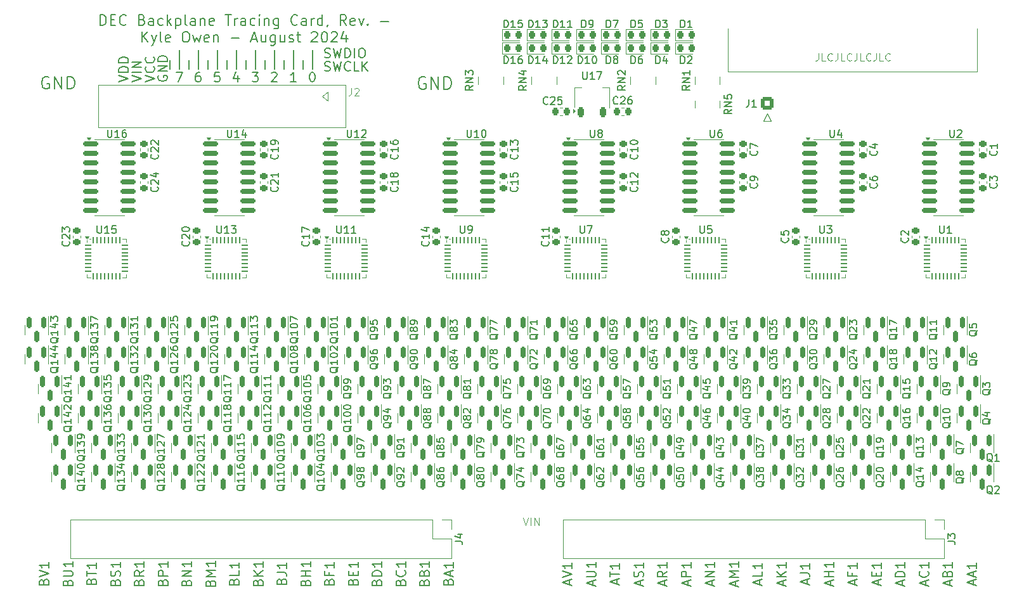
<source format=gto>
G04 #@! TF.GenerationSoftware,KiCad,Pcbnew,8.0.4-rc2*
G04 #@! TF.CreationDate,2024-08-04T20:31:53-05:00*
G04 #@! TF.ProjectId,backplane_tracer_v5,6261636b-706c-4616-9e65-5f7472616365,rev?*
G04 #@! TF.SameCoordinates,Original*
G04 #@! TF.FileFunction,Legend,Top*
G04 #@! TF.FilePolarity,Positive*
%FSLAX46Y46*%
G04 Gerber Fmt 4.6, Leading zero omitted, Abs format (unit mm)*
G04 Created by KiCad (PCBNEW 8.0.4-rc2) date 2024-08-04 20:31:53*
%MOMM*%
%LPD*%
G01*
G04 APERTURE LIST*
G04 Aperture macros list*
%AMRoundRect*
0 Rectangle with rounded corners*
0 $1 Rounding radius*
0 $2 $3 $4 $5 $6 $7 $8 $9 X,Y pos of 4 corners*
0 Add a 4 corners polygon primitive as box body*
4,1,4,$2,$3,$4,$5,$6,$7,$8,$9,$2,$3,0*
0 Add four circle primitives for the rounded corners*
1,1,$1+$1,$2,$3*
1,1,$1+$1,$4,$5*
1,1,$1+$1,$6,$7*
1,1,$1+$1,$8,$9*
0 Add four rect primitives between the rounded corners*
20,1,$1+$1,$2,$3,$4,$5,0*
20,1,$1+$1,$4,$5,$6,$7,0*
20,1,$1+$1,$6,$7,$8,$9,0*
20,1,$1+$1,$8,$9,$2,$3,0*%
%AMFreePoly0*
4,1,9,3.862500,-0.866500,0.737500,-0.866500,0.737500,-0.450000,-0.737500,-0.450000,-0.737500,0.450000,0.737500,0.450000,0.737500,0.866500,3.862500,0.866500,3.862500,-0.866500,3.862500,-0.866500,$1*%
G04 Aperture macros list end*
%ADD10C,0.152400*%
%ADD11C,0.165100*%
%ADD12C,0.100000*%
%ADD13C,0.203200*%
%ADD14C,0.150000*%
%ADD15C,0.120000*%
%ADD16RoundRect,0.150000X-0.150000X0.587500X-0.150000X-0.587500X0.150000X-0.587500X0.150000X0.587500X0*%
%ADD17RoundRect,0.225000X0.250000X-0.225000X0.250000X0.225000X-0.250000X0.225000X-0.250000X-0.225000X0*%
%ADD18RoundRect,0.150000X-0.850000X-0.150000X0.850000X-0.150000X0.850000X0.150000X-0.850000X0.150000X0*%
%ADD19C,0.800000*%
%ADD20C,7.400000*%
%ADD21C,1.300000*%
%ADD22RoundRect,0.225000X0.225000X0.250000X-0.225000X0.250000X-0.225000X-0.250000X0.225000X-0.250000X0*%
%ADD23RoundRect,0.218750X-0.218750X-0.256250X0.218750X-0.256250X0.218750X0.256250X-0.218750X0.256250X0*%
%ADD24R,0.500000X0.800000*%
%ADD25R,0.400000X0.800000*%
%ADD26RoundRect,0.062500X-0.337500X-0.062500X0.337500X-0.062500X0.337500X0.062500X-0.337500X0.062500X0*%
%ADD27RoundRect,0.062500X-0.062500X-0.337500X0.062500X-0.337500X0.062500X0.337500X-0.062500X0.337500X0*%
%ADD28R,3.600000X3.600000*%
%ADD29RoundRect,0.225000X-0.250000X0.225000X-0.250000X-0.225000X0.250000X-0.225000X0.250000X0.225000X0*%
%ADD30R,1.700000X1.700000*%
%ADD31O,1.700000X1.700000*%
%ADD32R,2.032000X13.208000*%
%ADD33RoundRect,0.225000X0.225000X-0.425000X0.225000X0.425000X-0.225000X0.425000X-0.225000X-0.425000X0*%
%ADD34FreePoly0,90.000000*%
%ADD35C,2.400000*%
%ADD36C,2.800000*%
%ADD37C,1.850000*%
%ADD38RoundRect,0.225000X-0.225000X-0.250000X0.225000X-0.250000X0.225000X0.250000X-0.225000X0.250000X0*%
%ADD39RoundRect,0.250000X0.600000X-0.600000X0.600000X0.600000X-0.600000X0.600000X-0.600000X-0.600000X0*%
%ADD40C,1.700000*%
G04 APERTURE END LIST*
D10*
X132715000Y-143510000D02*
X132715000Y-144678400D01*
X128905000Y-142087600D02*
X128905000Y-144678400D01*
X117475000Y-143510000D02*
X117475000Y-144678400D01*
X122555000Y-143510000D02*
X122555000Y-144678400D01*
X127635000Y-143510000D02*
X127635000Y-144678400D01*
X118745000Y-142087600D02*
X118745000Y-144678400D01*
X126365000Y-142087600D02*
X126365000Y-144678400D01*
X136525000Y-142087600D02*
X136525000Y-144678400D01*
X131445000Y-142087600D02*
X131445000Y-144678400D01*
X125095000Y-143510000D02*
X125095000Y-144678400D01*
X123825000Y-142087600D02*
X123825000Y-144678400D01*
X120015000Y-143510000D02*
X120015000Y-144678400D01*
X121285000Y-142087600D02*
X121285000Y-144678400D01*
X135255000Y-143510000D02*
X135255000Y-144678400D01*
X130175000Y-143510000D02*
X130175000Y-144678400D01*
X133985000Y-142087600D02*
X133985000Y-144678400D01*
X134347857Y-146350201D02*
X133622142Y-146350201D01*
X133984999Y-146350201D02*
X133984999Y-145080201D01*
X133984999Y-145080201D02*
X133864047Y-145261629D01*
X133864047Y-145261629D02*
X133743095Y-145382582D01*
X133743095Y-145382582D02*
X133622142Y-145443058D01*
X115956077Y-145540917D02*
X115895601Y-145661870D01*
X115895601Y-145661870D02*
X115895601Y-145843298D01*
X115895601Y-145843298D02*
X115956077Y-146024727D01*
X115956077Y-146024727D02*
X116077029Y-146145679D01*
X116077029Y-146145679D02*
X116197982Y-146206156D01*
X116197982Y-146206156D02*
X116439886Y-146266632D01*
X116439886Y-146266632D02*
X116621315Y-146266632D01*
X116621315Y-146266632D02*
X116863220Y-146206156D01*
X116863220Y-146206156D02*
X116984172Y-146145679D01*
X116984172Y-146145679D02*
X117105125Y-146024727D01*
X117105125Y-146024727D02*
X117165601Y-145843298D01*
X117165601Y-145843298D02*
X117165601Y-145722346D01*
X117165601Y-145722346D02*
X117105125Y-145540917D01*
X117105125Y-145540917D02*
X117044648Y-145480441D01*
X117044648Y-145480441D02*
X116621315Y-145480441D01*
X116621315Y-145480441D02*
X116621315Y-145722346D01*
X117165601Y-144936156D02*
X115895601Y-144936156D01*
X115895601Y-144936156D02*
X117165601Y-144210441D01*
X117165601Y-144210441D02*
X115895601Y-144210441D01*
X117165601Y-143605680D02*
X115895601Y-143605680D01*
X115895601Y-143605680D02*
X115895601Y-143303299D01*
X115895601Y-143303299D02*
X115956077Y-143121870D01*
X115956077Y-143121870D02*
X116077029Y-143000918D01*
X116077029Y-143000918D02*
X116197982Y-142940441D01*
X116197982Y-142940441D02*
X116439886Y-142879965D01*
X116439886Y-142879965D02*
X116621315Y-142879965D01*
X116621315Y-142879965D02*
X116863220Y-142940441D01*
X116863220Y-142940441D02*
X116984172Y-143000918D01*
X116984172Y-143000918D02*
X117105125Y-143121870D01*
X117105125Y-143121870D02*
X117165601Y-143303299D01*
X117165601Y-143303299D02*
X117165601Y-143605680D01*
X118321666Y-145080201D02*
X119168333Y-145080201D01*
X119168333Y-145080201D02*
X118624047Y-146350201D01*
D11*
X101315522Y-145740183D02*
X101158284Y-145661564D01*
X101158284Y-145661564D02*
X100922427Y-145661564D01*
X100922427Y-145661564D02*
X100686570Y-145740183D01*
X100686570Y-145740183D02*
X100529332Y-145897421D01*
X100529332Y-145897421D02*
X100450713Y-146054659D01*
X100450713Y-146054659D02*
X100372094Y-146369135D01*
X100372094Y-146369135D02*
X100372094Y-146604992D01*
X100372094Y-146604992D02*
X100450713Y-146919468D01*
X100450713Y-146919468D02*
X100529332Y-147076706D01*
X100529332Y-147076706D02*
X100686570Y-147233945D01*
X100686570Y-147233945D02*
X100922427Y-147312564D01*
X100922427Y-147312564D02*
X101079665Y-147312564D01*
X101079665Y-147312564D02*
X101315522Y-147233945D01*
X101315522Y-147233945D02*
X101394141Y-147155325D01*
X101394141Y-147155325D02*
X101394141Y-146604992D01*
X101394141Y-146604992D02*
X101079665Y-146604992D01*
X102101713Y-147312564D02*
X102101713Y-145661564D01*
X102101713Y-145661564D02*
X103045141Y-147312564D01*
X103045141Y-147312564D02*
X103045141Y-145661564D01*
X103831332Y-147312564D02*
X103831332Y-145661564D01*
X103831332Y-145661564D02*
X104224427Y-145661564D01*
X104224427Y-145661564D02*
X104460284Y-145740183D01*
X104460284Y-145740183D02*
X104617522Y-145897421D01*
X104617522Y-145897421D02*
X104696141Y-146054659D01*
X104696141Y-146054659D02*
X104774760Y-146369135D01*
X104774760Y-146369135D02*
X104774760Y-146604992D01*
X104774760Y-146604992D02*
X104696141Y-146919468D01*
X104696141Y-146919468D02*
X104617522Y-147076706D01*
X104617522Y-147076706D02*
X104460284Y-147233945D01*
X104460284Y-147233945D02*
X104224427Y-147312564D01*
X104224427Y-147312564D02*
X103831332Y-147312564D01*
D10*
X128481666Y-145080201D02*
X129267857Y-145080201D01*
X129267857Y-145080201D02*
X128844523Y-145564010D01*
X128844523Y-145564010D02*
X129025952Y-145564010D01*
X129025952Y-145564010D02*
X129146904Y-145624486D01*
X129146904Y-145624486D02*
X129207380Y-145684963D01*
X129207380Y-145684963D02*
X129267857Y-145805915D01*
X129267857Y-145805915D02*
X129267857Y-146108296D01*
X129267857Y-146108296D02*
X129207380Y-146229248D01*
X129207380Y-146229248D02*
X129146904Y-146289725D01*
X129146904Y-146289725D02*
X129025952Y-146350201D01*
X129025952Y-146350201D02*
X128663095Y-146350201D01*
X128663095Y-146350201D02*
X128542142Y-146289725D01*
X128542142Y-146289725D02*
X128481666Y-146229248D01*
D12*
X204094398Y-142560219D02*
X204094398Y-143274504D01*
X204094398Y-143274504D02*
X204046779Y-143417361D01*
X204046779Y-143417361D02*
X203951541Y-143512600D01*
X203951541Y-143512600D02*
X203808684Y-143560219D01*
X203808684Y-143560219D02*
X203713446Y-143560219D01*
X205046779Y-143560219D02*
X204570589Y-143560219D01*
X204570589Y-143560219D02*
X204570589Y-142560219D01*
X205951541Y-143464980D02*
X205903922Y-143512600D01*
X205903922Y-143512600D02*
X205761065Y-143560219D01*
X205761065Y-143560219D02*
X205665827Y-143560219D01*
X205665827Y-143560219D02*
X205522970Y-143512600D01*
X205522970Y-143512600D02*
X205427732Y-143417361D01*
X205427732Y-143417361D02*
X205380113Y-143322123D01*
X205380113Y-143322123D02*
X205332494Y-143131647D01*
X205332494Y-143131647D02*
X205332494Y-142988790D01*
X205332494Y-142988790D02*
X205380113Y-142798314D01*
X205380113Y-142798314D02*
X205427732Y-142703076D01*
X205427732Y-142703076D02*
X205522970Y-142607838D01*
X205522970Y-142607838D02*
X205665827Y-142560219D01*
X205665827Y-142560219D02*
X205761065Y-142560219D01*
X205761065Y-142560219D02*
X205903922Y-142607838D01*
X205903922Y-142607838D02*
X205951541Y-142655457D01*
X206665827Y-142560219D02*
X206665827Y-143274504D01*
X206665827Y-143274504D02*
X206618208Y-143417361D01*
X206618208Y-143417361D02*
X206522970Y-143512600D01*
X206522970Y-143512600D02*
X206380113Y-143560219D01*
X206380113Y-143560219D02*
X206284875Y-143560219D01*
X207618208Y-143560219D02*
X207142018Y-143560219D01*
X207142018Y-143560219D02*
X207142018Y-142560219D01*
X208522970Y-143464980D02*
X208475351Y-143512600D01*
X208475351Y-143512600D02*
X208332494Y-143560219D01*
X208332494Y-143560219D02*
X208237256Y-143560219D01*
X208237256Y-143560219D02*
X208094399Y-143512600D01*
X208094399Y-143512600D02*
X207999161Y-143417361D01*
X207999161Y-143417361D02*
X207951542Y-143322123D01*
X207951542Y-143322123D02*
X207903923Y-143131647D01*
X207903923Y-143131647D02*
X207903923Y-142988790D01*
X207903923Y-142988790D02*
X207951542Y-142798314D01*
X207951542Y-142798314D02*
X207999161Y-142703076D01*
X207999161Y-142703076D02*
X208094399Y-142607838D01*
X208094399Y-142607838D02*
X208237256Y-142560219D01*
X208237256Y-142560219D02*
X208332494Y-142560219D01*
X208332494Y-142560219D02*
X208475351Y-142607838D01*
X208475351Y-142607838D02*
X208522970Y-142655457D01*
X209237256Y-142560219D02*
X209237256Y-143274504D01*
X209237256Y-143274504D02*
X209189637Y-143417361D01*
X209189637Y-143417361D02*
X209094399Y-143512600D01*
X209094399Y-143512600D02*
X208951542Y-143560219D01*
X208951542Y-143560219D02*
X208856304Y-143560219D01*
X210189637Y-143560219D02*
X209713447Y-143560219D01*
X209713447Y-143560219D02*
X209713447Y-142560219D01*
X211094399Y-143464980D02*
X211046780Y-143512600D01*
X211046780Y-143512600D02*
X210903923Y-143560219D01*
X210903923Y-143560219D02*
X210808685Y-143560219D01*
X210808685Y-143560219D02*
X210665828Y-143512600D01*
X210665828Y-143512600D02*
X210570590Y-143417361D01*
X210570590Y-143417361D02*
X210522971Y-143322123D01*
X210522971Y-143322123D02*
X210475352Y-143131647D01*
X210475352Y-143131647D02*
X210475352Y-142988790D01*
X210475352Y-142988790D02*
X210522971Y-142798314D01*
X210522971Y-142798314D02*
X210570590Y-142703076D01*
X210570590Y-142703076D02*
X210665828Y-142607838D01*
X210665828Y-142607838D02*
X210808685Y-142560219D01*
X210808685Y-142560219D02*
X210903923Y-142560219D01*
X210903923Y-142560219D02*
X211046780Y-142607838D01*
X211046780Y-142607838D02*
X211094399Y-142655457D01*
X211808685Y-142560219D02*
X211808685Y-143274504D01*
X211808685Y-143274504D02*
X211761066Y-143417361D01*
X211761066Y-143417361D02*
X211665828Y-143512600D01*
X211665828Y-143512600D02*
X211522971Y-143560219D01*
X211522971Y-143560219D02*
X211427733Y-143560219D01*
X212761066Y-143560219D02*
X212284876Y-143560219D01*
X212284876Y-143560219D02*
X212284876Y-142560219D01*
X213665828Y-143464980D02*
X213618209Y-143512600D01*
X213618209Y-143512600D02*
X213475352Y-143560219D01*
X213475352Y-143560219D02*
X213380114Y-143560219D01*
X213380114Y-143560219D02*
X213237257Y-143512600D01*
X213237257Y-143512600D02*
X213142019Y-143417361D01*
X213142019Y-143417361D02*
X213094400Y-143322123D01*
X213094400Y-143322123D02*
X213046781Y-143131647D01*
X213046781Y-143131647D02*
X213046781Y-142988790D01*
X213046781Y-142988790D02*
X213094400Y-142798314D01*
X213094400Y-142798314D02*
X213142019Y-142703076D01*
X213142019Y-142703076D02*
X213237257Y-142607838D01*
X213237257Y-142607838D02*
X213380114Y-142560219D01*
X213380114Y-142560219D02*
X213475352Y-142560219D01*
X213475352Y-142560219D02*
X213618209Y-142607838D01*
X213618209Y-142607838D02*
X213665828Y-142655457D01*
D10*
X110688601Y-146311384D02*
X111958601Y-145888051D01*
X111958601Y-145888051D02*
X110688601Y-145464717D01*
X111958601Y-145041385D02*
X110688601Y-145041385D01*
X110688601Y-145041385D02*
X110688601Y-144739004D01*
X110688601Y-144739004D02*
X110749077Y-144557575D01*
X110749077Y-144557575D02*
X110870029Y-144436623D01*
X110870029Y-144436623D02*
X110990982Y-144376146D01*
X110990982Y-144376146D02*
X111232886Y-144315670D01*
X111232886Y-144315670D02*
X111414315Y-144315670D01*
X111414315Y-144315670D02*
X111656220Y-144376146D01*
X111656220Y-144376146D02*
X111777172Y-144436623D01*
X111777172Y-144436623D02*
X111898125Y-144557575D01*
X111898125Y-144557575D02*
X111958601Y-144739004D01*
X111958601Y-144739004D02*
X111958601Y-145041385D01*
X111958601Y-143771385D02*
X110688601Y-143771385D01*
X110688601Y-143771385D02*
X110688601Y-143469004D01*
X110688601Y-143469004D02*
X110749077Y-143287575D01*
X110749077Y-143287575D02*
X110870029Y-143166623D01*
X110870029Y-143166623D02*
X110990982Y-143106146D01*
X110990982Y-143106146D02*
X111232886Y-143045670D01*
X111232886Y-143045670D02*
X111414315Y-143045670D01*
X111414315Y-143045670D02*
X111656220Y-143106146D01*
X111656220Y-143106146D02*
X111777172Y-143166623D01*
X111777172Y-143166623D02*
X111898125Y-143287575D01*
X111898125Y-143287575D02*
X111958601Y-143469004D01*
X111958601Y-143469004D02*
X111958601Y-143771385D01*
X124127380Y-145080201D02*
X123522618Y-145080201D01*
X123522618Y-145080201D02*
X123462142Y-145684963D01*
X123462142Y-145684963D02*
X123522618Y-145624486D01*
X123522618Y-145624486D02*
X123643571Y-145564010D01*
X123643571Y-145564010D02*
X123945952Y-145564010D01*
X123945952Y-145564010D02*
X124066904Y-145624486D01*
X124066904Y-145624486D02*
X124127380Y-145684963D01*
X124127380Y-145684963D02*
X124187857Y-145805915D01*
X124187857Y-145805915D02*
X124187857Y-146108296D01*
X124187857Y-146108296D02*
X124127380Y-146229248D01*
X124127380Y-146229248D02*
X124066904Y-146289725D01*
X124066904Y-146289725D02*
X123945952Y-146350201D01*
X123945952Y-146350201D02*
X123643571Y-146350201D01*
X123643571Y-146350201D02*
X123522618Y-146289725D01*
X123522618Y-146289725D02*
X123462142Y-146229248D01*
D13*
X108198558Y-138804765D02*
X108198558Y-137407765D01*
X108198558Y-137407765D02*
X108531177Y-137407765D01*
X108531177Y-137407765D02*
X108730748Y-137474289D01*
X108730748Y-137474289D02*
X108863796Y-137607337D01*
X108863796Y-137607337D02*
X108930319Y-137740384D01*
X108930319Y-137740384D02*
X108996843Y-138006480D01*
X108996843Y-138006480D02*
X108996843Y-138206051D01*
X108996843Y-138206051D02*
X108930319Y-138472146D01*
X108930319Y-138472146D02*
X108863796Y-138605194D01*
X108863796Y-138605194D02*
X108730748Y-138738242D01*
X108730748Y-138738242D02*
X108531177Y-138804765D01*
X108531177Y-138804765D02*
X108198558Y-138804765D01*
X109595558Y-138073003D02*
X110061224Y-138073003D01*
X110260796Y-138804765D02*
X109595558Y-138804765D01*
X109595558Y-138804765D02*
X109595558Y-137407765D01*
X109595558Y-137407765D02*
X110260796Y-137407765D01*
X111657795Y-138671718D02*
X111591271Y-138738242D01*
X111591271Y-138738242D02*
X111391700Y-138804765D01*
X111391700Y-138804765D02*
X111258652Y-138804765D01*
X111258652Y-138804765D02*
X111059081Y-138738242D01*
X111059081Y-138738242D02*
X110926033Y-138605194D01*
X110926033Y-138605194D02*
X110859510Y-138472146D01*
X110859510Y-138472146D02*
X110792986Y-138206051D01*
X110792986Y-138206051D02*
X110792986Y-138006480D01*
X110792986Y-138006480D02*
X110859510Y-137740384D01*
X110859510Y-137740384D02*
X110926033Y-137607337D01*
X110926033Y-137607337D02*
X111059081Y-137474289D01*
X111059081Y-137474289D02*
X111258652Y-137407765D01*
X111258652Y-137407765D02*
X111391700Y-137407765D01*
X111391700Y-137407765D02*
X111591271Y-137474289D01*
X111591271Y-137474289D02*
X111657795Y-137540813D01*
X113786557Y-138073003D02*
X113986129Y-138139527D01*
X113986129Y-138139527D02*
X114052652Y-138206051D01*
X114052652Y-138206051D02*
X114119176Y-138339099D01*
X114119176Y-138339099D02*
X114119176Y-138538670D01*
X114119176Y-138538670D02*
X114052652Y-138671718D01*
X114052652Y-138671718D02*
X113986129Y-138738242D01*
X113986129Y-138738242D02*
X113853081Y-138804765D01*
X113853081Y-138804765D02*
X113320891Y-138804765D01*
X113320891Y-138804765D02*
X113320891Y-137407765D01*
X113320891Y-137407765D02*
X113786557Y-137407765D01*
X113786557Y-137407765D02*
X113919605Y-137474289D01*
X113919605Y-137474289D02*
X113986129Y-137540813D01*
X113986129Y-137540813D02*
X114052652Y-137673861D01*
X114052652Y-137673861D02*
X114052652Y-137806908D01*
X114052652Y-137806908D02*
X113986129Y-137939956D01*
X113986129Y-137939956D02*
X113919605Y-138006480D01*
X113919605Y-138006480D02*
X113786557Y-138073003D01*
X113786557Y-138073003D02*
X113320891Y-138073003D01*
X115316605Y-138804765D02*
X115316605Y-138073003D01*
X115316605Y-138073003D02*
X115250081Y-137939956D01*
X115250081Y-137939956D02*
X115117033Y-137873432D01*
X115117033Y-137873432D02*
X114850938Y-137873432D01*
X114850938Y-137873432D02*
X114717891Y-137939956D01*
X115316605Y-138738242D02*
X115183557Y-138804765D01*
X115183557Y-138804765D02*
X114850938Y-138804765D01*
X114850938Y-138804765D02*
X114717891Y-138738242D01*
X114717891Y-138738242D02*
X114651367Y-138605194D01*
X114651367Y-138605194D02*
X114651367Y-138472146D01*
X114651367Y-138472146D02*
X114717891Y-138339099D01*
X114717891Y-138339099D02*
X114850938Y-138272575D01*
X114850938Y-138272575D02*
X115183557Y-138272575D01*
X115183557Y-138272575D02*
X115316605Y-138206051D01*
X116580557Y-138738242D02*
X116447509Y-138804765D01*
X116447509Y-138804765D02*
X116181414Y-138804765D01*
X116181414Y-138804765D02*
X116048366Y-138738242D01*
X116048366Y-138738242D02*
X115981843Y-138671718D01*
X115981843Y-138671718D02*
X115915319Y-138538670D01*
X115915319Y-138538670D02*
X115915319Y-138139527D01*
X115915319Y-138139527D02*
X115981843Y-138006480D01*
X115981843Y-138006480D02*
X116048366Y-137939956D01*
X116048366Y-137939956D02*
X116181414Y-137873432D01*
X116181414Y-137873432D02*
X116447509Y-137873432D01*
X116447509Y-137873432D02*
X116580557Y-137939956D01*
X117179272Y-138804765D02*
X117179272Y-137407765D01*
X117312319Y-138272575D02*
X117711462Y-138804765D01*
X117711462Y-137873432D02*
X117179272Y-138405622D01*
X118310177Y-137873432D02*
X118310177Y-139270432D01*
X118310177Y-137939956D02*
X118443224Y-137873432D01*
X118443224Y-137873432D02*
X118709319Y-137873432D01*
X118709319Y-137873432D02*
X118842367Y-137939956D01*
X118842367Y-137939956D02*
X118908891Y-138006480D01*
X118908891Y-138006480D02*
X118975415Y-138139527D01*
X118975415Y-138139527D02*
X118975415Y-138538670D01*
X118975415Y-138538670D02*
X118908891Y-138671718D01*
X118908891Y-138671718D02*
X118842367Y-138738242D01*
X118842367Y-138738242D02*
X118709319Y-138804765D01*
X118709319Y-138804765D02*
X118443224Y-138804765D01*
X118443224Y-138804765D02*
X118310177Y-138738242D01*
X119773700Y-138804765D02*
X119640652Y-138738242D01*
X119640652Y-138738242D02*
X119574129Y-138605194D01*
X119574129Y-138605194D02*
X119574129Y-137407765D01*
X120904605Y-138804765D02*
X120904605Y-138073003D01*
X120904605Y-138073003D02*
X120838081Y-137939956D01*
X120838081Y-137939956D02*
X120705033Y-137873432D01*
X120705033Y-137873432D02*
X120438938Y-137873432D01*
X120438938Y-137873432D02*
X120305891Y-137939956D01*
X120904605Y-138738242D02*
X120771557Y-138804765D01*
X120771557Y-138804765D02*
X120438938Y-138804765D01*
X120438938Y-138804765D02*
X120305891Y-138738242D01*
X120305891Y-138738242D02*
X120239367Y-138605194D01*
X120239367Y-138605194D02*
X120239367Y-138472146D01*
X120239367Y-138472146D02*
X120305891Y-138339099D01*
X120305891Y-138339099D02*
X120438938Y-138272575D01*
X120438938Y-138272575D02*
X120771557Y-138272575D01*
X120771557Y-138272575D02*
X120904605Y-138206051D01*
X121569843Y-137873432D02*
X121569843Y-138804765D01*
X121569843Y-138006480D02*
X121636366Y-137939956D01*
X121636366Y-137939956D02*
X121769414Y-137873432D01*
X121769414Y-137873432D02*
X121968985Y-137873432D01*
X121968985Y-137873432D02*
X122102033Y-137939956D01*
X122102033Y-137939956D02*
X122168557Y-138073003D01*
X122168557Y-138073003D02*
X122168557Y-138804765D01*
X123365985Y-138738242D02*
X123232937Y-138804765D01*
X123232937Y-138804765D02*
X122966842Y-138804765D01*
X122966842Y-138804765D02*
X122833795Y-138738242D01*
X122833795Y-138738242D02*
X122767271Y-138605194D01*
X122767271Y-138605194D02*
X122767271Y-138073003D01*
X122767271Y-138073003D02*
X122833795Y-137939956D01*
X122833795Y-137939956D02*
X122966842Y-137873432D01*
X122966842Y-137873432D02*
X123232937Y-137873432D01*
X123232937Y-137873432D02*
X123365985Y-137939956D01*
X123365985Y-137939956D02*
X123432509Y-138073003D01*
X123432509Y-138073003D02*
X123432509Y-138206051D01*
X123432509Y-138206051D02*
X122767271Y-138339099D01*
X124896033Y-137407765D02*
X125694319Y-137407765D01*
X125295176Y-138804765D02*
X125295176Y-137407765D01*
X126159986Y-138804765D02*
X126159986Y-137873432D01*
X126159986Y-138139527D02*
X126226509Y-138006480D01*
X126226509Y-138006480D02*
X126293033Y-137939956D01*
X126293033Y-137939956D02*
X126426081Y-137873432D01*
X126426081Y-137873432D02*
X126559128Y-137873432D01*
X127623510Y-138804765D02*
X127623510Y-138073003D01*
X127623510Y-138073003D02*
X127556986Y-137939956D01*
X127556986Y-137939956D02*
X127423938Y-137873432D01*
X127423938Y-137873432D02*
X127157843Y-137873432D01*
X127157843Y-137873432D02*
X127024796Y-137939956D01*
X127623510Y-138738242D02*
X127490462Y-138804765D01*
X127490462Y-138804765D02*
X127157843Y-138804765D01*
X127157843Y-138804765D02*
X127024796Y-138738242D01*
X127024796Y-138738242D02*
X126958272Y-138605194D01*
X126958272Y-138605194D02*
X126958272Y-138472146D01*
X126958272Y-138472146D02*
X127024796Y-138339099D01*
X127024796Y-138339099D02*
X127157843Y-138272575D01*
X127157843Y-138272575D02*
X127490462Y-138272575D01*
X127490462Y-138272575D02*
X127623510Y-138206051D01*
X128887462Y-138738242D02*
X128754414Y-138804765D01*
X128754414Y-138804765D02*
X128488319Y-138804765D01*
X128488319Y-138804765D02*
X128355271Y-138738242D01*
X128355271Y-138738242D02*
X128288748Y-138671718D01*
X128288748Y-138671718D02*
X128222224Y-138538670D01*
X128222224Y-138538670D02*
X128222224Y-138139527D01*
X128222224Y-138139527D02*
X128288748Y-138006480D01*
X128288748Y-138006480D02*
X128355271Y-137939956D01*
X128355271Y-137939956D02*
X128488319Y-137873432D01*
X128488319Y-137873432D02*
X128754414Y-137873432D01*
X128754414Y-137873432D02*
X128887462Y-137939956D01*
X129486177Y-138804765D02*
X129486177Y-137873432D01*
X129486177Y-137407765D02*
X129419653Y-137474289D01*
X129419653Y-137474289D02*
X129486177Y-137540813D01*
X129486177Y-137540813D02*
X129552700Y-137474289D01*
X129552700Y-137474289D02*
X129486177Y-137407765D01*
X129486177Y-137407765D02*
X129486177Y-137540813D01*
X130151415Y-137873432D02*
X130151415Y-138804765D01*
X130151415Y-138006480D02*
X130217938Y-137939956D01*
X130217938Y-137939956D02*
X130350986Y-137873432D01*
X130350986Y-137873432D02*
X130550557Y-137873432D01*
X130550557Y-137873432D02*
X130683605Y-137939956D01*
X130683605Y-137939956D02*
X130750129Y-138073003D01*
X130750129Y-138073003D02*
X130750129Y-138804765D01*
X132014081Y-137873432D02*
X132014081Y-139004337D01*
X132014081Y-139004337D02*
X131947557Y-139137384D01*
X131947557Y-139137384D02*
X131881033Y-139203908D01*
X131881033Y-139203908D02*
X131747986Y-139270432D01*
X131747986Y-139270432D02*
X131548414Y-139270432D01*
X131548414Y-139270432D02*
X131415367Y-139203908D01*
X132014081Y-138738242D02*
X131881033Y-138804765D01*
X131881033Y-138804765D02*
X131614938Y-138804765D01*
X131614938Y-138804765D02*
X131481890Y-138738242D01*
X131481890Y-138738242D02*
X131415367Y-138671718D01*
X131415367Y-138671718D02*
X131348843Y-138538670D01*
X131348843Y-138538670D02*
X131348843Y-138139527D01*
X131348843Y-138139527D02*
X131415367Y-138006480D01*
X131415367Y-138006480D02*
X131481890Y-137939956D01*
X131481890Y-137939956D02*
X131614938Y-137873432D01*
X131614938Y-137873432D02*
X131881033Y-137873432D01*
X131881033Y-137873432D02*
X132014081Y-137939956D01*
X134541985Y-138671718D02*
X134475461Y-138738242D01*
X134475461Y-138738242D02*
X134275890Y-138804765D01*
X134275890Y-138804765D02*
X134142842Y-138804765D01*
X134142842Y-138804765D02*
X133943271Y-138738242D01*
X133943271Y-138738242D02*
X133810223Y-138605194D01*
X133810223Y-138605194D02*
X133743700Y-138472146D01*
X133743700Y-138472146D02*
X133677176Y-138206051D01*
X133677176Y-138206051D02*
X133677176Y-138006480D01*
X133677176Y-138006480D02*
X133743700Y-137740384D01*
X133743700Y-137740384D02*
X133810223Y-137607337D01*
X133810223Y-137607337D02*
X133943271Y-137474289D01*
X133943271Y-137474289D02*
X134142842Y-137407765D01*
X134142842Y-137407765D02*
X134275890Y-137407765D01*
X134275890Y-137407765D02*
X134475461Y-137474289D01*
X134475461Y-137474289D02*
X134541985Y-137540813D01*
X135739414Y-138804765D02*
X135739414Y-138073003D01*
X135739414Y-138073003D02*
X135672890Y-137939956D01*
X135672890Y-137939956D02*
X135539842Y-137873432D01*
X135539842Y-137873432D02*
X135273747Y-137873432D01*
X135273747Y-137873432D02*
X135140700Y-137939956D01*
X135739414Y-138738242D02*
X135606366Y-138804765D01*
X135606366Y-138804765D02*
X135273747Y-138804765D01*
X135273747Y-138804765D02*
X135140700Y-138738242D01*
X135140700Y-138738242D02*
X135074176Y-138605194D01*
X135074176Y-138605194D02*
X135074176Y-138472146D01*
X135074176Y-138472146D02*
X135140700Y-138339099D01*
X135140700Y-138339099D02*
X135273747Y-138272575D01*
X135273747Y-138272575D02*
X135606366Y-138272575D01*
X135606366Y-138272575D02*
X135739414Y-138206051D01*
X136404652Y-138804765D02*
X136404652Y-137873432D01*
X136404652Y-138139527D02*
X136471175Y-138006480D01*
X136471175Y-138006480D02*
X136537699Y-137939956D01*
X136537699Y-137939956D02*
X136670747Y-137873432D01*
X136670747Y-137873432D02*
X136803794Y-137873432D01*
X137868176Y-138804765D02*
X137868176Y-137407765D01*
X137868176Y-138738242D02*
X137735128Y-138804765D01*
X137735128Y-138804765D02*
X137469033Y-138804765D01*
X137469033Y-138804765D02*
X137335985Y-138738242D01*
X137335985Y-138738242D02*
X137269462Y-138671718D01*
X137269462Y-138671718D02*
X137202938Y-138538670D01*
X137202938Y-138538670D02*
X137202938Y-138139527D01*
X137202938Y-138139527D02*
X137269462Y-138006480D01*
X137269462Y-138006480D02*
X137335985Y-137939956D01*
X137335985Y-137939956D02*
X137469033Y-137873432D01*
X137469033Y-137873432D02*
X137735128Y-137873432D01*
X137735128Y-137873432D02*
X137868176Y-137939956D01*
X138599937Y-138738242D02*
X138599937Y-138804765D01*
X138599937Y-138804765D02*
X138533414Y-138937813D01*
X138533414Y-138937813D02*
X138466890Y-139004337D01*
X141061318Y-138804765D02*
X140595652Y-138139527D01*
X140263033Y-138804765D02*
X140263033Y-137407765D01*
X140263033Y-137407765D02*
X140795223Y-137407765D01*
X140795223Y-137407765D02*
X140928271Y-137474289D01*
X140928271Y-137474289D02*
X140994794Y-137540813D01*
X140994794Y-137540813D02*
X141061318Y-137673861D01*
X141061318Y-137673861D02*
X141061318Y-137873432D01*
X141061318Y-137873432D02*
X140994794Y-138006480D01*
X140994794Y-138006480D02*
X140928271Y-138073003D01*
X140928271Y-138073003D02*
X140795223Y-138139527D01*
X140795223Y-138139527D02*
X140263033Y-138139527D01*
X142192223Y-138738242D02*
X142059175Y-138804765D01*
X142059175Y-138804765D02*
X141793080Y-138804765D01*
X141793080Y-138804765D02*
X141660033Y-138738242D01*
X141660033Y-138738242D02*
X141593509Y-138605194D01*
X141593509Y-138605194D02*
X141593509Y-138073003D01*
X141593509Y-138073003D02*
X141660033Y-137939956D01*
X141660033Y-137939956D02*
X141793080Y-137873432D01*
X141793080Y-137873432D02*
X142059175Y-137873432D01*
X142059175Y-137873432D02*
X142192223Y-137939956D01*
X142192223Y-137939956D02*
X142258747Y-138073003D01*
X142258747Y-138073003D02*
X142258747Y-138206051D01*
X142258747Y-138206051D02*
X141593509Y-138339099D01*
X142724414Y-137873432D02*
X143057033Y-138804765D01*
X143057033Y-138804765D02*
X143389652Y-137873432D01*
X143921843Y-138671718D02*
X143988366Y-138738242D01*
X143988366Y-138738242D02*
X143921843Y-138804765D01*
X143921843Y-138804765D02*
X143855319Y-138738242D01*
X143855319Y-138738242D02*
X143921843Y-138671718D01*
X143921843Y-138671718D02*
X143921843Y-138804765D01*
X145651462Y-138272575D02*
X146715843Y-138272575D01*
X113786557Y-141053857D02*
X113786557Y-139656857D01*
X114584842Y-141053857D02*
X113986128Y-140255572D01*
X114584842Y-139656857D02*
X113786557Y-140455143D01*
X115050509Y-140122524D02*
X115383128Y-141053857D01*
X115715747Y-140122524D02*
X115383128Y-141053857D01*
X115383128Y-141053857D02*
X115250080Y-141386476D01*
X115250080Y-141386476D02*
X115183557Y-141453000D01*
X115183557Y-141453000D02*
X115050509Y-141519524D01*
X116447509Y-141053857D02*
X116314461Y-140987334D01*
X116314461Y-140987334D02*
X116247938Y-140854286D01*
X116247938Y-140854286D02*
X116247938Y-139656857D01*
X117511890Y-140987334D02*
X117378842Y-141053857D01*
X117378842Y-141053857D02*
X117112747Y-141053857D01*
X117112747Y-141053857D02*
X116979700Y-140987334D01*
X116979700Y-140987334D02*
X116913176Y-140854286D01*
X116913176Y-140854286D02*
X116913176Y-140322095D01*
X116913176Y-140322095D02*
X116979700Y-140189048D01*
X116979700Y-140189048D02*
X117112747Y-140122524D01*
X117112747Y-140122524D02*
X117378842Y-140122524D01*
X117378842Y-140122524D02*
X117511890Y-140189048D01*
X117511890Y-140189048D02*
X117578414Y-140322095D01*
X117578414Y-140322095D02*
X117578414Y-140455143D01*
X117578414Y-140455143D02*
X116913176Y-140588191D01*
X119507605Y-139656857D02*
X119773700Y-139656857D01*
X119773700Y-139656857D02*
X119906748Y-139723381D01*
X119906748Y-139723381D02*
X120039795Y-139856429D01*
X120039795Y-139856429D02*
X120106319Y-140122524D01*
X120106319Y-140122524D02*
X120106319Y-140588191D01*
X120106319Y-140588191D02*
X120039795Y-140854286D01*
X120039795Y-140854286D02*
X119906748Y-140987334D01*
X119906748Y-140987334D02*
X119773700Y-141053857D01*
X119773700Y-141053857D02*
X119507605Y-141053857D01*
X119507605Y-141053857D02*
X119374557Y-140987334D01*
X119374557Y-140987334D02*
X119241510Y-140854286D01*
X119241510Y-140854286D02*
X119174986Y-140588191D01*
X119174986Y-140588191D02*
X119174986Y-140122524D01*
X119174986Y-140122524D02*
X119241510Y-139856429D01*
X119241510Y-139856429D02*
X119374557Y-139723381D01*
X119374557Y-139723381D02*
X119507605Y-139656857D01*
X120571986Y-140122524D02*
X120838081Y-141053857D01*
X120838081Y-141053857D02*
X121104176Y-140388619D01*
X121104176Y-140388619D02*
X121370272Y-141053857D01*
X121370272Y-141053857D02*
X121636367Y-140122524D01*
X122700748Y-140987334D02*
X122567700Y-141053857D01*
X122567700Y-141053857D02*
X122301605Y-141053857D01*
X122301605Y-141053857D02*
X122168558Y-140987334D01*
X122168558Y-140987334D02*
X122102034Y-140854286D01*
X122102034Y-140854286D02*
X122102034Y-140322095D01*
X122102034Y-140322095D02*
X122168558Y-140189048D01*
X122168558Y-140189048D02*
X122301605Y-140122524D01*
X122301605Y-140122524D02*
X122567700Y-140122524D01*
X122567700Y-140122524D02*
X122700748Y-140189048D01*
X122700748Y-140189048D02*
X122767272Y-140322095D01*
X122767272Y-140322095D02*
X122767272Y-140455143D01*
X122767272Y-140455143D02*
X122102034Y-140588191D01*
X123365987Y-140122524D02*
X123365987Y-141053857D01*
X123365987Y-140255572D02*
X123432510Y-140189048D01*
X123432510Y-140189048D02*
X123565558Y-140122524D01*
X123565558Y-140122524D02*
X123765129Y-140122524D01*
X123765129Y-140122524D02*
X123898177Y-140189048D01*
X123898177Y-140189048D02*
X123964701Y-140322095D01*
X123964701Y-140322095D02*
X123964701Y-141053857D01*
X125694320Y-140521667D02*
X126758701Y-140521667D01*
X128421796Y-140654714D02*
X129087034Y-140654714D01*
X128288748Y-141053857D02*
X128754415Y-139656857D01*
X128754415Y-139656857D02*
X129220081Y-141053857D01*
X130284463Y-140122524D02*
X130284463Y-141053857D01*
X129685749Y-140122524D02*
X129685749Y-140854286D01*
X129685749Y-140854286D02*
X129752272Y-140987334D01*
X129752272Y-140987334D02*
X129885320Y-141053857D01*
X129885320Y-141053857D02*
X130084891Y-141053857D01*
X130084891Y-141053857D02*
X130217939Y-140987334D01*
X130217939Y-140987334D02*
X130284463Y-140920810D01*
X131548415Y-140122524D02*
X131548415Y-141253429D01*
X131548415Y-141253429D02*
X131481891Y-141386476D01*
X131481891Y-141386476D02*
X131415367Y-141453000D01*
X131415367Y-141453000D02*
X131282320Y-141519524D01*
X131282320Y-141519524D02*
X131082748Y-141519524D01*
X131082748Y-141519524D02*
X130949701Y-141453000D01*
X131548415Y-140987334D02*
X131415367Y-141053857D01*
X131415367Y-141053857D02*
X131149272Y-141053857D01*
X131149272Y-141053857D02*
X131016224Y-140987334D01*
X131016224Y-140987334D02*
X130949701Y-140920810D01*
X130949701Y-140920810D02*
X130883177Y-140787762D01*
X130883177Y-140787762D02*
X130883177Y-140388619D01*
X130883177Y-140388619D02*
X130949701Y-140255572D01*
X130949701Y-140255572D02*
X131016224Y-140189048D01*
X131016224Y-140189048D02*
X131149272Y-140122524D01*
X131149272Y-140122524D02*
X131415367Y-140122524D01*
X131415367Y-140122524D02*
X131548415Y-140189048D01*
X132812367Y-140122524D02*
X132812367Y-141053857D01*
X132213653Y-140122524D02*
X132213653Y-140854286D01*
X132213653Y-140854286D02*
X132280176Y-140987334D01*
X132280176Y-140987334D02*
X132413224Y-141053857D01*
X132413224Y-141053857D02*
X132612795Y-141053857D01*
X132612795Y-141053857D02*
X132745843Y-140987334D01*
X132745843Y-140987334D02*
X132812367Y-140920810D01*
X133411081Y-140987334D02*
X133544128Y-141053857D01*
X133544128Y-141053857D02*
X133810224Y-141053857D01*
X133810224Y-141053857D02*
X133943271Y-140987334D01*
X133943271Y-140987334D02*
X134009795Y-140854286D01*
X134009795Y-140854286D02*
X134009795Y-140787762D01*
X134009795Y-140787762D02*
X133943271Y-140654714D01*
X133943271Y-140654714D02*
X133810224Y-140588191D01*
X133810224Y-140588191D02*
X133610652Y-140588191D01*
X133610652Y-140588191D02*
X133477605Y-140521667D01*
X133477605Y-140521667D02*
X133411081Y-140388619D01*
X133411081Y-140388619D02*
X133411081Y-140322095D01*
X133411081Y-140322095D02*
X133477605Y-140189048D01*
X133477605Y-140189048D02*
X133610652Y-140122524D01*
X133610652Y-140122524D02*
X133810224Y-140122524D01*
X133810224Y-140122524D02*
X133943271Y-140189048D01*
X134408938Y-140122524D02*
X134941129Y-140122524D01*
X134608510Y-139656857D02*
X134608510Y-140854286D01*
X134608510Y-140854286D02*
X134675033Y-140987334D01*
X134675033Y-140987334D02*
X134808081Y-141053857D01*
X134808081Y-141053857D02*
X134941129Y-141053857D01*
X136404653Y-139789905D02*
X136471177Y-139723381D01*
X136471177Y-139723381D02*
X136604224Y-139656857D01*
X136604224Y-139656857D02*
X136936843Y-139656857D01*
X136936843Y-139656857D02*
X137069891Y-139723381D01*
X137069891Y-139723381D02*
X137136415Y-139789905D01*
X137136415Y-139789905D02*
X137202938Y-139922953D01*
X137202938Y-139922953D02*
X137202938Y-140056000D01*
X137202938Y-140056000D02*
X137136415Y-140255572D01*
X137136415Y-140255572D02*
X136338129Y-141053857D01*
X136338129Y-141053857D02*
X137202938Y-141053857D01*
X138067748Y-139656857D02*
X138200795Y-139656857D01*
X138200795Y-139656857D02*
X138333843Y-139723381D01*
X138333843Y-139723381D02*
X138400367Y-139789905D01*
X138400367Y-139789905D02*
X138466891Y-139922953D01*
X138466891Y-139922953D02*
X138533414Y-140189048D01*
X138533414Y-140189048D02*
X138533414Y-140521667D01*
X138533414Y-140521667D02*
X138466891Y-140787762D01*
X138466891Y-140787762D02*
X138400367Y-140920810D01*
X138400367Y-140920810D02*
X138333843Y-140987334D01*
X138333843Y-140987334D02*
X138200795Y-141053857D01*
X138200795Y-141053857D02*
X138067748Y-141053857D01*
X138067748Y-141053857D02*
X137934700Y-140987334D01*
X137934700Y-140987334D02*
X137868176Y-140920810D01*
X137868176Y-140920810D02*
X137801653Y-140787762D01*
X137801653Y-140787762D02*
X137735129Y-140521667D01*
X137735129Y-140521667D02*
X137735129Y-140189048D01*
X137735129Y-140189048D02*
X137801653Y-139922953D01*
X137801653Y-139922953D02*
X137868176Y-139789905D01*
X137868176Y-139789905D02*
X137934700Y-139723381D01*
X137934700Y-139723381D02*
X138067748Y-139656857D01*
X139065605Y-139789905D02*
X139132129Y-139723381D01*
X139132129Y-139723381D02*
X139265176Y-139656857D01*
X139265176Y-139656857D02*
X139597795Y-139656857D01*
X139597795Y-139656857D02*
X139730843Y-139723381D01*
X139730843Y-139723381D02*
X139797367Y-139789905D01*
X139797367Y-139789905D02*
X139863890Y-139922953D01*
X139863890Y-139922953D02*
X139863890Y-140056000D01*
X139863890Y-140056000D02*
X139797367Y-140255572D01*
X139797367Y-140255572D02*
X138999081Y-141053857D01*
X138999081Y-141053857D02*
X139863890Y-141053857D01*
X141061319Y-140122524D02*
X141061319Y-141053857D01*
X140728700Y-139590334D02*
X140396081Y-140588191D01*
X140396081Y-140588191D02*
X141260890Y-140588191D01*
D10*
X136464523Y-145080201D02*
X136585476Y-145080201D01*
X136585476Y-145080201D02*
X136706428Y-145140677D01*
X136706428Y-145140677D02*
X136766904Y-145201153D01*
X136766904Y-145201153D02*
X136827380Y-145322105D01*
X136827380Y-145322105D02*
X136887857Y-145564010D01*
X136887857Y-145564010D02*
X136887857Y-145866391D01*
X136887857Y-145866391D02*
X136827380Y-146108296D01*
X136827380Y-146108296D02*
X136766904Y-146229248D01*
X136766904Y-146229248D02*
X136706428Y-146289725D01*
X136706428Y-146289725D02*
X136585476Y-146350201D01*
X136585476Y-146350201D02*
X136464523Y-146350201D01*
X136464523Y-146350201D02*
X136343571Y-146289725D01*
X136343571Y-146289725D02*
X136283095Y-146229248D01*
X136283095Y-146229248D02*
X136222618Y-146108296D01*
X136222618Y-146108296D02*
X136162142Y-145866391D01*
X136162142Y-145866391D02*
X136162142Y-145564010D01*
X136162142Y-145564010D02*
X136222618Y-145322105D01*
X136222618Y-145322105D02*
X136283095Y-145201153D01*
X136283095Y-145201153D02*
X136343571Y-145140677D01*
X136343571Y-145140677D02*
X136464523Y-145080201D01*
X121526904Y-145080201D02*
X121284999Y-145080201D01*
X121284999Y-145080201D02*
X121164047Y-145140677D01*
X121164047Y-145140677D02*
X121103571Y-145201153D01*
X121103571Y-145201153D02*
X120982618Y-145382582D01*
X120982618Y-145382582D02*
X120922142Y-145624486D01*
X120922142Y-145624486D02*
X120922142Y-146108296D01*
X120922142Y-146108296D02*
X120982618Y-146229248D01*
X120982618Y-146229248D02*
X121043095Y-146289725D01*
X121043095Y-146289725D02*
X121164047Y-146350201D01*
X121164047Y-146350201D02*
X121405952Y-146350201D01*
X121405952Y-146350201D02*
X121526904Y-146289725D01*
X121526904Y-146289725D02*
X121587380Y-146229248D01*
X121587380Y-146229248D02*
X121647857Y-146108296D01*
X121647857Y-146108296D02*
X121647857Y-145805915D01*
X121647857Y-145805915D02*
X121587380Y-145684963D01*
X121587380Y-145684963D02*
X121526904Y-145624486D01*
X121526904Y-145624486D02*
X121405952Y-145564010D01*
X121405952Y-145564010D02*
X121164047Y-145564010D01*
X121164047Y-145564010D02*
X121043095Y-145624486D01*
X121043095Y-145624486D02*
X120982618Y-145684963D01*
X120982618Y-145684963D02*
X120922142Y-145805915D01*
X138162567Y-143089325D02*
X138343996Y-143149801D01*
X138343996Y-143149801D02*
X138646377Y-143149801D01*
X138646377Y-143149801D02*
X138767329Y-143089325D01*
X138767329Y-143089325D02*
X138827805Y-143028848D01*
X138827805Y-143028848D02*
X138888282Y-142907896D01*
X138888282Y-142907896D02*
X138888282Y-142786944D01*
X138888282Y-142786944D02*
X138827805Y-142665991D01*
X138827805Y-142665991D02*
X138767329Y-142605515D01*
X138767329Y-142605515D02*
X138646377Y-142545039D01*
X138646377Y-142545039D02*
X138404472Y-142484563D01*
X138404472Y-142484563D02*
X138283520Y-142424086D01*
X138283520Y-142424086D02*
X138223043Y-142363610D01*
X138223043Y-142363610D02*
X138162567Y-142242658D01*
X138162567Y-142242658D02*
X138162567Y-142121705D01*
X138162567Y-142121705D02*
X138223043Y-142000753D01*
X138223043Y-142000753D02*
X138283520Y-141940277D01*
X138283520Y-141940277D02*
X138404472Y-141879801D01*
X138404472Y-141879801D02*
X138706853Y-141879801D01*
X138706853Y-141879801D02*
X138888282Y-141940277D01*
X139311615Y-141879801D02*
X139613996Y-143149801D01*
X139613996Y-143149801D02*
X139855901Y-142242658D01*
X139855901Y-142242658D02*
X140097806Y-143149801D01*
X140097806Y-143149801D02*
X140400187Y-141879801D01*
X140883996Y-143149801D02*
X140883996Y-141879801D01*
X140883996Y-141879801D02*
X141186377Y-141879801D01*
X141186377Y-141879801D02*
X141367806Y-141940277D01*
X141367806Y-141940277D02*
X141488758Y-142061229D01*
X141488758Y-142061229D02*
X141549235Y-142182182D01*
X141549235Y-142182182D02*
X141609711Y-142424086D01*
X141609711Y-142424086D02*
X141609711Y-142605515D01*
X141609711Y-142605515D02*
X141549235Y-142847420D01*
X141549235Y-142847420D02*
X141488758Y-142968372D01*
X141488758Y-142968372D02*
X141367806Y-143089325D01*
X141367806Y-143089325D02*
X141186377Y-143149801D01*
X141186377Y-143149801D02*
X140883996Y-143149801D01*
X142153996Y-143149801D02*
X142153996Y-141879801D01*
X143000663Y-141879801D02*
X143242568Y-141879801D01*
X143242568Y-141879801D02*
X143363520Y-141940277D01*
X143363520Y-141940277D02*
X143484473Y-142061229D01*
X143484473Y-142061229D02*
X143544949Y-142303134D01*
X143544949Y-142303134D02*
X143544949Y-142726467D01*
X143544949Y-142726467D02*
X143484473Y-142968372D01*
X143484473Y-142968372D02*
X143363520Y-143089325D01*
X143363520Y-143089325D02*
X143242568Y-143149801D01*
X143242568Y-143149801D02*
X143000663Y-143149801D01*
X143000663Y-143149801D02*
X142879711Y-143089325D01*
X142879711Y-143089325D02*
X142758758Y-142968372D01*
X142758758Y-142968372D02*
X142698282Y-142726467D01*
X142698282Y-142726467D02*
X142698282Y-142303134D01*
X142698282Y-142303134D02*
X142758758Y-142061229D01*
X142758758Y-142061229D02*
X142879711Y-141940277D01*
X142879711Y-141940277D02*
X143000663Y-141879801D01*
X112466601Y-146311384D02*
X113736601Y-145888051D01*
X113736601Y-145888051D02*
X112466601Y-145464717D01*
X113736601Y-145041385D02*
X112466601Y-145041385D01*
X113736601Y-144436623D02*
X112466601Y-144436623D01*
X112466601Y-144436623D02*
X113736601Y-143710908D01*
X113736601Y-143710908D02*
X112466601Y-143710908D01*
D12*
X164702227Y-204637819D02*
X165035560Y-205637819D01*
X165035560Y-205637819D02*
X165368893Y-204637819D01*
X165702227Y-205637819D02*
X165702227Y-204637819D01*
X166178417Y-205637819D02*
X166178417Y-204637819D01*
X166178417Y-204637819D02*
X166749845Y-205637819D01*
X166749845Y-205637819D02*
X166749845Y-204637819D01*
D10*
X131082142Y-145201153D02*
X131142618Y-145140677D01*
X131142618Y-145140677D02*
X131263571Y-145080201D01*
X131263571Y-145080201D02*
X131565952Y-145080201D01*
X131565952Y-145080201D02*
X131686904Y-145140677D01*
X131686904Y-145140677D02*
X131747380Y-145201153D01*
X131747380Y-145201153D02*
X131807857Y-145322105D01*
X131807857Y-145322105D02*
X131807857Y-145443058D01*
X131807857Y-145443058D02*
X131747380Y-145624486D01*
X131747380Y-145624486D02*
X131021666Y-146350201D01*
X131021666Y-146350201D02*
X131807857Y-146350201D01*
X138162567Y-144867325D02*
X138343996Y-144927801D01*
X138343996Y-144927801D02*
X138646377Y-144927801D01*
X138646377Y-144927801D02*
X138767329Y-144867325D01*
X138767329Y-144867325D02*
X138827805Y-144806848D01*
X138827805Y-144806848D02*
X138888282Y-144685896D01*
X138888282Y-144685896D02*
X138888282Y-144564944D01*
X138888282Y-144564944D02*
X138827805Y-144443991D01*
X138827805Y-144443991D02*
X138767329Y-144383515D01*
X138767329Y-144383515D02*
X138646377Y-144323039D01*
X138646377Y-144323039D02*
X138404472Y-144262563D01*
X138404472Y-144262563D02*
X138283520Y-144202086D01*
X138283520Y-144202086D02*
X138223043Y-144141610D01*
X138223043Y-144141610D02*
X138162567Y-144020658D01*
X138162567Y-144020658D02*
X138162567Y-143899705D01*
X138162567Y-143899705D02*
X138223043Y-143778753D01*
X138223043Y-143778753D02*
X138283520Y-143718277D01*
X138283520Y-143718277D02*
X138404472Y-143657801D01*
X138404472Y-143657801D02*
X138706853Y-143657801D01*
X138706853Y-143657801D02*
X138888282Y-143718277D01*
X139311615Y-143657801D02*
X139613996Y-144927801D01*
X139613996Y-144927801D02*
X139855901Y-144020658D01*
X139855901Y-144020658D02*
X140097806Y-144927801D01*
X140097806Y-144927801D02*
X140400187Y-143657801D01*
X141609711Y-144806848D02*
X141549235Y-144867325D01*
X141549235Y-144867325D02*
X141367806Y-144927801D01*
X141367806Y-144927801D02*
X141246854Y-144927801D01*
X141246854Y-144927801D02*
X141065425Y-144867325D01*
X141065425Y-144867325D02*
X140944473Y-144746372D01*
X140944473Y-144746372D02*
X140883996Y-144625420D01*
X140883996Y-144625420D02*
X140823520Y-144383515D01*
X140823520Y-144383515D02*
X140823520Y-144202086D01*
X140823520Y-144202086D02*
X140883996Y-143960182D01*
X140883996Y-143960182D02*
X140944473Y-143839229D01*
X140944473Y-143839229D02*
X141065425Y-143718277D01*
X141065425Y-143718277D02*
X141246854Y-143657801D01*
X141246854Y-143657801D02*
X141367806Y-143657801D01*
X141367806Y-143657801D02*
X141549235Y-143718277D01*
X141549235Y-143718277D02*
X141609711Y-143778753D01*
X142758758Y-144927801D02*
X142153996Y-144927801D01*
X142153996Y-144927801D02*
X142153996Y-143657801D01*
X143182091Y-144927801D02*
X143182091Y-143657801D01*
X143907806Y-144927801D02*
X143363520Y-144202086D01*
X143907806Y-143657801D02*
X143182091Y-144383515D01*
D11*
X151607522Y-145765583D02*
X151450284Y-145686964D01*
X151450284Y-145686964D02*
X151214427Y-145686964D01*
X151214427Y-145686964D02*
X150978570Y-145765583D01*
X150978570Y-145765583D02*
X150821332Y-145922821D01*
X150821332Y-145922821D02*
X150742713Y-146080059D01*
X150742713Y-146080059D02*
X150664094Y-146394535D01*
X150664094Y-146394535D02*
X150664094Y-146630392D01*
X150664094Y-146630392D02*
X150742713Y-146944868D01*
X150742713Y-146944868D02*
X150821332Y-147102106D01*
X150821332Y-147102106D02*
X150978570Y-147259345D01*
X150978570Y-147259345D02*
X151214427Y-147337964D01*
X151214427Y-147337964D02*
X151371665Y-147337964D01*
X151371665Y-147337964D02*
X151607522Y-147259345D01*
X151607522Y-147259345D02*
X151686141Y-147180725D01*
X151686141Y-147180725D02*
X151686141Y-146630392D01*
X151686141Y-146630392D02*
X151371665Y-146630392D01*
X152393713Y-147337964D02*
X152393713Y-145686964D01*
X152393713Y-145686964D02*
X153337141Y-147337964D01*
X153337141Y-147337964D02*
X153337141Y-145686964D01*
X154123332Y-147337964D02*
X154123332Y-145686964D01*
X154123332Y-145686964D02*
X154516427Y-145686964D01*
X154516427Y-145686964D02*
X154752284Y-145765583D01*
X154752284Y-145765583D02*
X154909522Y-145922821D01*
X154909522Y-145922821D02*
X154988141Y-146080059D01*
X154988141Y-146080059D02*
X155066760Y-146394535D01*
X155066760Y-146394535D02*
X155066760Y-146630392D01*
X155066760Y-146630392D02*
X154988141Y-146944868D01*
X154988141Y-146944868D02*
X154909522Y-147102106D01*
X154909522Y-147102106D02*
X154752284Y-147259345D01*
X154752284Y-147259345D02*
X154516427Y-147337964D01*
X154516427Y-147337964D02*
X154123332Y-147337964D01*
D10*
X126606904Y-145503534D02*
X126606904Y-146350201D01*
X126304523Y-145019725D02*
X126002142Y-145926867D01*
X126002142Y-145926867D02*
X126788333Y-145926867D01*
X114193801Y-146311384D02*
X115463801Y-145888051D01*
X115463801Y-145888051D02*
X114193801Y-145464717D01*
X115342848Y-144315670D02*
X115403325Y-144376146D01*
X115403325Y-144376146D02*
X115463801Y-144557575D01*
X115463801Y-144557575D02*
X115463801Y-144678527D01*
X115463801Y-144678527D02*
X115403325Y-144859956D01*
X115403325Y-144859956D02*
X115282372Y-144980908D01*
X115282372Y-144980908D02*
X115161420Y-145041385D01*
X115161420Y-145041385D02*
X114919515Y-145101861D01*
X114919515Y-145101861D02*
X114738086Y-145101861D01*
X114738086Y-145101861D02*
X114496182Y-145041385D01*
X114496182Y-145041385D02*
X114375229Y-144980908D01*
X114375229Y-144980908D02*
X114254277Y-144859956D01*
X114254277Y-144859956D02*
X114193801Y-144678527D01*
X114193801Y-144678527D02*
X114193801Y-144557575D01*
X114193801Y-144557575D02*
X114254277Y-144376146D01*
X114254277Y-144376146D02*
X114314753Y-144315670D01*
X115342848Y-143045670D02*
X115403325Y-143106146D01*
X115403325Y-143106146D02*
X115463801Y-143287575D01*
X115463801Y-143287575D02*
X115463801Y-143408527D01*
X115463801Y-143408527D02*
X115403325Y-143589956D01*
X115403325Y-143589956D02*
X115282372Y-143710908D01*
X115282372Y-143710908D02*
X115161420Y-143771385D01*
X115161420Y-143771385D02*
X114919515Y-143831861D01*
X114919515Y-143831861D02*
X114738086Y-143831861D01*
X114738086Y-143831861D02*
X114496182Y-143771385D01*
X114496182Y-143771385D02*
X114375229Y-143710908D01*
X114375229Y-143710908D02*
X114254277Y-143589956D01*
X114254277Y-143589956D02*
X114193801Y-143408527D01*
X114193801Y-143408527D02*
X114193801Y-143287575D01*
X114193801Y-143287575D02*
X114254277Y-143106146D01*
X114254277Y-143106146D02*
X114314753Y-143045670D01*
D14*
X129315057Y-180524019D02*
X129267438Y-180619257D01*
X129267438Y-180619257D02*
X129172200Y-180714495D01*
X129172200Y-180714495D02*
X129029342Y-180857352D01*
X129029342Y-180857352D02*
X128981723Y-180952590D01*
X128981723Y-180952590D02*
X128981723Y-181047828D01*
X129219819Y-181000209D02*
X129172200Y-181095447D01*
X129172200Y-181095447D02*
X129076961Y-181190685D01*
X129076961Y-181190685D02*
X128886485Y-181238304D01*
X128886485Y-181238304D02*
X128553152Y-181238304D01*
X128553152Y-181238304D02*
X128362676Y-181190685D01*
X128362676Y-181190685D02*
X128267438Y-181095447D01*
X128267438Y-181095447D02*
X128219819Y-181000209D01*
X128219819Y-181000209D02*
X128219819Y-180809733D01*
X128219819Y-180809733D02*
X128267438Y-180714495D01*
X128267438Y-180714495D02*
X128362676Y-180619257D01*
X128362676Y-180619257D02*
X128553152Y-180571638D01*
X128553152Y-180571638D02*
X128886485Y-180571638D01*
X128886485Y-180571638D02*
X129076961Y-180619257D01*
X129076961Y-180619257D02*
X129172200Y-180714495D01*
X129172200Y-180714495D02*
X129219819Y-180809733D01*
X129219819Y-180809733D02*
X129219819Y-181000209D01*
X129219819Y-179619257D02*
X129219819Y-180190685D01*
X129219819Y-179904971D02*
X128219819Y-179904971D01*
X128219819Y-179904971D02*
X128362676Y-180000209D01*
X128362676Y-180000209D02*
X128457914Y-180095447D01*
X128457914Y-180095447D02*
X128505533Y-180190685D01*
X129219819Y-178666876D02*
X129219819Y-179238304D01*
X129219819Y-178952590D02*
X128219819Y-178952590D01*
X128219819Y-178952590D02*
X128362676Y-179047828D01*
X128362676Y-179047828D02*
X128457914Y-179143066D01*
X128457914Y-179143066D02*
X128505533Y-179238304D01*
X128219819Y-178333542D02*
X128219819Y-177714495D01*
X128219819Y-177714495D02*
X128600771Y-178047828D01*
X128600771Y-178047828D02*
X128600771Y-177904971D01*
X128600771Y-177904971D02*
X128648390Y-177809733D01*
X128648390Y-177809733D02*
X128696009Y-177762114D01*
X128696009Y-177762114D02*
X128791247Y-177714495D01*
X128791247Y-177714495D02*
X129029342Y-177714495D01*
X129029342Y-177714495D02*
X129124580Y-177762114D01*
X129124580Y-177762114D02*
X129172200Y-177809733D01*
X129172200Y-177809733D02*
X129219819Y-177904971D01*
X129219819Y-177904971D02*
X129219819Y-178190685D01*
X129219819Y-178190685D02*
X129172200Y-178285923D01*
X129172200Y-178285923D02*
X129124580Y-178333542D01*
X122203057Y-196272019D02*
X122155438Y-196367257D01*
X122155438Y-196367257D02*
X122060200Y-196462495D01*
X122060200Y-196462495D02*
X121917342Y-196605352D01*
X121917342Y-196605352D02*
X121869723Y-196700590D01*
X121869723Y-196700590D02*
X121869723Y-196795828D01*
X122107819Y-196748209D02*
X122060200Y-196843447D01*
X122060200Y-196843447D02*
X121964961Y-196938685D01*
X121964961Y-196938685D02*
X121774485Y-196986304D01*
X121774485Y-196986304D02*
X121441152Y-196986304D01*
X121441152Y-196986304D02*
X121250676Y-196938685D01*
X121250676Y-196938685D02*
X121155438Y-196843447D01*
X121155438Y-196843447D02*
X121107819Y-196748209D01*
X121107819Y-196748209D02*
X121107819Y-196557733D01*
X121107819Y-196557733D02*
X121155438Y-196462495D01*
X121155438Y-196462495D02*
X121250676Y-196367257D01*
X121250676Y-196367257D02*
X121441152Y-196319638D01*
X121441152Y-196319638D02*
X121774485Y-196319638D01*
X121774485Y-196319638D02*
X121964961Y-196367257D01*
X121964961Y-196367257D02*
X122060200Y-196462495D01*
X122060200Y-196462495D02*
X122107819Y-196557733D01*
X122107819Y-196557733D02*
X122107819Y-196748209D01*
X122107819Y-195367257D02*
X122107819Y-195938685D01*
X122107819Y-195652971D02*
X121107819Y-195652971D01*
X121107819Y-195652971D02*
X121250676Y-195748209D01*
X121250676Y-195748209D02*
X121345914Y-195843447D01*
X121345914Y-195843447D02*
X121393533Y-195938685D01*
X121203057Y-194986304D02*
X121155438Y-194938685D01*
X121155438Y-194938685D02*
X121107819Y-194843447D01*
X121107819Y-194843447D02*
X121107819Y-194605352D01*
X121107819Y-194605352D02*
X121155438Y-194510114D01*
X121155438Y-194510114D02*
X121203057Y-194462495D01*
X121203057Y-194462495D02*
X121298295Y-194414876D01*
X121298295Y-194414876D02*
X121393533Y-194414876D01*
X121393533Y-194414876D02*
X121536390Y-194462495D01*
X121536390Y-194462495D02*
X122107819Y-195033923D01*
X122107819Y-195033923D02*
X122107819Y-194414876D01*
X122107819Y-193462495D02*
X122107819Y-194033923D01*
X122107819Y-193748209D02*
X121107819Y-193748209D01*
X121107819Y-193748209D02*
X121250676Y-193843447D01*
X121250676Y-193843447D02*
X121345914Y-193938685D01*
X121345914Y-193938685D02*
X121393533Y-194033923D01*
X203991057Y-183984828D02*
X203943438Y-184080066D01*
X203943438Y-184080066D02*
X203848200Y-184175304D01*
X203848200Y-184175304D02*
X203705342Y-184318161D01*
X203705342Y-184318161D02*
X203657723Y-184413399D01*
X203657723Y-184413399D02*
X203657723Y-184508637D01*
X203895819Y-184461018D02*
X203848200Y-184556256D01*
X203848200Y-184556256D02*
X203752961Y-184651494D01*
X203752961Y-184651494D02*
X203562485Y-184699113D01*
X203562485Y-184699113D02*
X203229152Y-184699113D01*
X203229152Y-184699113D02*
X203038676Y-184651494D01*
X203038676Y-184651494D02*
X202943438Y-184556256D01*
X202943438Y-184556256D02*
X202895819Y-184461018D01*
X202895819Y-184461018D02*
X202895819Y-184270542D01*
X202895819Y-184270542D02*
X202943438Y-184175304D01*
X202943438Y-184175304D02*
X203038676Y-184080066D01*
X203038676Y-184080066D02*
X203229152Y-184032447D01*
X203229152Y-184032447D02*
X203562485Y-184032447D01*
X203562485Y-184032447D02*
X203752961Y-184080066D01*
X203752961Y-184080066D02*
X203848200Y-184175304D01*
X203848200Y-184175304D02*
X203895819Y-184270542D01*
X203895819Y-184270542D02*
X203895819Y-184461018D01*
X202895819Y-183699113D02*
X202895819Y-183080066D01*
X202895819Y-183080066D02*
X203276771Y-183413399D01*
X203276771Y-183413399D02*
X203276771Y-183270542D01*
X203276771Y-183270542D02*
X203324390Y-183175304D01*
X203324390Y-183175304D02*
X203372009Y-183127685D01*
X203372009Y-183127685D02*
X203467247Y-183080066D01*
X203467247Y-183080066D02*
X203705342Y-183080066D01*
X203705342Y-183080066D02*
X203800580Y-183127685D01*
X203800580Y-183127685D02*
X203848200Y-183175304D01*
X203848200Y-183175304D02*
X203895819Y-183270542D01*
X203895819Y-183270542D02*
X203895819Y-183556256D01*
X203895819Y-183556256D02*
X203848200Y-183651494D01*
X203848200Y-183651494D02*
X203800580Y-183699113D01*
X202895819Y-182461018D02*
X202895819Y-182365780D01*
X202895819Y-182365780D02*
X202943438Y-182270542D01*
X202943438Y-182270542D02*
X202991057Y-182222923D01*
X202991057Y-182222923D02*
X203086295Y-182175304D01*
X203086295Y-182175304D02*
X203276771Y-182127685D01*
X203276771Y-182127685D02*
X203514866Y-182127685D01*
X203514866Y-182127685D02*
X203705342Y-182175304D01*
X203705342Y-182175304D02*
X203800580Y-182222923D01*
X203800580Y-182222923D02*
X203848200Y-182270542D01*
X203848200Y-182270542D02*
X203895819Y-182365780D01*
X203895819Y-182365780D02*
X203895819Y-182461018D01*
X203895819Y-182461018D02*
X203848200Y-182556256D01*
X203848200Y-182556256D02*
X203800580Y-182603875D01*
X203800580Y-182603875D02*
X203705342Y-182651494D01*
X203705342Y-182651494D02*
X203514866Y-182699113D01*
X203514866Y-182699113D02*
X203276771Y-182699113D01*
X203276771Y-182699113D02*
X203086295Y-182651494D01*
X203086295Y-182651494D02*
X202991057Y-182603875D01*
X202991057Y-182603875D02*
X202943438Y-182556256D01*
X202943438Y-182556256D02*
X202895819Y-182461018D01*
X195863380Y-159932666D02*
X195911000Y-159980285D01*
X195911000Y-159980285D02*
X195958619Y-160123142D01*
X195958619Y-160123142D02*
X195958619Y-160218380D01*
X195958619Y-160218380D02*
X195911000Y-160361237D01*
X195911000Y-160361237D02*
X195815761Y-160456475D01*
X195815761Y-160456475D02*
X195720523Y-160504094D01*
X195720523Y-160504094D02*
X195530047Y-160551713D01*
X195530047Y-160551713D02*
X195387190Y-160551713D01*
X195387190Y-160551713D02*
X195196714Y-160504094D01*
X195196714Y-160504094D02*
X195101476Y-160456475D01*
X195101476Y-160456475D02*
X195006238Y-160361237D01*
X195006238Y-160361237D02*
X194958619Y-160218380D01*
X194958619Y-160218380D02*
X194958619Y-160123142D01*
X194958619Y-160123142D02*
X195006238Y-159980285D01*
X195006238Y-159980285D02*
X195053857Y-159932666D01*
X195958619Y-159456475D02*
X195958619Y-159265999D01*
X195958619Y-159265999D02*
X195911000Y-159170761D01*
X195911000Y-159170761D02*
X195863380Y-159123142D01*
X195863380Y-159123142D02*
X195720523Y-159027904D01*
X195720523Y-159027904D02*
X195530047Y-158980285D01*
X195530047Y-158980285D02*
X195149095Y-158980285D01*
X195149095Y-158980285D02*
X195053857Y-159027904D01*
X195053857Y-159027904D02*
X195006238Y-159075523D01*
X195006238Y-159075523D02*
X194958619Y-159170761D01*
X194958619Y-159170761D02*
X194958619Y-159361237D01*
X194958619Y-159361237D02*
X195006238Y-159456475D01*
X195006238Y-159456475D02*
X195053857Y-159504094D01*
X195053857Y-159504094D02*
X195149095Y-159551713D01*
X195149095Y-159551713D02*
X195387190Y-159551713D01*
X195387190Y-159551713D02*
X195482428Y-159504094D01*
X195482428Y-159504094D02*
X195530047Y-159456475D01*
X195530047Y-159456475D02*
X195577666Y-159361237D01*
X195577666Y-159361237D02*
X195577666Y-159170761D01*
X195577666Y-159170761D02*
X195530047Y-159075523D01*
X195530047Y-159075523D02*
X195482428Y-159027904D01*
X195482428Y-159027904D02*
X195387190Y-158980285D01*
X157181705Y-152769219D02*
X157181705Y-153578742D01*
X157181705Y-153578742D02*
X157229324Y-153673980D01*
X157229324Y-153673980D02*
X157276943Y-153721600D01*
X157276943Y-153721600D02*
X157372181Y-153769219D01*
X157372181Y-153769219D02*
X157562657Y-153769219D01*
X157562657Y-153769219D02*
X157657895Y-153721600D01*
X157657895Y-153721600D02*
X157705514Y-153673980D01*
X157705514Y-153673980D02*
X157753133Y-153578742D01*
X157753133Y-153578742D02*
X157753133Y-152769219D01*
X158753133Y-153769219D02*
X158181705Y-153769219D01*
X158467419Y-153769219D02*
X158467419Y-152769219D01*
X158467419Y-152769219D02*
X158372181Y-152912076D01*
X158372181Y-152912076D02*
X158276943Y-153007314D01*
X158276943Y-153007314D02*
X158181705Y-153054933D01*
X159372181Y-152769219D02*
X159467419Y-152769219D01*
X159467419Y-152769219D02*
X159562657Y-152816838D01*
X159562657Y-152816838D02*
X159610276Y-152864457D01*
X159610276Y-152864457D02*
X159657895Y-152959695D01*
X159657895Y-152959695D02*
X159705514Y-153150171D01*
X159705514Y-153150171D02*
X159705514Y-153388266D01*
X159705514Y-153388266D02*
X159657895Y-153578742D01*
X159657895Y-153578742D02*
X159610276Y-153673980D01*
X159610276Y-153673980D02*
X159562657Y-153721600D01*
X159562657Y-153721600D02*
X159467419Y-153769219D01*
X159467419Y-153769219D02*
X159372181Y-153769219D01*
X159372181Y-153769219D02*
X159276943Y-153721600D01*
X159276943Y-153721600D02*
X159229324Y-153673980D01*
X159229324Y-153673980D02*
X159181705Y-153578742D01*
X159181705Y-153578742D02*
X159134086Y-153388266D01*
X159134086Y-153388266D02*
X159134086Y-153150171D01*
X159134086Y-153150171D02*
X159181705Y-152959695D01*
X159181705Y-152959695D02*
X159229324Y-152864457D01*
X159229324Y-152864457D02*
X159276943Y-152816838D01*
X159276943Y-152816838D02*
X159372181Y-152769219D01*
X196879057Y-195795828D02*
X196831438Y-195891066D01*
X196831438Y-195891066D02*
X196736200Y-195986304D01*
X196736200Y-195986304D02*
X196593342Y-196129161D01*
X196593342Y-196129161D02*
X196545723Y-196224399D01*
X196545723Y-196224399D02*
X196545723Y-196319637D01*
X196783819Y-196272018D02*
X196736200Y-196367256D01*
X196736200Y-196367256D02*
X196640961Y-196462494D01*
X196640961Y-196462494D02*
X196450485Y-196510113D01*
X196450485Y-196510113D02*
X196117152Y-196510113D01*
X196117152Y-196510113D02*
X195926676Y-196462494D01*
X195926676Y-196462494D02*
X195831438Y-196367256D01*
X195831438Y-196367256D02*
X195783819Y-196272018D01*
X195783819Y-196272018D02*
X195783819Y-196081542D01*
X195783819Y-196081542D02*
X195831438Y-195986304D01*
X195831438Y-195986304D02*
X195926676Y-195891066D01*
X195926676Y-195891066D02*
X196117152Y-195843447D01*
X196117152Y-195843447D02*
X196450485Y-195843447D01*
X196450485Y-195843447D02*
X196640961Y-195891066D01*
X196640961Y-195891066D02*
X196736200Y-195986304D01*
X196736200Y-195986304D02*
X196783819Y-196081542D01*
X196783819Y-196081542D02*
X196783819Y-196272018D01*
X195783819Y-195510113D02*
X195783819Y-194891066D01*
X195783819Y-194891066D02*
X196164771Y-195224399D01*
X196164771Y-195224399D02*
X196164771Y-195081542D01*
X196164771Y-195081542D02*
X196212390Y-194986304D01*
X196212390Y-194986304D02*
X196260009Y-194938685D01*
X196260009Y-194938685D02*
X196355247Y-194891066D01*
X196355247Y-194891066D02*
X196593342Y-194891066D01*
X196593342Y-194891066D02*
X196688580Y-194938685D01*
X196688580Y-194938685D02*
X196736200Y-194986304D01*
X196736200Y-194986304D02*
X196783819Y-195081542D01*
X196783819Y-195081542D02*
X196783819Y-195367256D01*
X196783819Y-195367256D02*
X196736200Y-195462494D01*
X196736200Y-195462494D02*
X196688580Y-195510113D01*
X195783819Y-194557732D02*
X195783819Y-193891066D01*
X195783819Y-193891066D02*
X196783819Y-194319637D01*
X141761057Y-187921828D02*
X141713438Y-188017066D01*
X141713438Y-188017066D02*
X141618200Y-188112304D01*
X141618200Y-188112304D02*
X141475342Y-188255161D01*
X141475342Y-188255161D02*
X141427723Y-188350399D01*
X141427723Y-188350399D02*
X141427723Y-188445637D01*
X141665819Y-188398018D02*
X141618200Y-188493256D01*
X141618200Y-188493256D02*
X141522961Y-188588494D01*
X141522961Y-188588494D02*
X141332485Y-188636113D01*
X141332485Y-188636113D02*
X140999152Y-188636113D01*
X140999152Y-188636113D02*
X140808676Y-188588494D01*
X140808676Y-188588494D02*
X140713438Y-188493256D01*
X140713438Y-188493256D02*
X140665819Y-188398018D01*
X140665819Y-188398018D02*
X140665819Y-188207542D01*
X140665819Y-188207542D02*
X140713438Y-188112304D01*
X140713438Y-188112304D02*
X140808676Y-188017066D01*
X140808676Y-188017066D02*
X140999152Y-187969447D01*
X140999152Y-187969447D02*
X141332485Y-187969447D01*
X141332485Y-187969447D02*
X141522961Y-188017066D01*
X141522961Y-188017066D02*
X141618200Y-188112304D01*
X141618200Y-188112304D02*
X141665819Y-188207542D01*
X141665819Y-188207542D02*
X141665819Y-188398018D01*
X141665819Y-187493256D02*
X141665819Y-187302780D01*
X141665819Y-187302780D02*
X141618200Y-187207542D01*
X141618200Y-187207542D02*
X141570580Y-187159923D01*
X141570580Y-187159923D02*
X141427723Y-187064685D01*
X141427723Y-187064685D02*
X141237247Y-187017066D01*
X141237247Y-187017066D02*
X140856295Y-187017066D01*
X140856295Y-187017066D02*
X140761057Y-187064685D01*
X140761057Y-187064685D02*
X140713438Y-187112304D01*
X140713438Y-187112304D02*
X140665819Y-187207542D01*
X140665819Y-187207542D02*
X140665819Y-187398018D01*
X140665819Y-187398018D02*
X140713438Y-187493256D01*
X140713438Y-187493256D02*
X140761057Y-187540875D01*
X140761057Y-187540875D02*
X140856295Y-187588494D01*
X140856295Y-187588494D02*
X141094390Y-187588494D01*
X141094390Y-187588494D02*
X141189628Y-187540875D01*
X141189628Y-187540875D02*
X141237247Y-187493256D01*
X141237247Y-187493256D02*
X141284866Y-187398018D01*
X141284866Y-187398018D02*
X141284866Y-187207542D01*
X141284866Y-187207542D02*
X141237247Y-187112304D01*
X141237247Y-187112304D02*
X141189628Y-187064685D01*
X141189628Y-187064685D02*
X141094390Y-187017066D01*
X141665819Y-186540875D02*
X141665819Y-186350399D01*
X141665819Y-186350399D02*
X141618200Y-186255161D01*
X141618200Y-186255161D02*
X141570580Y-186207542D01*
X141570580Y-186207542D02*
X141427723Y-186112304D01*
X141427723Y-186112304D02*
X141237247Y-186064685D01*
X141237247Y-186064685D02*
X140856295Y-186064685D01*
X140856295Y-186064685D02*
X140761057Y-186112304D01*
X140761057Y-186112304D02*
X140713438Y-186159923D01*
X140713438Y-186159923D02*
X140665819Y-186255161D01*
X140665819Y-186255161D02*
X140665819Y-186445637D01*
X140665819Y-186445637D02*
X140713438Y-186540875D01*
X140713438Y-186540875D02*
X140761057Y-186588494D01*
X140761057Y-186588494D02*
X140856295Y-186636113D01*
X140856295Y-186636113D02*
X141094390Y-186636113D01*
X141094390Y-186636113D02*
X141189628Y-186588494D01*
X141189628Y-186588494D02*
X141237247Y-186540875D01*
X141237247Y-186540875D02*
X141284866Y-186445637D01*
X141284866Y-186445637D02*
X141284866Y-186255161D01*
X141284866Y-186255161D02*
X141237247Y-186159923D01*
X141237247Y-186159923D02*
X141189628Y-186112304D01*
X141189628Y-186112304D02*
X141094390Y-186064685D01*
X109757057Y-188398019D02*
X109709438Y-188493257D01*
X109709438Y-188493257D02*
X109614200Y-188588495D01*
X109614200Y-188588495D02*
X109471342Y-188731352D01*
X109471342Y-188731352D02*
X109423723Y-188826590D01*
X109423723Y-188826590D02*
X109423723Y-188921828D01*
X109661819Y-188874209D02*
X109614200Y-188969447D01*
X109614200Y-188969447D02*
X109518961Y-189064685D01*
X109518961Y-189064685D02*
X109328485Y-189112304D01*
X109328485Y-189112304D02*
X108995152Y-189112304D01*
X108995152Y-189112304D02*
X108804676Y-189064685D01*
X108804676Y-189064685D02*
X108709438Y-188969447D01*
X108709438Y-188969447D02*
X108661819Y-188874209D01*
X108661819Y-188874209D02*
X108661819Y-188683733D01*
X108661819Y-188683733D02*
X108709438Y-188588495D01*
X108709438Y-188588495D02*
X108804676Y-188493257D01*
X108804676Y-188493257D02*
X108995152Y-188445638D01*
X108995152Y-188445638D02*
X109328485Y-188445638D01*
X109328485Y-188445638D02*
X109518961Y-188493257D01*
X109518961Y-188493257D02*
X109614200Y-188588495D01*
X109614200Y-188588495D02*
X109661819Y-188683733D01*
X109661819Y-188683733D02*
X109661819Y-188874209D01*
X109661819Y-187493257D02*
X109661819Y-188064685D01*
X109661819Y-187778971D02*
X108661819Y-187778971D01*
X108661819Y-187778971D02*
X108804676Y-187874209D01*
X108804676Y-187874209D02*
X108899914Y-187969447D01*
X108899914Y-187969447D02*
X108947533Y-188064685D01*
X108661819Y-187159923D02*
X108661819Y-186540876D01*
X108661819Y-186540876D02*
X109042771Y-186874209D01*
X109042771Y-186874209D02*
X109042771Y-186731352D01*
X109042771Y-186731352D02*
X109090390Y-186636114D01*
X109090390Y-186636114D02*
X109138009Y-186588495D01*
X109138009Y-186588495D02*
X109233247Y-186540876D01*
X109233247Y-186540876D02*
X109471342Y-186540876D01*
X109471342Y-186540876D02*
X109566580Y-186588495D01*
X109566580Y-186588495D02*
X109614200Y-186636114D01*
X109614200Y-186636114D02*
X109661819Y-186731352D01*
X109661819Y-186731352D02*
X109661819Y-187017066D01*
X109661819Y-187017066D02*
X109614200Y-187112304D01*
X109614200Y-187112304D02*
X109566580Y-187159923D01*
X108661819Y-185636114D02*
X108661819Y-186112304D01*
X108661819Y-186112304D02*
X109138009Y-186159923D01*
X109138009Y-186159923D02*
X109090390Y-186112304D01*
X109090390Y-186112304D02*
X109042771Y-186017066D01*
X109042771Y-186017066D02*
X109042771Y-185778971D01*
X109042771Y-185778971D02*
X109090390Y-185683733D01*
X109090390Y-185683733D02*
X109138009Y-185636114D01*
X109138009Y-185636114D02*
X109233247Y-185588495D01*
X109233247Y-185588495D02*
X109471342Y-185588495D01*
X109471342Y-185588495D02*
X109566580Y-185636114D01*
X109566580Y-185636114D02*
X109614200Y-185683733D01*
X109614200Y-185683733D02*
X109661819Y-185778971D01*
X109661819Y-185778971D02*
X109661819Y-186017066D01*
X109661819Y-186017066D02*
X109614200Y-186112304D01*
X109614200Y-186112304D02*
X109566580Y-186159923D01*
X115091057Y-188398019D02*
X115043438Y-188493257D01*
X115043438Y-188493257D02*
X114948200Y-188588495D01*
X114948200Y-188588495D02*
X114805342Y-188731352D01*
X114805342Y-188731352D02*
X114757723Y-188826590D01*
X114757723Y-188826590D02*
X114757723Y-188921828D01*
X114995819Y-188874209D02*
X114948200Y-188969447D01*
X114948200Y-188969447D02*
X114852961Y-189064685D01*
X114852961Y-189064685D02*
X114662485Y-189112304D01*
X114662485Y-189112304D02*
X114329152Y-189112304D01*
X114329152Y-189112304D02*
X114138676Y-189064685D01*
X114138676Y-189064685D02*
X114043438Y-188969447D01*
X114043438Y-188969447D02*
X113995819Y-188874209D01*
X113995819Y-188874209D02*
X113995819Y-188683733D01*
X113995819Y-188683733D02*
X114043438Y-188588495D01*
X114043438Y-188588495D02*
X114138676Y-188493257D01*
X114138676Y-188493257D02*
X114329152Y-188445638D01*
X114329152Y-188445638D02*
X114662485Y-188445638D01*
X114662485Y-188445638D02*
X114852961Y-188493257D01*
X114852961Y-188493257D02*
X114948200Y-188588495D01*
X114948200Y-188588495D02*
X114995819Y-188683733D01*
X114995819Y-188683733D02*
X114995819Y-188874209D01*
X114995819Y-187493257D02*
X114995819Y-188064685D01*
X114995819Y-187778971D02*
X113995819Y-187778971D01*
X113995819Y-187778971D02*
X114138676Y-187874209D01*
X114138676Y-187874209D02*
X114233914Y-187969447D01*
X114233914Y-187969447D02*
X114281533Y-188064685D01*
X114091057Y-187112304D02*
X114043438Y-187064685D01*
X114043438Y-187064685D02*
X113995819Y-186969447D01*
X113995819Y-186969447D02*
X113995819Y-186731352D01*
X113995819Y-186731352D02*
X114043438Y-186636114D01*
X114043438Y-186636114D02*
X114091057Y-186588495D01*
X114091057Y-186588495D02*
X114186295Y-186540876D01*
X114186295Y-186540876D02*
X114281533Y-186540876D01*
X114281533Y-186540876D02*
X114424390Y-186588495D01*
X114424390Y-186588495D02*
X114995819Y-187159923D01*
X114995819Y-187159923D02*
X114995819Y-186540876D01*
X114995819Y-186064685D02*
X114995819Y-185874209D01*
X114995819Y-185874209D02*
X114948200Y-185778971D01*
X114948200Y-185778971D02*
X114900580Y-185731352D01*
X114900580Y-185731352D02*
X114757723Y-185636114D01*
X114757723Y-185636114D02*
X114567247Y-185588495D01*
X114567247Y-185588495D02*
X114186295Y-185588495D01*
X114186295Y-185588495D02*
X114091057Y-185636114D01*
X114091057Y-185636114D02*
X114043438Y-185683733D01*
X114043438Y-185683733D02*
X113995819Y-185778971D01*
X113995819Y-185778971D02*
X113995819Y-185969447D01*
X113995819Y-185969447D02*
X114043438Y-186064685D01*
X114043438Y-186064685D02*
X114091057Y-186112304D01*
X114091057Y-186112304D02*
X114186295Y-186159923D01*
X114186295Y-186159923D02*
X114424390Y-186159923D01*
X114424390Y-186159923D02*
X114519628Y-186112304D01*
X114519628Y-186112304D02*
X114567247Y-186064685D01*
X114567247Y-186064685D02*
X114614866Y-185969447D01*
X114614866Y-185969447D02*
X114614866Y-185778971D01*
X114614866Y-185778971D02*
X114567247Y-185683733D01*
X114567247Y-185683733D02*
X114519628Y-185636114D01*
X114519628Y-185636114D02*
X114424390Y-185588495D01*
X147095057Y-191858828D02*
X147047438Y-191954066D01*
X147047438Y-191954066D02*
X146952200Y-192049304D01*
X146952200Y-192049304D02*
X146809342Y-192192161D01*
X146809342Y-192192161D02*
X146761723Y-192287399D01*
X146761723Y-192287399D02*
X146761723Y-192382637D01*
X146999819Y-192335018D02*
X146952200Y-192430256D01*
X146952200Y-192430256D02*
X146856961Y-192525494D01*
X146856961Y-192525494D02*
X146666485Y-192573113D01*
X146666485Y-192573113D02*
X146333152Y-192573113D01*
X146333152Y-192573113D02*
X146142676Y-192525494D01*
X146142676Y-192525494D02*
X146047438Y-192430256D01*
X146047438Y-192430256D02*
X145999819Y-192335018D01*
X145999819Y-192335018D02*
X145999819Y-192144542D01*
X145999819Y-192144542D02*
X146047438Y-192049304D01*
X146047438Y-192049304D02*
X146142676Y-191954066D01*
X146142676Y-191954066D02*
X146333152Y-191906447D01*
X146333152Y-191906447D02*
X146666485Y-191906447D01*
X146666485Y-191906447D02*
X146856961Y-191954066D01*
X146856961Y-191954066D02*
X146952200Y-192049304D01*
X146952200Y-192049304D02*
X146999819Y-192144542D01*
X146999819Y-192144542D02*
X146999819Y-192335018D01*
X146999819Y-191430256D02*
X146999819Y-191239780D01*
X146999819Y-191239780D02*
X146952200Y-191144542D01*
X146952200Y-191144542D02*
X146904580Y-191096923D01*
X146904580Y-191096923D02*
X146761723Y-191001685D01*
X146761723Y-191001685D02*
X146571247Y-190954066D01*
X146571247Y-190954066D02*
X146190295Y-190954066D01*
X146190295Y-190954066D02*
X146095057Y-191001685D01*
X146095057Y-191001685D02*
X146047438Y-191049304D01*
X146047438Y-191049304D02*
X145999819Y-191144542D01*
X145999819Y-191144542D02*
X145999819Y-191335018D01*
X145999819Y-191335018D02*
X146047438Y-191430256D01*
X146047438Y-191430256D02*
X146095057Y-191477875D01*
X146095057Y-191477875D02*
X146190295Y-191525494D01*
X146190295Y-191525494D02*
X146428390Y-191525494D01*
X146428390Y-191525494D02*
X146523628Y-191477875D01*
X146523628Y-191477875D02*
X146571247Y-191430256D01*
X146571247Y-191430256D02*
X146618866Y-191335018D01*
X146618866Y-191335018D02*
X146618866Y-191144542D01*
X146618866Y-191144542D02*
X146571247Y-191049304D01*
X146571247Y-191049304D02*
X146523628Y-191001685D01*
X146523628Y-191001685D02*
X146428390Y-190954066D01*
X146333152Y-190096923D02*
X146999819Y-190096923D01*
X145952200Y-190335018D02*
X146666485Y-190573113D01*
X146666485Y-190573113D02*
X146666485Y-189954066D01*
X166653057Y-183984828D02*
X166605438Y-184080066D01*
X166605438Y-184080066D02*
X166510200Y-184175304D01*
X166510200Y-184175304D02*
X166367342Y-184318161D01*
X166367342Y-184318161D02*
X166319723Y-184413399D01*
X166319723Y-184413399D02*
X166319723Y-184508637D01*
X166557819Y-184461018D02*
X166510200Y-184556256D01*
X166510200Y-184556256D02*
X166414961Y-184651494D01*
X166414961Y-184651494D02*
X166224485Y-184699113D01*
X166224485Y-184699113D02*
X165891152Y-184699113D01*
X165891152Y-184699113D02*
X165700676Y-184651494D01*
X165700676Y-184651494D02*
X165605438Y-184556256D01*
X165605438Y-184556256D02*
X165557819Y-184461018D01*
X165557819Y-184461018D02*
X165557819Y-184270542D01*
X165557819Y-184270542D02*
X165605438Y-184175304D01*
X165605438Y-184175304D02*
X165700676Y-184080066D01*
X165700676Y-184080066D02*
X165891152Y-184032447D01*
X165891152Y-184032447D02*
X166224485Y-184032447D01*
X166224485Y-184032447D02*
X166414961Y-184080066D01*
X166414961Y-184080066D02*
X166510200Y-184175304D01*
X166510200Y-184175304D02*
X166557819Y-184270542D01*
X166557819Y-184270542D02*
X166557819Y-184461018D01*
X165557819Y-183699113D02*
X165557819Y-183032447D01*
X165557819Y-183032447D02*
X166557819Y-183461018D01*
X165653057Y-182699113D02*
X165605438Y-182651494D01*
X165605438Y-182651494D02*
X165557819Y-182556256D01*
X165557819Y-182556256D02*
X165557819Y-182318161D01*
X165557819Y-182318161D02*
X165605438Y-182222923D01*
X165605438Y-182222923D02*
X165653057Y-182175304D01*
X165653057Y-182175304D02*
X165748295Y-182127685D01*
X165748295Y-182127685D02*
X165843533Y-182127685D01*
X165843533Y-182127685D02*
X165986390Y-182175304D01*
X165986390Y-182175304D02*
X166557819Y-182746732D01*
X166557819Y-182746732D02*
X166557819Y-182127685D01*
X167962242Y-149279780D02*
X167914623Y-149327400D01*
X167914623Y-149327400D02*
X167771766Y-149375019D01*
X167771766Y-149375019D02*
X167676528Y-149375019D01*
X167676528Y-149375019D02*
X167533671Y-149327400D01*
X167533671Y-149327400D02*
X167438433Y-149232161D01*
X167438433Y-149232161D02*
X167390814Y-149136923D01*
X167390814Y-149136923D02*
X167343195Y-148946447D01*
X167343195Y-148946447D02*
X167343195Y-148803590D01*
X167343195Y-148803590D02*
X167390814Y-148613114D01*
X167390814Y-148613114D02*
X167438433Y-148517876D01*
X167438433Y-148517876D02*
X167533671Y-148422638D01*
X167533671Y-148422638D02*
X167676528Y-148375019D01*
X167676528Y-148375019D02*
X167771766Y-148375019D01*
X167771766Y-148375019D02*
X167914623Y-148422638D01*
X167914623Y-148422638D02*
X167962242Y-148470257D01*
X168343195Y-148470257D02*
X168390814Y-148422638D01*
X168390814Y-148422638D02*
X168486052Y-148375019D01*
X168486052Y-148375019D02*
X168724147Y-148375019D01*
X168724147Y-148375019D02*
X168819385Y-148422638D01*
X168819385Y-148422638D02*
X168867004Y-148470257D01*
X168867004Y-148470257D02*
X168914623Y-148565495D01*
X168914623Y-148565495D02*
X168914623Y-148660733D01*
X168914623Y-148660733D02*
X168867004Y-148803590D01*
X168867004Y-148803590D02*
X168295576Y-149375019D01*
X168295576Y-149375019D02*
X168914623Y-149375019D01*
X169819385Y-148375019D02*
X169343195Y-148375019D01*
X169343195Y-148375019D02*
X169295576Y-148851209D01*
X169295576Y-148851209D02*
X169343195Y-148803590D01*
X169343195Y-148803590D02*
X169438433Y-148755971D01*
X169438433Y-148755971D02*
X169676528Y-148755971D01*
X169676528Y-148755971D02*
X169771766Y-148803590D01*
X169771766Y-148803590D02*
X169819385Y-148851209D01*
X169819385Y-148851209D02*
X169867004Y-148946447D01*
X169867004Y-148946447D02*
X169867004Y-149184542D01*
X169867004Y-149184542D02*
X169819385Y-149279780D01*
X169819385Y-149279780D02*
X169771766Y-149327400D01*
X169771766Y-149327400D02*
X169676528Y-149375019D01*
X169676528Y-149375019D02*
X169438433Y-149375019D01*
X169438433Y-149375019D02*
X169343195Y-149327400D01*
X169343195Y-149327400D02*
X169295576Y-149279780D01*
X157763057Y-191858828D02*
X157715438Y-191954066D01*
X157715438Y-191954066D02*
X157620200Y-192049304D01*
X157620200Y-192049304D02*
X157477342Y-192192161D01*
X157477342Y-192192161D02*
X157429723Y-192287399D01*
X157429723Y-192287399D02*
X157429723Y-192382637D01*
X157667819Y-192335018D02*
X157620200Y-192430256D01*
X157620200Y-192430256D02*
X157524961Y-192525494D01*
X157524961Y-192525494D02*
X157334485Y-192573113D01*
X157334485Y-192573113D02*
X157001152Y-192573113D01*
X157001152Y-192573113D02*
X156810676Y-192525494D01*
X156810676Y-192525494D02*
X156715438Y-192430256D01*
X156715438Y-192430256D02*
X156667819Y-192335018D01*
X156667819Y-192335018D02*
X156667819Y-192144542D01*
X156667819Y-192144542D02*
X156715438Y-192049304D01*
X156715438Y-192049304D02*
X156810676Y-191954066D01*
X156810676Y-191954066D02*
X157001152Y-191906447D01*
X157001152Y-191906447D02*
X157334485Y-191906447D01*
X157334485Y-191906447D02*
X157524961Y-191954066D01*
X157524961Y-191954066D02*
X157620200Y-192049304D01*
X157620200Y-192049304D02*
X157667819Y-192144542D01*
X157667819Y-192144542D02*
X157667819Y-192335018D01*
X157096390Y-191335018D02*
X157048771Y-191430256D01*
X157048771Y-191430256D02*
X157001152Y-191477875D01*
X157001152Y-191477875D02*
X156905914Y-191525494D01*
X156905914Y-191525494D02*
X156858295Y-191525494D01*
X156858295Y-191525494D02*
X156763057Y-191477875D01*
X156763057Y-191477875D02*
X156715438Y-191430256D01*
X156715438Y-191430256D02*
X156667819Y-191335018D01*
X156667819Y-191335018D02*
X156667819Y-191144542D01*
X156667819Y-191144542D02*
X156715438Y-191049304D01*
X156715438Y-191049304D02*
X156763057Y-191001685D01*
X156763057Y-191001685D02*
X156858295Y-190954066D01*
X156858295Y-190954066D02*
X156905914Y-190954066D01*
X156905914Y-190954066D02*
X157001152Y-191001685D01*
X157001152Y-191001685D02*
X157048771Y-191049304D01*
X157048771Y-191049304D02*
X157096390Y-191144542D01*
X157096390Y-191144542D02*
X157096390Y-191335018D01*
X157096390Y-191335018D02*
X157144009Y-191430256D01*
X157144009Y-191430256D02*
X157191628Y-191477875D01*
X157191628Y-191477875D02*
X157286866Y-191525494D01*
X157286866Y-191525494D02*
X157477342Y-191525494D01*
X157477342Y-191525494D02*
X157572580Y-191477875D01*
X157572580Y-191477875D02*
X157620200Y-191430256D01*
X157620200Y-191430256D02*
X157667819Y-191335018D01*
X157667819Y-191335018D02*
X157667819Y-191144542D01*
X157667819Y-191144542D02*
X157620200Y-191049304D01*
X157620200Y-191049304D02*
X157572580Y-191001685D01*
X157572580Y-191001685D02*
X157477342Y-190954066D01*
X157477342Y-190954066D02*
X157286866Y-190954066D01*
X157286866Y-190954066D02*
X157191628Y-191001685D01*
X157191628Y-191001685D02*
X157144009Y-191049304D01*
X157144009Y-191049304D02*
X157096390Y-191144542D01*
X156763057Y-190573113D02*
X156715438Y-190525494D01*
X156715438Y-190525494D02*
X156667819Y-190430256D01*
X156667819Y-190430256D02*
X156667819Y-190192161D01*
X156667819Y-190192161D02*
X156715438Y-190096923D01*
X156715438Y-190096923D02*
X156763057Y-190049304D01*
X156763057Y-190049304D02*
X156858295Y-190001685D01*
X156858295Y-190001685D02*
X156953533Y-190001685D01*
X156953533Y-190001685D02*
X157096390Y-190049304D01*
X157096390Y-190049304D02*
X157667819Y-190620732D01*
X157667819Y-190620732D02*
X157667819Y-190001685D01*
X187989057Y-180047828D02*
X187941438Y-180143066D01*
X187941438Y-180143066D02*
X187846200Y-180238304D01*
X187846200Y-180238304D02*
X187703342Y-180381161D01*
X187703342Y-180381161D02*
X187655723Y-180476399D01*
X187655723Y-180476399D02*
X187655723Y-180571637D01*
X187893819Y-180524018D02*
X187846200Y-180619256D01*
X187846200Y-180619256D02*
X187750961Y-180714494D01*
X187750961Y-180714494D02*
X187560485Y-180762113D01*
X187560485Y-180762113D02*
X187227152Y-180762113D01*
X187227152Y-180762113D02*
X187036676Y-180714494D01*
X187036676Y-180714494D02*
X186941438Y-180619256D01*
X186941438Y-180619256D02*
X186893819Y-180524018D01*
X186893819Y-180524018D02*
X186893819Y-180333542D01*
X186893819Y-180333542D02*
X186941438Y-180238304D01*
X186941438Y-180238304D02*
X187036676Y-180143066D01*
X187036676Y-180143066D02*
X187227152Y-180095447D01*
X187227152Y-180095447D02*
X187560485Y-180095447D01*
X187560485Y-180095447D02*
X187750961Y-180143066D01*
X187750961Y-180143066D02*
X187846200Y-180238304D01*
X187846200Y-180238304D02*
X187893819Y-180333542D01*
X187893819Y-180333542D02*
X187893819Y-180524018D01*
X187227152Y-179238304D02*
X187893819Y-179238304D01*
X186846200Y-179476399D02*
X187560485Y-179714494D01*
X187560485Y-179714494D02*
X187560485Y-179095447D01*
X186893819Y-178809732D02*
X186893819Y-178143066D01*
X186893819Y-178143066D02*
X187893819Y-178571637D01*
X182395805Y-143914019D02*
X182395805Y-142914019D01*
X182395805Y-142914019D02*
X182633900Y-142914019D01*
X182633900Y-142914019D02*
X182776757Y-142961638D01*
X182776757Y-142961638D02*
X182871995Y-143056876D01*
X182871995Y-143056876D02*
X182919614Y-143152114D01*
X182919614Y-143152114D02*
X182967233Y-143342590D01*
X182967233Y-143342590D02*
X182967233Y-143485447D01*
X182967233Y-143485447D02*
X182919614Y-143675923D01*
X182919614Y-143675923D02*
X182871995Y-143771161D01*
X182871995Y-143771161D02*
X182776757Y-143866400D01*
X182776757Y-143866400D02*
X182633900Y-143914019D01*
X182633900Y-143914019D02*
X182395805Y-143914019D01*
X183824376Y-143247352D02*
X183824376Y-143914019D01*
X183586281Y-142866400D02*
X183348186Y-143580685D01*
X183348186Y-143580685D02*
X183967233Y-143580685D01*
X179861380Y-160408857D02*
X179909000Y-160456476D01*
X179909000Y-160456476D02*
X179956619Y-160599333D01*
X179956619Y-160599333D02*
X179956619Y-160694571D01*
X179956619Y-160694571D02*
X179909000Y-160837428D01*
X179909000Y-160837428D02*
X179813761Y-160932666D01*
X179813761Y-160932666D02*
X179718523Y-160980285D01*
X179718523Y-160980285D02*
X179528047Y-161027904D01*
X179528047Y-161027904D02*
X179385190Y-161027904D01*
X179385190Y-161027904D02*
X179194714Y-160980285D01*
X179194714Y-160980285D02*
X179099476Y-160932666D01*
X179099476Y-160932666D02*
X179004238Y-160837428D01*
X179004238Y-160837428D02*
X178956619Y-160694571D01*
X178956619Y-160694571D02*
X178956619Y-160599333D01*
X178956619Y-160599333D02*
X179004238Y-160456476D01*
X179004238Y-160456476D02*
X179051857Y-160408857D01*
X179956619Y-159456476D02*
X179956619Y-160027904D01*
X179956619Y-159742190D02*
X178956619Y-159742190D01*
X178956619Y-159742190D02*
X179099476Y-159837428D01*
X179099476Y-159837428D02*
X179194714Y-159932666D01*
X179194714Y-159932666D02*
X179242333Y-160027904D01*
X179051857Y-159075523D02*
X179004238Y-159027904D01*
X179004238Y-159027904D02*
X178956619Y-158932666D01*
X178956619Y-158932666D02*
X178956619Y-158694571D01*
X178956619Y-158694571D02*
X179004238Y-158599333D01*
X179004238Y-158599333D02*
X179051857Y-158551714D01*
X179051857Y-158551714D02*
X179147095Y-158504095D01*
X179147095Y-158504095D02*
X179242333Y-158504095D01*
X179242333Y-158504095D02*
X179385190Y-158551714D01*
X179385190Y-158551714D02*
X179956619Y-159123142D01*
X179956619Y-159123142D02*
X179956619Y-158504095D01*
X179093805Y-143914019D02*
X179093805Y-142914019D01*
X179093805Y-142914019D02*
X179331900Y-142914019D01*
X179331900Y-142914019D02*
X179474757Y-142961638D01*
X179474757Y-142961638D02*
X179569995Y-143056876D01*
X179569995Y-143056876D02*
X179617614Y-143152114D01*
X179617614Y-143152114D02*
X179665233Y-143342590D01*
X179665233Y-143342590D02*
X179665233Y-143485447D01*
X179665233Y-143485447D02*
X179617614Y-143675923D01*
X179617614Y-143675923D02*
X179569995Y-143771161D01*
X179569995Y-143771161D02*
X179474757Y-143866400D01*
X179474757Y-143866400D02*
X179331900Y-143914019D01*
X179331900Y-143914019D02*
X179093805Y-143914019D01*
X180522376Y-142914019D02*
X180331900Y-142914019D01*
X180331900Y-142914019D02*
X180236662Y-142961638D01*
X180236662Y-142961638D02*
X180189043Y-143009257D01*
X180189043Y-143009257D02*
X180093805Y-143152114D01*
X180093805Y-143152114D02*
X180046186Y-143342590D01*
X180046186Y-143342590D02*
X180046186Y-143723542D01*
X180046186Y-143723542D02*
X180093805Y-143818780D01*
X180093805Y-143818780D02*
X180141424Y-143866400D01*
X180141424Y-143866400D02*
X180236662Y-143914019D01*
X180236662Y-143914019D02*
X180427138Y-143914019D01*
X180427138Y-143914019D02*
X180522376Y-143866400D01*
X180522376Y-143866400D02*
X180569995Y-143818780D01*
X180569995Y-143818780D02*
X180617614Y-143723542D01*
X180617614Y-143723542D02*
X180617614Y-143485447D01*
X180617614Y-143485447D02*
X180569995Y-143390209D01*
X180569995Y-143390209D02*
X180522376Y-143342590D01*
X180522376Y-143342590D02*
X180427138Y-143294971D01*
X180427138Y-143294971D02*
X180236662Y-143294971D01*
X180236662Y-143294971D02*
X180141424Y-143342590D01*
X180141424Y-143342590D02*
X180093805Y-143390209D01*
X180093805Y-143390209D02*
X180046186Y-143485447D01*
X178324919Y-146842076D02*
X177848728Y-147175409D01*
X178324919Y-147413504D02*
X177324919Y-147413504D01*
X177324919Y-147413504D02*
X177324919Y-147032552D01*
X177324919Y-147032552D02*
X177372538Y-146937314D01*
X177372538Y-146937314D02*
X177420157Y-146889695D01*
X177420157Y-146889695D02*
X177515395Y-146842076D01*
X177515395Y-146842076D02*
X177658252Y-146842076D01*
X177658252Y-146842076D02*
X177753490Y-146889695D01*
X177753490Y-146889695D02*
X177801109Y-146937314D01*
X177801109Y-146937314D02*
X177848728Y-147032552D01*
X177848728Y-147032552D02*
X177848728Y-147413504D01*
X178324919Y-146413504D02*
X177324919Y-146413504D01*
X177324919Y-146413504D02*
X178324919Y-145842076D01*
X178324919Y-145842076D02*
X177324919Y-145842076D01*
X177420157Y-145413504D02*
X177372538Y-145365885D01*
X177372538Y-145365885D02*
X177324919Y-145270647D01*
X177324919Y-145270647D02*
X177324919Y-145032552D01*
X177324919Y-145032552D02*
X177372538Y-144937314D01*
X177372538Y-144937314D02*
X177420157Y-144889695D01*
X177420157Y-144889695D02*
X177515395Y-144842076D01*
X177515395Y-144842076D02*
X177610633Y-144842076D01*
X177610633Y-144842076D02*
X177753490Y-144889695D01*
X177753490Y-144889695D02*
X178324919Y-145461123D01*
X178324919Y-145461123D02*
X178324919Y-144842076D01*
X156286295Y-165580819D02*
X156286295Y-166390342D01*
X156286295Y-166390342D02*
X156333914Y-166485580D01*
X156333914Y-166485580D02*
X156381533Y-166533200D01*
X156381533Y-166533200D02*
X156476771Y-166580819D01*
X156476771Y-166580819D02*
X156667247Y-166580819D01*
X156667247Y-166580819D02*
X156762485Y-166533200D01*
X156762485Y-166533200D02*
X156810104Y-166485580D01*
X156810104Y-166485580D02*
X156857723Y-166390342D01*
X156857723Y-166390342D02*
X156857723Y-165580819D01*
X157381533Y-166580819D02*
X157572009Y-166580819D01*
X157572009Y-166580819D02*
X157667247Y-166533200D01*
X157667247Y-166533200D02*
X157714866Y-166485580D01*
X157714866Y-166485580D02*
X157810104Y-166342723D01*
X157810104Y-166342723D02*
X157857723Y-166152247D01*
X157857723Y-166152247D02*
X157857723Y-165771295D01*
X157857723Y-165771295D02*
X157810104Y-165676057D01*
X157810104Y-165676057D02*
X157762485Y-165628438D01*
X157762485Y-165628438D02*
X157667247Y-165580819D01*
X157667247Y-165580819D02*
X157476771Y-165580819D01*
X157476771Y-165580819D02*
X157381533Y-165628438D01*
X157381533Y-165628438D02*
X157333914Y-165676057D01*
X157333914Y-165676057D02*
X157286295Y-165771295D01*
X157286295Y-165771295D02*
X157286295Y-166009390D01*
X157286295Y-166009390D02*
X157333914Y-166104628D01*
X157333914Y-166104628D02*
X157381533Y-166152247D01*
X157381533Y-166152247D02*
X157476771Y-166199866D01*
X157476771Y-166199866D02*
X157667247Y-166199866D01*
X157667247Y-166199866D02*
X157762485Y-166152247D01*
X157762485Y-166152247D02*
X157810104Y-166104628D01*
X157810104Y-166104628D02*
X157857723Y-166009390D01*
X172489805Y-139105819D02*
X172489805Y-138105819D01*
X172489805Y-138105819D02*
X172727900Y-138105819D01*
X172727900Y-138105819D02*
X172870757Y-138153438D01*
X172870757Y-138153438D02*
X172965995Y-138248676D01*
X172965995Y-138248676D02*
X173013614Y-138343914D01*
X173013614Y-138343914D02*
X173061233Y-138534390D01*
X173061233Y-138534390D02*
X173061233Y-138677247D01*
X173061233Y-138677247D02*
X173013614Y-138867723D01*
X173013614Y-138867723D02*
X172965995Y-138962961D01*
X172965995Y-138962961D02*
X172870757Y-139058200D01*
X172870757Y-139058200D02*
X172727900Y-139105819D01*
X172727900Y-139105819D02*
X172489805Y-139105819D01*
X173537424Y-139105819D02*
X173727900Y-139105819D01*
X173727900Y-139105819D02*
X173823138Y-139058200D01*
X173823138Y-139058200D02*
X173870757Y-139010580D01*
X173870757Y-139010580D02*
X173965995Y-138867723D01*
X173965995Y-138867723D02*
X174013614Y-138677247D01*
X174013614Y-138677247D02*
X174013614Y-138296295D01*
X174013614Y-138296295D02*
X173965995Y-138201057D01*
X173965995Y-138201057D02*
X173918376Y-138153438D01*
X173918376Y-138153438D02*
X173823138Y-138105819D01*
X173823138Y-138105819D02*
X173632662Y-138105819D01*
X173632662Y-138105819D02*
X173537424Y-138153438D01*
X173537424Y-138153438D02*
X173489805Y-138201057D01*
X173489805Y-138201057D02*
X173442186Y-138296295D01*
X173442186Y-138296295D02*
X173442186Y-138534390D01*
X173442186Y-138534390D02*
X173489805Y-138629628D01*
X173489805Y-138629628D02*
X173537424Y-138677247D01*
X173537424Y-138677247D02*
X173632662Y-138724866D01*
X173632662Y-138724866D02*
X173823138Y-138724866D01*
X173823138Y-138724866D02*
X173918376Y-138677247D01*
X173918376Y-138677247D02*
X173965995Y-138629628D01*
X173965995Y-138629628D02*
X174013614Y-138534390D01*
X107804105Y-165580819D02*
X107804105Y-166390342D01*
X107804105Y-166390342D02*
X107851724Y-166485580D01*
X107851724Y-166485580D02*
X107899343Y-166533200D01*
X107899343Y-166533200D02*
X107994581Y-166580819D01*
X107994581Y-166580819D02*
X108185057Y-166580819D01*
X108185057Y-166580819D02*
X108280295Y-166533200D01*
X108280295Y-166533200D02*
X108327914Y-166485580D01*
X108327914Y-166485580D02*
X108375533Y-166390342D01*
X108375533Y-166390342D02*
X108375533Y-165580819D01*
X109375533Y-166580819D02*
X108804105Y-166580819D01*
X109089819Y-166580819D02*
X109089819Y-165580819D01*
X109089819Y-165580819D02*
X108994581Y-165723676D01*
X108994581Y-165723676D02*
X108899343Y-165818914D01*
X108899343Y-165818914D02*
X108804105Y-165866533D01*
X110280295Y-165580819D02*
X109804105Y-165580819D01*
X109804105Y-165580819D02*
X109756486Y-166057009D01*
X109756486Y-166057009D02*
X109804105Y-166009390D01*
X109804105Y-166009390D02*
X109899343Y-165961771D01*
X109899343Y-165961771D02*
X110137438Y-165961771D01*
X110137438Y-165961771D02*
X110232676Y-166009390D01*
X110232676Y-166009390D02*
X110280295Y-166057009D01*
X110280295Y-166057009D02*
X110327914Y-166152247D01*
X110327914Y-166152247D02*
X110327914Y-166390342D01*
X110327914Y-166390342D02*
X110280295Y-166485580D01*
X110280295Y-166485580D02*
X110232676Y-166533200D01*
X110232676Y-166533200D02*
X110137438Y-166580819D01*
X110137438Y-166580819D02*
X109899343Y-166580819D01*
X109899343Y-166580819D02*
X109804105Y-166533200D01*
X109804105Y-166533200D02*
X109756486Y-166485580D01*
X147864980Y-156065457D02*
X147912600Y-156113076D01*
X147912600Y-156113076D02*
X147960219Y-156255933D01*
X147960219Y-156255933D02*
X147960219Y-156351171D01*
X147960219Y-156351171D02*
X147912600Y-156494028D01*
X147912600Y-156494028D02*
X147817361Y-156589266D01*
X147817361Y-156589266D02*
X147722123Y-156636885D01*
X147722123Y-156636885D02*
X147531647Y-156684504D01*
X147531647Y-156684504D02*
X147388790Y-156684504D01*
X147388790Y-156684504D02*
X147198314Y-156636885D01*
X147198314Y-156636885D02*
X147103076Y-156589266D01*
X147103076Y-156589266D02*
X147007838Y-156494028D01*
X147007838Y-156494028D02*
X146960219Y-156351171D01*
X146960219Y-156351171D02*
X146960219Y-156255933D01*
X146960219Y-156255933D02*
X147007838Y-156113076D01*
X147007838Y-156113076D02*
X147055457Y-156065457D01*
X147960219Y-155113076D02*
X147960219Y-155684504D01*
X147960219Y-155398790D02*
X146960219Y-155398790D01*
X146960219Y-155398790D02*
X147103076Y-155494028D01*
X147103076Y-155494028D02*
X147198314Y-155589266D01*
X147198314Y-155589266D02*
X147245933Y-155684504D01*
X146960219Y-154255933D02*
X146960219Y-154446409D01*
X146960219Y-154446409D02*
X147007838Y-154541647D01*
X147007838Y-154541647D02*
X147055457Y-154589266D01*
X147055457Y-154589266D02*
X147198314Y-154684504D01*
X147198314Y-154684504D02*
X147388790Y-154732123D01*
X147388790Y-154732123D02*
X147769742Y-154732123D01*
X147769742Y-154732123D02*
X147864980Y-154684504D01*
X147864980Y-154684504D02*
X147912600Y-154636885D01*
X147912600Y-154636885D02*
X147960219Y-154541647D01*
X147960219Y-154541647D02*
X147960219Y-154351171D01*
X147960219Y-154351171D02*
X147912600Y-154255933D01*
X147912600Y-154255933D02*
X147864980Y-154208314D01*
X147864980Y-154208314D02*
X147769742Y-154160695D01*
X147769742Y-154160695D02*
X147531647Y-154160695D01*
X147531647Y-154160695D02*
X147436409Y-154208314D01*
X147436409Y-154208314D02*
X147388790Y-154255933D01*
X147388790Y-154255933D02*
X147341171Y-154351171D01*
X147341171Y-154351171D02*
X147341171Y-154541647D01*
X147341171Y-154541647D02*
X147388790Y-154636885D01*
X147388790Y-154636885D02*
X147436409Y-154684504D01*
X147436409Y-154684504D02*
X147531647Y-154732123D01*
X211103057Y-187921828D02*
X211055438Y-188017066D01*
X211055438Y-188017066D02*
X210960200Y-188112304D01*
X210960200Y-188112304D02*
X210817342Y-188255161D01*
X210817342Y-188255161D02*
X210769723Y-188350399D01*
X210769723Y-188350399D02*
X210769723Y-188445637D01*
X211007819Y-188398018D02*
X210960200Y-188493256D01*
X210960200Y-188493256D02*
X210864961Y-188588494D01*
X210864961Y-188588494D02*
X210674485Y-188636113D01*
X210674485Y-188636113D02*
X210341152Y-188636113D01*
X210341152Y-188636113D02*
X210150676Y-188588494D01*
X210150676Y-188588494D02*
X210055438Y-188493256D01*
X210055438Y-188493256D02*
X210007819Y-188398018D01*
X210007819Y-188398018D02*
X210007819Y-188207542D01*
X210007819Y-188207542D02*
X210055438Y-188112304D01*
X210055438Y-188112304D02*
X210150676Y-188017066D01*
X210150676Y-188017066D02*
X210341152Y-187969447D01*
X210341152Y-187969447D02*
X210674485Y-187969447D01*
X210674485Y-187969447D02*
X210864961Y-188017066D01*
X210864961Y-188017066D02*
X210960200Y-188112304D01*
X210960200Y-188112304D02*
X211007819Y-188207542D01*
X211007819Y-188207542D02*
X211007819Y-188398018D01*
X210103057Y-187588494D02*
X210055438Y-187540875D01*
X210055438Y-187540875D02*
X210007819Y-187445637D01*
X210007819Y-187445637D02*
X210007819Y-187207542D01*
X210007819Y-187207542D02*
X210055438Y-187112304D01*
X210055438Y-187112304D02*
X210103057Y-187064685D01*
X210103057Y-187064685D02*
X210198295Y-187017066D01*
X210198295Y-187017066D02*
X210293533Y-187017066D01*
X210293533Y-187017066D02*
X210436390Y-187064685D01*
X210436390Y-187064685D02*
X211007819Y-187636113D01*
X211007819Y-187636113D02*
X211007819Y-187017066D01*
X211007819Y-186064685D02*
X211007819Y-186636113D01*
X211007819Y-186350399D02*
X210007819Y-186350399D01*
X210007819Y-186350399D02*
X210150676Y-186445637D01*
X210150676Y-186445637D02*
X210245914Y-186540875D01*
X210245914Y-186540875D02*
X210293533Y-186636113D01*
X104423057Y-192335019D02*
X104375438Y-192430257D01*
X104375438Y-192430257D02*
X104280200Y-192525495D01*
X104280200Y-192525495D02*
X104137342Y-192668352D01*
X104137342Y-192668352D02*
X104089723Y-192763590D01*
X104089723Y-192763590D02*
X104089723Y-192858828D01*
X104327819Y-192811209D02*
X104280200Y-192906447D01*
X104280200Y-192906447D02*
X104184961Y-193001685D01*
X104184961Y-193001685D02*
X103994485Y-193049304D01*
X103994485Y-193049304D02*
X103661152Y-193049304D01*
X103661152Y-193049304D02*
X103470676Y-193001685D01*
X103470676Y-193001685D02*
X103375438Y-192906447D01*
X103375438Y-192906447D02*
X103327819Y-192811209D01*
X103327819Y-192811209D02*
X103327819Y-192620733D01*
X103327819Y-192620733D02*
X103375438Y-192525495D01*
X103375438Y-192525495D02*
X103470676Y-192430257D01*
X103470676Y-192430257D02*
X103661152Y-192382638D01*
X103661152Y-192382638D02*
X103994485Y-192382638D01*
X103994485Y-192382638D02*
X104184961Y-192430257D01*
X104184961Y-192430257D02*
X104280200Y-192525495D01*
X104280200Y-192525495D02*
X104327819Y-192620733D01*
X104327819Y-192620733D02*
X104327819Y-192811209D01*
X104327819Y-191430257D02*
X104327819Y-192001685D01*
X104327819Y-191715971D02*
X103327819Y-191715971D01*
X103327819Y-191715971D02*
X103470676Y-191811209D01*
X103470676Y-191811209D02*
X103565914Y-191906447D01*
X103565914Y-191906447D02*
X103613533Y-192001685D01*
X103661152Y-190573114D02*
X104327819Y-190573114D01*
X103280200Y-190811209D02*
X103994485Y-191049304D01*
X103994485Y-191049304D02*
X103994485Y-190430257D01*
X103423057Y-190096923D02*
X103375438Y-190049304D01*
X103375438Y-190049304D02*
X103327819Y-189954066D01*
X103327819Y-189954066D02*
X103327819Y-189715971D01*
X103327819Y-189715971D02*
X103375438Y-189620733D01*
X103375438Y-189620733D02*
X103423057Y-189573114D01*
X103423057Y-189573114D02*
X103518295Y-189525495D01*
X103518295Y-189525495D02*
X103613533Y-189525495D01*
X103613533Y-189525495D02*
X103756390Y-189573114D01*
X103756390Y-189573114D02*
X104327819Y-190144542D01*
X104327819Y-190144542D02*
X104327819Y-189525495D01*
X223549057Y-195319638D02*
X223501438Y-195414876D01*
X223501438Y-195414876D02*
X223406200Y-195510114D01*
X223406200Y-195510114D02*
X223263342Y-195652971D01*
X223263342Y-195652971D02*
X223215723Y-195748209D01*
X223215723Y-195748209D02*
X223215723Y-195843447D01*
X223453819Y-195795828D02*
X223406200Y-195891066D01*
X223406200Y-195891066D02*
X223310961Y-195986304D01*
X223310961Y-195986304D02*
X223120485Y-196033923D01*
X223120485Y-196033923D02*
X222787152Y-196033923D01*
X222787152Y-196033923D02*
X222596676Y-195986304D01*
X222596676Y-195986304D02*
X222501438Y-195891066D01*
X222501438Y-195891066D02*
X222453819Y-195795828D01*
X222453819Y-195795828D02*
X222453819Y-195605352D01*
X222453819Y-195605352D02*
X222501438Y-195510114D01*
X222501438Y-195510114D02*
X222596676Y-195414876D01*
X222596676Y-195414876D02*
X222787152Y-195367257D01*
X222787152Y-195367257D02*
X223120485Y-195367257D01*
X223120485Y-195367257D02*
X223310961Y-195414876D01*
X223310961Y-195414876D02*
X223406200Y-195510114D01*
X223406200Y-195510114D02*
X223453819Y-195605352D01*
X223453819Y-195605352D02*
X223453819Y-195795828D01*
X222453819Y-195033923D02*
X222453819Y-194367257D01*
X222453819Y-194367257D02*
X223453819Y-194795828D01*
X195101057Y-191858828D02*
X195053438Y-191954066D01*
X195053438Y-191954066D02*
X194958200Y-192049304D01*
X194958200Y-192049304D02*
X194815342Y-192192161D01*
X194815342Y-192192161D02*
X194767723Y-192287399D01*
X194767723Y-192287399D02*
X194767723Y-192382637D01*
X195005819Y-192335018D02*
X194958200Y-192430256D01*
X194958200Y-192430256D02*
X194862961Y-192525494D01*
X194862961Y-192525494D02*
X194672485Y-192573113D01*
X194672485Y-192573113D02*
X194339152Y-192573113D01*
X194339152Y-192573113D02*
X194148676Y-192525494D01*
X194148676Y-192525494D02*
X194053438Y-192430256D01*
X194053438Y-192430256D02*
X194005819Y-192335018D01*
X194005819Y-192335018D02*
X194005819Y-192144542D01*
X194005819Y-192144542D02*
X194053438Y-192049304D01*
X194053438Y-192049304D02*
X194148676Y-191954066D01*
X194148676Y-191954066D02*
X194339152Y-191906447D01*
X194339152Y-191906447D02*
X194672485Y-191906447D01*
X194672485Y-191906447D02*
X194862961Y-191954066D01*
X194862961Y-191954066D02*
X194958200Y-192049304D01*
X194958200Y-192049304D02*
X195005819Y-192144542D01*
X195005819Y-192144542D02*
X195005819Y-192335018D01*
X194339152Y-191049304D02*
X195005819Y-191049304D01*
X193958200Y-191287399D02*
X194672485Y-191525494D01*
X194672485Y-191525494D02*
X194672485Y-190906447D01*
X194005819Y-190335018D02*
X194005819Y-190239780D01*
X194005819Y-190239780D02*
X194053438Y-190144542D01*
X194053438Y-190144542D02*
X194101057Y-190096923D01*
X194101057Y-190096923D02*
X194196295Y-190049304D01*
X194196295Y-190049304D02*
X194386771Y-190001685D01*
X194386771Y-190001685D02*
X194624866Y-190001685D01*
X194624866Y-190001685D02*
X194815342Y-190049304D01*
X194815342Y-190049304D02*
X194910580Y-190096923D01*
X194910580Y-190096923D02*
X194958200Y-190144542D01*
X194958200Y-190144542D02*
X195005819Y-190239780D01*
X195005819Y-190239780D02*
X195005819Y-190335018D01*
X195005819Y-190335018D02*
X194958200Y-190430256D01*
X194958200Y-190430256D02*
X194910580Y-190477875D01*
X194910580Y-190477875D02*
X194815342Y-190525494D01*
X194815342Y-190525494D02*
X194624866Y-190573113D01*
X194624866Y-190573113D02*
X194386771Y-190573113D01*
X194386771Y-190573113D02*
X194196295Y-190525494D01*
X194196295Y-190525494D02*
X194101057Y-190477875D01*
X194101057Y-190477875D02*
X194053438Y-190430256D01*
X194053438Y-190430256D02*
X194005819Y-190335018D01*
X125759057Y-188398019D02*
X125711438Y-188493257D01*
X125711438Y-188493257D02*
X125616200Y-188588495D01*
X125616200Y-188588495D02*
X125473342Y-188731352D01*
X125473342Y-188731352D02*
X125425723Y-188826590D01*
X125425723Y-188826590D02*
X125425723Y-188921828D01*
X125663819Y-188874209D02*
X125616200Y-188969447D01*
X125616200Y-188969447D02*
X125520961Y-189064685D01*
X125520961Y-189064685D02*
X125330485Y-189112304D01*
X125330485Y-189112304D02*
X124997152Y-189112304D01*
X124997152Y-189112304D02*
X124806676Y-189064685D01*
X124806676Y-189064685D02*
X124711438Y-188969447D01*
X124711438Y-188969447D02*
X124663819Y-188874209D01*
X124663819Y-188874209D02*
X124663819Y-188683733D01*
X124663819Y-188683733D02*
X124711438Y-188588495D01*
X124711438Y-188588495D02*
X124806676Y-188493257D01*
X124806676Y-188493257D02*
X124997152Y-188445638D01*
X124997152Y-188445638D02*
X125330485Y-188445638D01*
X125330485Y-188445638D02*
X125520961Y-188493257D01*
X125520961Y-188493257D02*
X125616200Y-188588495D01*
X125616200Y-188588495D02*
X125663819Y-188683733D01*
X125663819Y-188683733D02*
X125663819Y-188874209D01*
X125663819Y-187493257D02*
X125663819Y-188064685D01*
X125663819Y-187778971D02*
X124663819Y-187778971D01*
X124663819Y-187778971D02*
X124806676Y-187874209D01*
X124806676Y-187874209D02*
X124901914Y-187969447D01*
X124901914Y-187969447D02*
X124949533Y-188064685D01*
X125663819Y-186540876D02*
X125663819Y-187112304D01*
X125663819Y-186826590D02*
X124663819Y-186826590D01*
X124663819Y-186826590D02*
X124806676Y-186921828D01*
X124806676Y-186921828D02*
X124901914Y-187017066D01*
X124901914Y-187017066D02*
X124949533Y-187112304D01*
X124663819Y-186207542D02*
X124663819Y-185540876D01*
X124663819Y-185540876D02*
X125663819Y-185969447D01*
X116869057Y-196272019D02*
X116821438Y-196367257D01*
X116821438Y-196367257D02*
X116726200Y-196462495D01*
X116726200Y-196462495D02*
X116583342Y-196605352D01*
X116583342Y-196605352D02*
X116535723Y-196700590D01*
X116535723Y-196700590D02*
X116535723Y-196795828D01*
X116773819Y-196748209D02*
X116726200Y-196843447D01*
X116726200Y-196843447D02*
X116630961Y-196938685D01*
X116630961Y-196938685D02*
X116440485Y-196986304D01*
X116440485Y-196986304D02*
X116107152Y-196986304D01*
X116107152Y-196986304D02*
X115916676Y-196938685D01*
X115916676Y-196938685D02*
X115821438Y-196843447D01*
X115821438Y-196843447D02*
X115773819Y-196748209D01*
X115773819Y-196748209D02*
X115773819Y-196557733D01*
X115773819Y-196557733D02*
X115821438Y-196462495D01*
X115821438Y-196462495D02*
X115916676Y-196367257D01*
X115916676Y-196367257D02*
X116107152Y-196319638D01*
X116107152Y-196319638D02*
X116440485Y-196319638D01*
X116440485Y-196319638D02*
X116630961Y-196367257D01*
X116630961Y-196367257D02*
X116726200Y-196462495D01*
X116726200Y-196462495D02*
X116773819Y-196557733D01*
X116773819Y-196557733D02*
X116773819Y-196748209D01*
X116773819Y-195367257D02*
X116773819Y-195938685D01*
X116773819Y-195652971D02*
X115773819Y-195652971D01*
X115773819Y-195652971D02*
X115916676Y-195748209D01*
X115916676Y-195748209D02*
X116011914Y-195843447D01*
X116011914Y-195843447D02*
X116059533Y-195938685D01*
X115869057Y-194986304D02*
X115821438Y-194938685D01*
X115821438Y-194938685D02*
X115773819Y-194843447D01*
X115773819Y-194843447D02*
X115773819Y-194605352D01*
X115773819Y-194605352D02*
X115821438Y-194510114D01*
X115821438Y-194510114D02*
X115869057Y-194462495D01*
X115869057Y-194462495D02*
X115964295Y-194414876D01*
X115964295Y-194414876D02*
X116059533Y-194414876D01*
X116059533Y-194414876D02*
X116202390Y-194462495D01*
X116202390Y-194462495D02*
X116773819Y-195033923D01*
X116773819Y-195033923D02*
X116773819Y-194414876D01*
X115773819Y-194081542D02*
X115773819Y-193414876D01*
X115773819Y-193414876D02*
X116773819Y-193843447D01*
X163097057Y-191858828D02*
X163049438Y-191954066D01*
X163049438Y-191954066D02*
X162954200Y-192049304D01*
X162954200Y-192049304D02*
X162811342Y-192192161D01*
X162811342Y-192192161D02*
X162763723Y-192287399D01*
X162763723Y-192287399D02*
X162763723Y-192382637D01*
X163001819Y-192335018D02*
X162954200Y-192430256D01*
X162954200Y-192430256D02*
X162858961Y-192525494D01*
X162858961Y-192525494D02*
X162668485Y-192573113D01*
X162668485Y-192573113D02*
X162335152Y-192573113D01*
X162335152Y-192573113D02*
X162144676Y-192525494D01*
X162144676Y-192525494D02*
X162049438Y-192430256D01*
X162049438Y-192430256D02*
X162001819Y-192335018D01*
X162001819Y-192335018D02*
X162001819Y-192144542D01*
X162001819Y-192144542D02*
X162049438Y-192049304D01*
X162049438Y-192049304D02*
X162144676Y-191954066D01*
X162144676Y-191954066D02*
X162335152Y-191906447D01*
X162335152Y-191906447D02*
X162668485Y-191906447D01*
X162668485Y-191906447D02*
X162858961Y-191954066D01*
X162858961Y-191954066D02*
X162954200Y-192049304D01*
X162954200Y-192049304D02*
X163001819Y-192144542D01*
X163001819Y-192144542D02*
X163001819Y-192335018D01*
X162001819Y-191573113D02*
X162001819Y-190906447D01*
X162001819Y-190906447D02*
X163001819Y-191335018D01*
X162001819Y-190096923D02*
X162001819Y-190287399D01*
X162001819Y-190287399D02*
X162049438Y-190382637D01*
X162049438Y-190382637D02*
X162097057Y-190430256D01*
X162097057Y-190430256D02*
X162239914Y-190525494D01*
X162239914Y-190525494D02*
X162430390Y-190573113D01*
X162430390Y-190573113D02*
X162811342Y-190573113D01*
X162811342Y-190573113D02*
X162906580Y-190525494D01*
X162906580Y-190525494D02*
X162954200Y-190477875D01*
X162954200Y-190477875D02*
X163001819Y-190382637D01*
X163001819Y-190382637D02*
X163001819Y-190192161D01*
X163001819Y-190192161D02*
X162954200Y-190096923D01*
X162954200Y-190096923D02*
X162906580Y-190049304D01*
X162906580Y-190049304D02*
X162811342Y-190001685D01*
X162811342Y-190001685D02*
X162573247Y-190001685D01*
X162573247Y-190001685D02*
X162478009Y-190049304D01*
X162478009Y-190049304D02*
X162430390Y-190096923D01*
X162430390Y-190096923D02*
X162382771Y-190192161D01*
X162382771Y-190192161D02*
X162382771Y-190382637D01*
X162382771Y-190382637D02*
X162430390Y-190477875D01*
X162430390Y-190477875D02*
X162478009Y-190525494D01*
X162478009Y-190525494D02*
X162573247Y-190573113D01*
X139983057Y-180524019D02*
X139935438Y-180619257D01*
X139935438Y-180619257D02*
X139840200Y-180714495D01*
X139840200Y-180714495D02*
X139697342Y-180857352D01*
X139697342Y-180857352D02*
X139649723Y-180952590D01*
X139649723Y-180952590D02*
X139649723Y-181047828D01*
X139887819Y-181000209D02*
X139840200Y-181095447D01*
X139840200Y-181095447D02*
X139744961Y-181190685D01*
X139744961Y-181190685D02*
X139554485Y-181238304D01*
X139554485Y-181238304D02*
X139221152Y-181238304D01*
X139221152Y-181238304D02*
X139030676Y-181190685D01*
X139030676Y-181190685D02*
X138935438Y-181095447D01*
X138935438Y-181095447D02*
X138887819Y-181000209D01*
X138887819Y-181000209D02*
X138887819Y-180809733D01*
X138887819Y-180809733D02*
X138935438Y-180714495D01*
X138935438Y-180714495D02*
X139030676Y-180619257D01*
X139030676Y-180619257D02*
X139221152Y-180571638D01*
X139221152Y-180571638D02*
X139554485Y-180571638D01*
X139554485Y-180571638D02*
X139744961Y-180619257D01*
X139744961Y-180619257D02*
X139840200Y-180714495D01*
X139840200Y-180714495D02*
X139887819Y-180809733D01*
X139887819Y-180809733D02*
X139887819Y-181000209D01*
X139887819Y-179619257D02*
X139887819Y-180190685D01*
X139887819Y-179904971D02*
X138887819Y-179904971D01*
X138887819Y-179904971D02*
X139030676Y-180000209D01*
X139030676Y-180000209D02*
X139125914Y-180095447D01*
X139125914Y-180095447D02*
X139173533Y-180190685D01*
X138887819Y-179000209D02*
X138887819Y-178904971D01*
X138887819Y-178904971D02*
X138935438Y-178809733D01*
X138935438Y-178809733D02*
X138983057Y-178762114D01*
X138983057Y-178762114D02*
X139078295Y-178714495D01*
X139078295Y-178714495D02*
X139268771Y-178666876D01*
X139268771Y-178666876D02*
X139506866Y-178666876D01*
X139506866Y-178666876D02*
X139697342Y-178714495D01*
X139697342Y-178714495D02*
X139792580Y-178762114D01*
X139792580Y-178762114D02*
X139840200Y-178809733D01*
X139840200Y-178809733D02*
X139887819Y-178904971D01*
X139887819Y-178904971D02*
X139887819Y-179000209D01*
X139887819Y-179000209D02*
X139840200Y-179095447D01*
X139840200Y-179095447D02*
X139792580Y-179143066D01*
X139792580Y-179143066D02*
X139697342Y-179190685D01*
X139697342Y-179190685D02*
X139506866Y-179238304D01*
X139506866Y-179238304D02*
X139268771Y-179238304D01*
X139268771Y-179238304D02*
X139078295Y-179190685D01*
X139078295Y-179190685D02*
X138983057Y-179143066D01*
X138983057Y-179143066D02*
X138935438Y-179095447D01*
X138935438Y-179095447D02*
X138887819Y-179000209D01*
X139887819Y-177714495D02*
X139887819Y-178285923D01*
X139887819Y-178000209D02*
X138887819Y-178000209D01*
X138887819Y-178000209D02*
X139030676Y-178095447D01*
X139030676Y-178095447D02*
X139125914Y-178190685D01*
X139125914Y-178190685D02*
X139173533Y-178285923D01*
X129315057Y-184461019D02*
X129267438Y-184556257D01*
X129267438Y-184556257D02*
X129172200Y-184651495D01*
X129172200Y-184651495D02*
X129029342Y-184794352D01*
X129029342Y-184794352D02*
X128981723Y-184889590D01*
X128981723Y-184889590D02*
X128981723Y-184984828D01*
X129219819Y-184937209D02*
X129172200Y-185032447D01*
X129172200Y-185032447D02*
X129076961Y-185127685D01*
X129076961Y-185127685D02*
X128886485Y-185175304D01*
X128886485Y-185175304D02*
X128553152Y-185175304D01*
X128553152Y-185175304D02*
X128362676Y-185127685D01*
X128362676Y-185127685D02*
X128267438Y-185032447D01*
X128267438Y-185032447D02*
X128219819Y-184937209D01*
X128219819Y-184937209D02*
X128219819Y-184746733D01*
X128219819Y-184746733D02*
X128267438Y-184651495D01*
X128267438Y-184651495D02*
X128362676Y-184556257D01*
X128362676Y-184556257D02*
X128553152Y-184508638D01*
X128553152Y-184508638D02*
X128886485Y-184508638D01*
X128886485Y-184508638D02*
X129076961Y-184556257D01*
X129076961Y-184556257D02*
X129172200Y-184651495D01*
X129172200Y-184651495D02*
X129219819Y-184746733D01*
X129219819Y-184746733D02*
X129219819Y-184937209D01*
X129219819Y-183556257D02*
X129219819Y-184127685D01*
X129219819Y-183841971D02*
X128219819Y-183841971D01*
X128219819Y-183841971D02*
X128362676Y-183937209D01*
X128362676Y-183937209D02*
X128457914Y-184032447D01*
X128457914Y-184032447D02*
X128505533Y-184127685D01*
X129219819Y-182603876D02*
X129219819Y-183175304D01*
X129219819Y-182889590D02*
X128219819Y-182889590D01*
X128219819Y-182889590D02*
X128362676Y-182984828D01*
X128362676Y-182984828D02*
X128457914Y-183080066D01*
X128457914Y-183080066D02*
X128505533Y-183175304D01*
X128553152Y-181746733D02*
X129219819Y-181746733D01*
X128172200Y-181984828D02*
X128886485Y-182222923D01*
X128886485Y-182222923D02*
X128886485Y-181603876D01*
X193323057Y-183984828D02*
X193275438Y-184080066D01*
X193275438Y-184080066D02*
X193180200Y-184175304D01*
X193180200Y-184175304D02*
X193037342Y-184318161D01*
X193037342Y-184318161D02*
X192989723Y-184413399D01*
X192989723Y-184413399D02*
X192989723Y-184508637D01*
X193227819Y-184461018D02*
X193180200Y-184556256D01*
X193180200Y-184556256D02*
X193084961Y-184651494D01*
X193084961Y-184651494D02*
X192894485Y-184699113D01*
X192894485Y-184699113D02*
X192561152Y-184699113D01*
X192561152Y-184699113D02*
X192370676Y-184651494D01*
X192370676Y-184651494D02*
X192275438Y-184556256D01*
X192275438Y-184556256D02*
X192227819Y-184461018D01*
X192227819Y-184461018D02*
X192227819Y-184270542D01*
X192227819Y-184270542D02*
X192275438Y-184175304D01*
X192275438Y-184175304D02*
X192370676Y-184080066D01*
X192370676Y-184080066D02*
X192561152Y-184032447D01*
X192561152Y-184032447D02*
X192894485Y-184032447D01*
X192894485Y-184032447D02*
X193084961Y-184080066D01*
X193084961Y-184080066D02*
X193180200Y-184175304D01*
X193180200Y-184175304D02*
X193227819Y-184270542D01*
X193227819Y-184270542D02*
X193227819Y-184461018D01*
X192561152Y-183175304D02*
X193227819Y-183175304D01*
X192180200Y-183413399D02*
X192894485Y-183651494D01*
X192894485Y-183651494D02*
X192894485Y-183032447D01*
X192323057Y-182699113D02*
X192275438Y-182651494D01*
X192275438Y-182651494D02*
X192227819Y-182556256D01*
X192227819Y-182556256D02*
X192227819Y-182318161D01*
X192227819Y-182318161D02*
X192275438Y-182222923D01*
X192275438Y-182222923D02*
X192323057Y-182175304D01*
X192323057Y-182175304D02*
X192418295Y-182127685D01*
X192418295Y-182127685D02*
X192513533Y-182127685D01*
X192513533Y-182127685D02*
X192656390Y-182175304D01*
X192656390Y-182175304D02*
X193227819Y-182746732D01*
X193227819Y-182746732D02*
X193227819Y-182127685D01*
X175543057Y-199732828D02*
X175495438Y-199828066D01*
X175495438Y-199828066D02*
X175400200Y-199923304D01*
X175400200Y-199923304D02*
X175257342Y-200066161D01*
X175257342Y-200066161D02*
X175209723Y-200161399D01*
X175209723Y-200161399D02*
X175209723Y-200256637D01*
X175447819Y-200209018D02*
X175400200Y-200304256D01*
X175400200Y-200304256D02*
X175304961Y-200399494D01*
X175304961Y-200399494D02*
X175114485Y-200447113D01*
X175114485Y-200447113D02*
X174781152Y-200447113D01*
X174781152Y-200447113D02*
X174590676Y-200399494D01*
X174590676Y-200399494D02*
X174495438Y-200304256D01*
X174495438Y-200304256D02*
X174447819Y-200209018D01*
X174447819Y-200209018D02*
X174447819Y-200018542D01*
X174447819Y-200018542D02*
X174495438Y-199923304D01*
X174495438Y-199923304D02*
X174590676Y-199828066D01*
X174590676Y-199828066D02*
X174781152Y-199780447D01*
X174781152Y-199780447D02*
X175114485Y-199780447D01*
X175114485Y-199780447D02*
X175304961Y-199828066D01*
X175304961Y-199828066D02*
X175400200Y-199923304D01*
X175400200Y-199923304D02*
X175447819Y-200018542D01*
X175447819Y-200018542D02*
X175447819Y-200209018D01*
X174447819Y-198923304D02*
X174447819Y-199113780D01*
X174447819Y-199113780D02*
X174495438Y-199209018D01*
X174495438Y-199209018D02*
X174543057Y-199256637D01*
X174543057Y-199256637D02*
X174685914Y-199351875D01*
X174685914Y-199351875D02*
X174876390Y-199399494D01*
X174876390Y-199399494D02*
X175257342Y-199399494D01*
X175257342Y-199399494D02*
X175352580Y-199351875D01*
X175352580Y-199351875D02*
X175400200Y-199304256D01*
X175400200Y-199304256D02*
X175447819Y-199209018D01*
X175447819Y-199209018D02*
X175447819Y-199018542D01*
X175447819Y-199018542D02*
X175400200Y-198923304D01*
X175400200Y-198923304D02*
X175352580Y-198875685D01*
X175352580Y-198875685D02*
X175257342Y-198828066D01*
X175257342Y-198828066D02*
X175019247Y-198828066D01*
X175019247Y-198828066D02*
X174924009Y-198875685D01*
X174924009Y-198875685D02*
X174876390Y-198923304D01*
X174876390Y-198923304D02*
X174828771Y-199018542D01*
X174828771Y-199018542D02*
X174828771Y-199209018D01*
X174828771Y-199209018D02*
X174876390Y-199304256D01*
X174876390Y-199304256D02*
X174924009Y-199351875D01*
X174924009Y-199351875D02*
X175019247Y-199399494D01*
X174543057Y-198447113D02*
X174495438Y-198399494D01*
X174495438Y-198399494D02*
X174447819Y-198304256D01*
X174447819Y-198304256D02*
X174447819Y-198066161D01*
X174447819Y-198066161D02*
X174495438Y-197970923D01*
X174495438Y-197970923D02*
X174543057Y-197923304D01*
X174543057Y-197923304D02*
X174638295Y-197875685D01*
X174638295Y-197875685D02*
X174733533Y-197875685D01*
X174733533Y-197875685D02*
X174876390Y-197923304D01*
X174876390Y-197923304D02*
X175447819Y-198494732D01*
X175447819Y-198494732D02*
X175447819Y-197875685D01*
X168711614Y-143914019D02*
X168711614Y-142914019D01*
X168711614Y-142914019D02*
X168949709Y-142914019D01*
X168949709Y-142914019D02*
X169092566Y-142961638D01*
X169092566Y-142961638D02*
X169187804Y-143056876D01*
X169187804Y-143056876D02*
X169235423Y-143152114D01*
X169235423Y-143152114D02*
X169283042Y-143342590D01*
X169283042Y-143342590D02*
X169283042Y-143485447D01*
X169283042Y-143485447D02*
X169235423Y-143675923D01*
X169235423Y-143675923D02*
X169187804Y-143771161D01*
X169187804Y-143771161D02*
X169092566Y-143866400D01*
X169092566Y-143866400D02*
X168949709Y-143914019D01*
X168949709Y-143914019D02*
X168711614Y-143914019D01*
X170235423Y-143914019D02*
X169663995Y-143914019D01*
X169949709Y-143914019D02*
X169949709Y-142914019D01*
X169949709Y-142914019D02*
X169854471Y-143056876D01*
X169854471Y-143056876D02*
X169759233Y-143152114D01*
X169759233Y-143152114D02*
X169663995Y-143199733D01*
X170616376Y-143009257D02*
X170663995Y-142961638D01*
X170663995Y-142961638D02*
X170759233Y-142914019D01*
X170759233Y-142914019D02*
X170997328Y-142914019D01*
X170997328Y-142914019D02*
X171092566Y-142961638D01*
X171092566Y-142961638D02*
X171140185Y-143009257D01*
X171140185Y-143009257D02*
X171187804Y-143104495D01*
X171187804Y-143104495D02*
X171187804Y-143199733D01*
X171187804Y-143199733D02*
X171140185Y-143342590D01*
X171140185Y-143342590D02*
X170568757Y-143914019D01*
X170568757Y-143914019D02*
X171187804Y-143914019D01*
X182655057Y-183984828D02*
X182607438Y-184080066D01*
X182607438Y-184080066D02*
X182512200Y-184175304D01*
X182512200Y-184175304D02*
X182369342Y-184318161D01*
X182369342Y-184318161D02*
X182321723Y-184413399D01*
X182321723Y-184413399D02*
X182321723Y-184508637D01*
X182559819Y-184461018D02*
X182512200Y-184556256D01*
X182512200Y-184556256D02*
X182416961Y-184651494D01*
X182416961Y-184651494D02*
X182226485Y-184699113D01*
X182226485Y-184699113D02*
X181893152Y-184699113D01*
X181893152Y-184699113D02*
X181702676Y-184651494D01*
X181702676Y-184651494D02*
X181607438Y-184556256D01*
X181607438Y-184556256D02*
X181559819Y-184461018D01*
X181559819Y-184461018D02*
X181559819Y-184270542D01*
X181559819Y-184270542D02*
X181607438Y-184175304D01*
X181607438Y-184175304D02*
X181702676Y-184080066D01*
X181702676Y-184080066D02*
X181893152Y-184032447D01*
X181893152Y-184032447D02*
X182226485Y-184032447D01*
X182226485Y-184032447D02*
X182416961Y-184080066D01*
X182416961Y-184080066D02*
X182512200Y-184175304D01*
X182512200Y-184175304D02*
X182559819Y-184270542D01*
X182559819Y-184270542D02*
X182559819Y-184461018D01*
X181559819Y-183127685D02*
X181559819Y-183603875D01*
X181559819Y-183603875D02*
X182036009Y-183651494D01*
X182036009Y-183651494D02*
X181988390Y-183603875D01*
X181988390Y-183603875D02*
X181940771Y-183508637D01*
X181940771Y-183508637D02*
X181940771Y-183270542D01*
X181940771Y-183270542D02*
X181988390Y-183175304D01*
X181988390Y-183175304D02*
X182036009Y-183127685D01*
X182036009Y-183127685D02*
X182131247Y-183080066D01*
X182131247Y-183080066D02*
X182369342Y-183080066D01*
X182369342Y-183080066D02*
X182464580Y-183127685D01*
X182464580Y-183127685D02*
X182512200Y-183175304D01*
X182512200Y-183175304D02*
X182559819Y-183270542D01*
X182559819Y-183270542D02*
X182559819Y-183508637D01*
X182559819Y-183508637D02*
X182512200Y-183603875D01*
X182512200Y-183603875D02*
X182464580Y-183651494D01*
X181893152Y-182222923D02*
X182559819Y-182222923D01*
X181512200Y-182461018D02*
X182226485Y-182699113D01*
X182226485Y-182699113D02*
X182226485Y-182080066D01*
X163866980Y-156065457D02*
X163914600Y-156113076D01*
X163914600Y-156113076D02*
X163962219Y-156255933D01*
X163962219Y-156255933D02*
X163962219Y-156351171D01*
X163962219Y-156351171D02*
X163914600Y-156494028D01*
X163914600Y-156494028D02*
X163819361Y-156589266D01*
X163819361Y-156589266D02*
X163724123Y-156636885D01*
X163724123Y-156636885D02*
X163533647Y-156684504D01*
X163533647Y-156684504D02*
X163390790Y-156684504D01*
X163390790Y-156684504D02*
X163200314Y-156636885D01*
X163200314Y-156636885D02*
X163105076Y-156589266D01*
X163105076Y-156589266D02*
X163009838Y-156494028D01*
X163009838Y-156494028D02*
X162962219Y-156351171D01*
X162962219Y-156351171D02*
X162962219Y-156255933D01*
X162962219Y-156255933D02*
X163009838Y-156113076D01*
X163009838Y-156113076D02*
X163057457Y-156065457D01*
X163962219Y-155113076D02*
X163962219Y-155684504D01*
X163962219Y-155398790D02*
X162962219Y-155398790D01*
X162962219Y-155398790D02*
X163105076Y-155494028D01*
X163105076Y-155494028D02*
X163200314Y-155589266D01*
X163200314Y-155589266D02*
X163247933Y-155684504D01*
X162962219Y-154779742D02*
X162962219Y-154160695D01*
X162962219Y-154160695D02*
X163343171Y-154494028D01*
X163343171Y-154494028D02*
X163343171Y-154351171D01*
X163343171Y-154351171D02*
X163390790Y-154255933D01*
X163390790Y-154255933D02*
X163438409Y-154208314D01*
X163438409Y-154208314D02*
X163533647Y-154160695D01*
X163533647Y-154160695D02*
X163771742Y-154160695D01*
X163771742Y-154160695D02*
X163866980Y-154208314D01*
X163866980Y-154208314D02*
X163914600Y-154255933D01*
X163914600Y-154255933D02*
X163962219Y-154351171D01*
X163962219Y-154351171D02*
X163962219Y-154636885D01*
X163962219Y-154636885D02*
X163914600Y-154732123D01*
X163914600Y-154732123D02*
X163866980Y-154779742D01*
X205663895Y-152769219D02*
X205663895Y-153578742D01*
X205663895Y-153578742D02*
X205711514Y-153673980D01*
X205711514Y-153673980D02*
X205759133Y-153721600D01*
X205759133Y-153721600D02*
X205854371Y-153769219D01*
X205854371Y-153769219D02*
X206044847Y-153769219D01*
X206044847Y-153769219D02*
X206140085Y-153721600D01*
X206140085Y-153721600D02*
X206187704Y-153673980D01*
X206187704Y-153673980D02*
X206235323Y-153578742D01*
X206235323Y-153578742D02*
X206235323Y-152769219D01*
X207140085Y-153102552D02*
X207140085Y-153769219D01*
X206901990Y-152721600D02*
X206663895Y-153435885D01*
X206663895Y-153435885D02*
X207282942Y-153435885D01*
X168711614Y-139105819D02*
X168711614Y-138105819D01*
X168711614Y-138105819D02*
X168949709Y-138105819D01*
X168949709Y-138105819D02*
X169092566Y-138153438D01*
X169092566Y-138153438D02*
X169187804Y-138248676D01*
X169187804Y-138248676D02*
X169235423Y-138343914D01*
X169235423Y-138343914D02*
X169283042Y-138534390D01*
X169283042Y-138534390D02*
X169283042Y-138677247D01*
X169283042Y-138677247D02*
X169235423Y-138867723D01*
X169235423Y-138867723D02*
X169187804Y-138962961D01*
X169187804Y-138962961D02*
X169092566Y-139058200D01*
X169092566Y-139058200D02*
X168949709Y-139105819D01*
X168949709Y-139105819D02*
X168711614Y-139105819D01*
X170235423Y-139105819D02*
X169663995Y-139105819D01*
X169949709Y-139105819D02*
X169949709Y-138105819D01*
X169949709Y-138105819D02*
X169854471Y-138248676D01*
X169854471Y-138248676D02*
X169759233Y-138343914D01*
X169759233Y-138343914D02*
X169663995Y-138391533D01*
X171187804Y-139105819D02*
X170616376Y-139105819D01*
X170902090Y-139105819D02*
X170902090Y-138105819D01*
X170902090Y-138105819D02*
X170806852Y-138248676D01*
X170806852Y-138248676D02*
X170711614Y-138343914D01*
X170711614Y-138343914D02*
X170616376Y-138391533D01*
X150651057Y-180047828D02*
X150603438Y-180143066D01*
X150603438Y-180143066D02*
X150508200Y-180238304D01*
X150508200Y-180238304D02*
X150365342Y-180381161D01*
X150365342Y-180381161D02*
X150317723Y-180476399D01*
X150317723Y-180476399D02*
X150317723Y-180571637D01*
X150555819Y-180524018D02*
X150508200Y-180619256D01*
X150508200Y-180619256D02*
X150412961Y-180714494D01*
X150412961Y-180714494D02*
X150222485Y-180762113D01*
X150222485Y-180762113D02*
X149889152Y-180762113D01*
X149889152Y-180762113D02*
X149698676Y-180714494D01*
X149698676Y-180714494D02*
X149603438Y-180619256D01*
X149603438Y-180619256D02*
X149555819Y-180524018D01*
X149555819Y-180524018D02*
X149555819Y-180333542D01*
X149555819Y-180333542D02*
X149603438Y-180238304D01*
X149603438Y-180238304D02*
X149698676Y-180143066D01*
X149698676Y-180143066D02*
X149889152Y-180095447D01*
X149889152Y-180095447D02*
X150222485Y-180095447D01*
X150222485Y-180095447D02*
X150412961Y-180143066D01*
X150412961Y-180143066D02*
X150508200Y-180238304D01*
X150508200Y-180238304D02*
X150555819Y-180333542D01*
X150555819Y-180333542D02*
X150555819Y-180524018D01*
X149984390Y-179524018D02*
X149936771Y-179619256D01*
X149936771Y-179619256D02*
X149889152Y-179666875D01*
X149889152Y-179666875D02*
X149793914Y-179714494D01*
X149793914Y-179714494D02*
X149746295Y-179714494D01*
X149746295Y-179714494D02*
X149651057Y-179666875D01*
X149651057Y-179666875D02*
X149603438Y-179619256D01*
X149603438Y-179619256D02*
X149555819Y-179524018D01*
X149555819Y-179524018D02*
X149555819Y-179333542D01*
X149555819Y-179333542D02*
X149603438Y-179238304D01*
X149603438Y-179238304D02*
X149651057Y-179190685D01*
X149651057Y-179190685D02*
X149746295Y-179143066D01*
X149746295Y-179143066D02*
X149793914Y-179143066D01*
X149793914Y-179143066D02*
X149889152Y-179190685D01*
X149889152Y-179190685D02*
X149936771Y-179238304D01*
X149936771Y-179238304D02*
X149984390Y-179333542D01*
X149984390Y-179333542D02*
X149984390Y-179524018D01*
X149984390Y-179524018D02*
X150032009Y-179619256D01*
X150032009Y-179619256D02*
X150079628Y-179666875D01*
X150079628Y-179666875D02*
X150174866Y-179714494D01*
X150174866Y-179714494D02*
X150365342Y-179714494D01*
X150365342Y-179714494D02*
X150460580Y-179666875D01*
X150460580Y-179666875D02*
X150508200Y-179619256D01*
X150508200Y-179619256D02*
X150555819Y-179524018D01*
X150555819Y-179524018D02*
X150555819Y-179333542D01*
X150555819Y-179333542D02*
X150508200Y-179238304D01*
X150508200Y-179238304D02*
X150460580Y-179190685D01*
X150460580Y-179190685D02*
X150365342Y-179143066D01*
X150365342Y-179143066D02*
X150174866Y-179143066D01*
X150174866Y-179143066D02*
X150079628Y-179190685D01*
X150079628Y-179190685D02*
X150032009Y-179238304D01*
X150032009Y-179238304D02*
X149984390Y-179333542D01*
X150555819Y-178666875D02*
X150555819Y-178476399D01*
X150555819Y-178476399D02*
X150508200Y-178381161D01*
X150508200Y-178381161D02*
X150460580Y-178333542D01*
X150460580Y-178333542D02*
X150317723Y-178238304D01*
X150317723Y-178238304D02*
X150127247Y-178190685D01*
X150127247Y-178190685D02*
X149746295Y-178190685D01*
X149746295Y-178190685D02*
X149651057Y-178238304D01*
X149651057Y-178238304D02*
X149603438Y-178285923D01*
X149603438Y-178285923D02*
X149555819Y-178381161D01*
X149555819Y-178381161D02*
X149555819Y-178571637D01*
X149555819Y-178571637D02*
X149603438Y-178666875D01*
X149603438Y-178666875D02*
X149651057Y-178714494D01*
X149651057Y-178714494D02*
X149746295Y-178762113D01*
X149746295Y-178762113D02*
X149984390Y-178762113D01*
X149984390Y-178762113D02*
X150079628Y-178714494D01*
X150079628Y-178714494D02*
X150127247Y-178666875D01*
X150127247Y-178666875D02*
X150174866Y-178571637D01*
X150174866Y-178571637D02*
X150174866Y-178381161D01*
X150174866Y-178381161D02*
X150127247Y-178285923D01*
X150127247Y-178285923D02*
X150079628Y-178238304D01*
X150079628Y-178238304D02*
X149984390Y-178190685D01*
X136427057Y-192335019D02*
X136379438Y-192430257D01*
X136379438Y-192430257D02*
X136284200Y-192525495D01*
X136284200Y-192525495D02*
X136141342Y-192668352D01*
X136141342Y-192668352D02*
X136093723Y-192763590D01*
X136093723Y-192763590D02*
X136093723Y-192858828D01*
X136331819Y-192811209D02*
X136284200Y-192906447D01*
X136284200Y-192906447D02*
X136188961Y-193001685D01*
X136188961Y-193001685D02*
X135998485Y-193049304D01*
X135998485Y-193049304D02*
X135665152Y-193049304D01*
X135665152Y-193049304D02*
X135474676Y-193001685D01*
X135474676Y-193001685D02*
X135379438Y-192906447D01*
X135379438Y-192906447D02*
X135331819Y-192811209D01*
X135331819Y-192811209D02*
X135331819Y-192620733D01*
X135331819Y-192620733D02*
X135379438Y-192525495D01*
X135379438Y-192525495D02*
X135474676Y-192430257D01*
X135474676Y-192430257D02*
X135665152Y-192382638D01*
X135665152Y-192382638D02*
X135998485Y-192382638D01*
X135998485Y-192382638D02*
X136188961Y-192430257D01*
X136188961Y-192430257D02*
X136284200Y-192525495D01*
X136284200Y-192525495D02*
X136331819Y-192620733D01*
X136331819Y-192620733D02*
X136331819Y-192811209D01*
X136331819Y-191430257D02*
X136331819Y-192001685D01*
X136331819Y-191715971D02*
X135331819Y-191715971D01*
X135331819Y-191715971D02*
X135474676Y-191811209D01*
X135474676Y-191811209D02*
X135569914Y-191906447D01*
X135569914Y-191906447D02*
X135617533Y-192001685D01*
X135331819Y-190811209D02*
X135331819Y-190715971D01*
X135331819Y-190715971D02*
X135379438Y-190620733D01*
X135379438Y-190620733D02*
X135427057Y-190573114D01*
X135427057Y-190573114D02*
X135522295Y-190525495D01*
X135522295Y-190525495D02*
X135712771Y-190477876D01*
X135712771Y-190477876D02*
X135950866Y-190477876D01*
X135950866Y-190477876D02*
X136141342Y-190525495D01*
X136141342Y-190525495D02*
X136236580Y-190573114D01*
X136236580Y-190573114D02*
X136284200Y-190620733D01*
X136284200Y-190620733D02*
X136331819Y-190715971D01*
X136331819Y-190715971D02*
X136331819Y-190811209D01*
X136331819Y-190811209D02*
X136284200Y-190906447D01*
X136284200Y-190906447D02*
X136236580Y-190954066D01*
X136236580Y-190954066D02*
X136141342Y-191001685D01*
X136141342Y-191001685D02*
X135950866Y-191049304D01*
X135950866Y-191049304D02*
X135712771Y-191049304D01*
X135712771Y-191049304D02*
X135522295Y-191001685D01*
X135522295Y-191001685D02*
X135427057Y-190954066D01*
X135427057Y-190954066D02*
X135379438Y-190906447D01*
X135379438Y-190906447D02*
X135331819Y-190811209D01*
X135331819Y-189620733D02*
X135331819Y-189811209D01*
X135331819Y-189811209D02*
X135379438Y-189906447D01*
X135379438Y-189906447D02*
X135427057Y-189954066D01*
X135427057Y-189954066D02*
X135569914Y-190049304D01*
X135569914Y-190049304D02*
X135760390Y-190096923D01*
X135760390Y-190096923D02*
X136141342Y-190096923D01*
X136141342Y-190096923D02*
X136236580Y-190049304D01*
X136236580Y-190049304D02*
X136284200Y-190001685D01*
X136284200Y-190001685D02*
X136331819Y-189906447D01*
X136331819Y-189906447D02*
X136331819Y-189715971D01*
X136331819Y-189715971D02*
X136284200Y-189620733D01*
X136284200Y-189620733D02*
X136236580Y-189573114D01*
X136236580Y-189573114D02*
X136141342Y-189525495D01*
X136141342Y-189525495D02*
X135903247Y-189525495D01*
X135903247Y-189525495D02*
X135808009Y-189573114D01*
X135808009Y-189573114D02*
X135760390Y-189620733D01*
X135760390Y-189620733D02*
X135712771Y-189715971D01*
X135712771Y-189715971D02*
X135712771Y-189906447D01*
X135712771Y-189906447D02*
X135760390Y-190001685D01*
X135760390Y-190001685D02*
X135808009Y-190049304D01*
X135808009Y-190049304D02*
X135903247Y-190096923D01*
X180877057Y-199732828D02*
X180829438Y-199828066D01*
X180829438Y-199828066D02*
X180734200Y-199923304D01*
X180734200Y-199923304D02*
X180591342Y-200066161D01*
X180591342Y-200066161D02*
X180543723Y-200161399D01*
X180543723Y-200161399D02*
X180543723Y-200256637D01*
X180781819Y-200209018D02*
X180734200Y-200304256D01*
X180734200Y-200304256D02*
X180638961Y-200399494D01*
X180638961Y-200399494D02*
X180448485Y-200447113D01*
X180448485Y-200447113D02*
X180115152Y-200447113D01*
X180115152Y-200447113D02*
X179924676Y-200399494D01*
X179924676Y-200399494D02*
X179829438Y-200304256D01*
X179829438Y-200304256D02*
X179781819Y-200209018D01*
X179781819Y-200209018D02*
X179781819Y-200018542D01*
X179781819Y-200018542D02*
X179829438Y-199923304D01*
X179829438Y-199923304D02*
X179924676Y-199828066D01*
X179924676Y-199828066D02*
X180115152Y-199780447D01*
X180115152Y-199780447D02*
X180448485Y-199780447D01*
X180448485Y-199780447D02*
X180638961Y-199828066D01*
X180638961Y-199828066D02*
X180734200Y-199923304D01*
X180734200Y-199923304D02*
X180781819Y-200018542D01*
X180781819Y-200018542D02*
X180781819Y-200209018D01*
X179781819Y-198875685D02*
X179781819Y-199351875D01*
X179781819Y-199351875D02*
X180258009Y-199399494D01*
X180258009Y-199399494D02*
X180210390Y-199351875D01*
X180210390Y-199351875D02*
X180162771Y-199256637D01*
X180162771Y-199256637D02*
X180162771Y-199018542D01*
X180162771Y-199018542D02*
X180210390Y-198923304D01*
X180210390Y-198923304D02*
X180258009Y-198875685D01*
X180258009Y-198875685D02*
X180353247Y-198828066D01*
X180353247Y-198828066D02*
X180591342Y-198828066D01*
X180591342Y-198828066D02*
X180686580Y-198875685D01*
X180686580Y-198875685D02*
X180734200Y-198923304D01*
X180734200Y-198923304D02*
X180781819Y-199018542D01*
X180781819Y-199018542D02*
X180781819Y-199256637D01*
X180781819Y-199256637D02*
X180734200Y-199351875D01*
X180734200Y-199351875D02*
X180686580Y-199399494D01*
X179781819Y-197970923D02*
X179781819Y-198161399D01*
X179781819Y-198161399D02*
X179829438Y-198256637D01*
X179829438Y-198256637D02*
X179877057Y-198304256D01*
X179877057Y-198304256D02*
X180019914Y-198399494D01*
X180019914Y-198399494D02*
X180210390Y-198447113D01*
X180210390Y-198447113D02*
X180591342Y-198447113D01*
X180591342Y-198447113D02*
X180686580Y-198399494D01*
X180686580Y-198399494D02*
X180734200Y-198351875D01*
X180734200Y-198351875D02*
X180781819Y-198256637D01*
X180781819Y-198256637D02*
X180781819Y-198066161D01*
X180781819Y-198066161D02*
X180734200Y-197970923D01*
X180734200Y-197970923D02*
X180686580Y-197923304D01*
X180686580Y-197923304D02*
X180591342Y-197875685D01*
X180591342Y-197875685D02*
X180353247Y-197875685D01*
X180353247Y-197875685D02*
X180258009Y-197923304D01*
X180258009Y-197923304D02*
X180210390Y-197970923D01*
X180210390Y-197970923D02*
X180162771Y-198066161D01*
X180162771Y-198066161D02*
X180162771Y-198256637D01*
X180162771Y-198256637D02*
X180210390Y-198351875D01*
X180210390Y-198351875D02*
X180258009Y-198399494D01*
X180258009Y-198399494D02*
X180353247Y-198447113D01*
X152429057Y-187921828D02*
X152381438Y-188017066D01*
X152381438Y-188017066D02*
X152286200Y-188112304D01*
X152286200Y-188112304D02*
X152143342Y-188255161D01*
X152143342Y-188255161D02*
X152095723Y-188350399D01*
X152095723Y-188350399D02*
X152095723Y-188445637D01*
X152333819Y-188398018D02*
X152286200Y-188493256D01*
X152286200Y-188493256D02*
X152190961Y-188588494D01*
X152190961Y-188588494D02*
X152000485Y-188636113D01*
X152000485Y-188636113D02*
X151667152Y-188636113D01*
X151667152Y-188636113D02*
X151476676Y-188588494D01*
X151476676Y-188588494D02*
X151381438Y-188493256D01*
X151381438Y-188493256D02*
X151333819Y-188398018D01*
X151333819Y-188398018D02*
X151333819Y-188207542D01*
X151333819Y-188207542D02*
X151381438Y-188112304D01*
X151381438Y-188112304D02*
X151476676Y-188017066D01*
X151476676Y-188017066D02*
X151667152Y-187969447D01*
X151667152Y-187969447D02*
X152000485Y-187969447D01*
X152000485Y-187969447D02*
X152190961Y-188017066D01*
X152190961Y-188017066D02*
X152286200Y-188112304D01*
X152286200Y-188112304D02*
X152333819Y-188207542D01*
X152333819Y-188207542D02*
X152333819Y-188398018D01*
X151762390Y-187398018D02*
X151714771Y-187493256D01*
X151714771Y-187493256D02*
X151667152Y-187540875D01*
X151667152Y-187540875D02*
X151571914Y-187588494D01*
X151571914Y-187588494D02*
X151524295Y-187588494D01*
X151524295Y-187588494D02*
X151429057Y-187540875D01*
X151429057Y-187540875D02*
X151381438Y-187493256D01*
X151381438Y-187493256D02*
X151333819Y-187398018D01*
X151333819Y-187398018D02*
X151333819Y-187207542D01*
X151333819Y-187207542D02*
X151381438Y-187112304D01*
X151381438Y-187112304D02*
X151429057Y-187064685D01*
X151429057Y-187064685D02*
X151524295Y-187017066D01*
X151524295Y-187017066D02*
X151571914Y-187017066D01*
X151571914Y-187017066D02*
X151667152Y-187064685D01*
X151667152Y-187064685D02*
X151714771Y-187112304D01*
X151714771Y-187112304D02*
X151762390Y-187207542D01*
X151762390Y-187207542D02*
X151762390Y-187398018D01*
X151762390Y-187398018D02*
X151810009Y-187493256D01*
X151810009Y-187493256D02*
X151857628Y-187540875D01*
X151857628Y-187540875D02*
X151952866Y-187588494D01*
X151952866Y-187588494D02*
X152143342Y-187588494D01*
X152143342Y-187588494D02*
X152238580Y-187540875D01*
X152238580Y-187540875D02*
X152286200Y-187493256D01*
X152286200Y-187493256D02*
X152333819Y-187398018D01*
X152333819Y-187398018D02*
X152333819Y-187207542D01*
X152333819Y-187207542D02*
X152286200Y-187112304D01*
X152286200Y-187112304D02*
X152238580Y-187064685D01*
X152238580Y-187064685D02*
X152143342Y-187017066D01*
X152143342Y-187017066D02*
X151952866Y-187017066D01*
X151952866Y-187017066D02*
X151857628Y-187064685D01*
X151857628Y-187064685D02*
X151810009Y-187112304D01*
X151810009Y-187112304D02*
X151762390Y-187207542D01*
X151333819Y-186683732D02*
X151333819Y-186017066D01*
X151333819Y-186017066D02*
X152333819Y-186445637D01*
X180877057Y-195795828D02*
X180829438Y-195891066D01*
X180829438Y-195891066D02*
X180734200Y-195986304D01*
X180734200Y-195986304D02*
X180591342Y-196129161D01*
X180591342Y-196129161D02*
X180543723Y-196224399D01*
X180543723Y-196224399D02*
X180543723Y-196319637D01*
X180781819Y-196272018D02*
X180734200Y-196367256D01*
X180734200Y-196367256D02*
X180638961Y-196462494D01*
X180638961Y-196462494D02*
X180448485Y-196510113D01*
X180448485Y-196510113D02*
X180115152Y-196510113D01*
X180115152Y-196510113D02*
X179924676Y-196462494D01*
X179924676Y-196462494D02*
X179829438Y-196367256D01*
X179829438Y-196367256D02*
X179781819Y-196272018D01*
X179781819Y-196272018D02*
X179781819Y-196081542D01*
X179781819Y-196081542D02*
X179829438Y-195986304D01*
X179829438Y-195986304D02*
X179924676Y-195891066D01*
X179924676Y-195891066D02*
X180115152Y-195843447D01*
X180115152Y-195843447D02*
X180448485Y-195843447D01*
X180448485Y-195843447D02*
X180638961Y-195891066D01*
X180638961Y-195891066D02*
X180734200Y-195986304D01*
X180734200Y-195986304D02*
X180781819Y-196081542D01*
X180781819Y-196081542D02*
X180781819Y-196272018D01*
X179781819Y-194938685D02*
X179781819Y-195414875D01*
X179781819Y-195414875D02*
X180258009Y-195462494D01*
X180258009Y-195462494D02*
X180210390Y-195414875D01*
X180210390Y-195414875D02*
X180162771Y-195319637D01*
X180162771Y-195319637D02*
X180162771Y-195081542D01*
X180162771Y-195081542D02*
X180210390Y-194986304D01*
X180210390Y-194986304D02*
X180258009Y-194938685D01*
X180258009Y-194938685D02*
X180353247Y-194891066D01*
X180353247Y-194891066D02*
X180591342Y-194891066D01*
X180591342Y-194891066D02*
X180686580Y-194938685D01*
X180686580Y-194938685D02*
X180734200Y-194986304D01*
X180734200Y-194986304D02*
X180781819Y-195081542D01*
X180781819Y-195081542D02*
X180781819Y-195319637D01*
X180781819Y-195319637D02*
X180734200Y-195414875D01*
X180734200Y-195414875D02*
X180686580Y-195462494D01*
X179781819Y-193986304D02*
X179781819Y-194462494D01*
X179781819Y-194462494D02*
X180258009Y-194510113D01*
X180258009Y-194510113D02*
X180210390Y-194462494D01*
X180210390Y-194462494D02*
X180162771Y-194367256D01*
X180162771Y-194367256D02*
X180162771Y-194129161D01*
X180162771Y-194129161D02*
X180210390Y-194033923D01*
X180210390Y-194033923D02*
X180258009Y-193986304D01*
X180258009Y-193986304D02*
X180353247Y-193938685D01*
X180353247Y-193938685D02*
X180591342Y-193938685D01*
X180591342Y-193938685D02*
X180686580Y-193986304D01*
X180686580Y-193986304D02*
X180734200Y-194033923D01*
X180734200Y-194033923D02*
X180781819Y-194129161D01*
X180781819Y-194129161D02*
X180781819Y-194367256D01*
X180781819Y-194367256D02*
X180734200Y-194462494D01*
X180734200Y-194462494D02*
X180686580Y-194510113D01*
X182395805Y-139105819D02*
X182395805Y-138105819D01*
X182395805Y-138105819D02*
X182633900Y-138105819D01*
X182633900Y-138105819D02*
X182776757Y-138153438D01*
X182776757Y-138153438D02*
X182871995Y-138248676D01*
X182871995Y-138248676D02*
X182919614Y-138343914D01*
X182919614Y-138343914D02*
X182967233Y-138534390D01*
X182967233Y-138534390D02*
X182967233Y-138677247D01*
X182967233Y-138677247D02*
X182919614Y-138867723D01*
X182919614Y-138867723D02*
X182871995Y-138962961D01*
X182871995Y-138962961D02*
X182776757Y-139058200D01*
X182776757Y-139058200D02*
X182633900Y-139105819D01*
X182633900Y-139105819D02*
X182395805Y-139105819D01*
X183300567Y-138105819D02*
X183919614Y-138105819D01*
X183919614Y-138105819D02*
X183586281Y-138486771D01*
X183586281Y-138486771D02*
X183729138Y-138486771D01*
X183729138Y-138486771D02*
X183824376Y-138534390D01*
X183824376Y-138534390D02*
X183871995Y-138582009D01*
X183871995Y-138582009D02*
X183919614Y-138677247D01*
X183919614Y-138677247D02*
X183919614Y-138915342D01*
X183919614Y-138915342D02*
X183871995Y-139010580D01*
X183871995Y-139010580D02*
X183824376Y-139058200D01*
X183824376Y-139058200D02*
X183729138Y-139105819D01*
X183729138Y-139105819D02*
X183443424Y-139105819D01*
X183443424Y-139105819D02*
X183348186Y-139058200D01*
X183348186Y-139058200D02*
X183300567Y-139010580D01*
X111535057Y-196272019D02*
X111487438Y-196367257D01*
X111487438Y-196367257D02*
X111392200Y-196462495D01*
X111392200Y-196462495D02*
X111249342Y-196605352D01*
X111249342Y-196605352D02*
X111201723Y-196700590D01*
X111201723Y-196700590D02*
X111201723Y-196795828D01*
X111439819Y-196748209D02*
X111392200Y-196843447D01*
X111392200Y-196843447D02*
X111296961Y-196938685D01*
X111296961Y-196938685D02*
X111106485Y-196986304D01*
X111106485Y-196986304D02*
X110773152Y-196986304D01*
X110773152Y-196986304D02*
X110582676Y-196938685D01*
X110582676Y-196938685D02*
X110487438Y-196843447D01*
X110487438Y-196843447D02*
X110439819Y-196748209D01*
X110439819Y-196748209D02*
X110439819Y-196557733D01*
X110439819Y-196557733D02*
X110487438Y-196462495D01*
X110487438Y-196462495D02*
X110582676Y-196367257D01*
X110582676Y-196367257D02*
X110773152Y-196319638D01*
X110773152Y-196319638D02*
X111106485Y-196319638D01*
X111106485Y-196319638D02*
X111296961Y-196367257D01*
X111296961Y-196367257D02*
X111392200Y-196462495D01*
X111392200Y-196462495D02*
X111439819Y-196557733D01*
X111439819Y-196557733D02*
X111439819Y-196748209D01*
X111439819Y-195367257D02*
X111439819Y-195938685D01*
X111439819Y-195652971D02*
X110439819Y-195652971D01*
X110439819Y-195652971D02*
X110582676Y-195748209D01*
X110582676Y-195748209D02*
X110677914Y-195843447D01*
X110677914Y-195843447D02*
X110725533Y-195938685D01*
X110439819Y-195033923D02*
X110439819Y-194414876D01*
X110439819Y-194414876D02*
X110820771Y-194748209D01*
X110820771Y-194748209D02*
X110820771Y-194605352D01*
X110820771Y-194605352D02*
X110868390Y-194510114D01*
X110868390Y-194510114D02*
X110916009Y-194462495D01*
X110916009Y-194462495D02*
X111011247Y-194414876D01*
X111011247Y-194414876D02*
X111249342Y-194414876D01*
X111249342Y-194414876D02*
X111344580Y-194462495D01*
X111344580Y-194462495D02*
X111392200Y-194510114D01*
X111392200Y-194510114D02*
X111439819Y-194605352D01*
X111439819Y-194605352D02*
X111439819Y-194891066D01*
X111439819Y-194891066D02*
X111392200Y-194986304D01*
X111392200Y-194986304D02*
X111344580Y-195033923D01*
X110439819Y-194081542D02*
X110439819Y-193462495D01*
X110439819Y-193462495D02*
X110820771Y-193795828D01*
X110820771Y-193795828D02*
X110820771Y-193652971D01*
X110820771Y-193652971D02*
X110868390Y-193557733D01*
X110868390Y-193557733D02*
X110916009Y-193510114D01*
X110916009Y-193510114D02*
X111011247Y-193462495D01*
X111011247Y-193462495D02*
X111249342Y-193462495D01*
X111249342Y-193462495D02*
X111344580Y-193510114D01*
X111344580Y-193510114D02*
X111392200Y-193557733D01*
X111392200Y-193557733D02*
X111439819Y-193652971D01*
X111439819Y-193652971D02*
X111439819Y-193938685D01*
X111439819Y-193938685D02*
X111392200Y-194033923D01*
X111392200Y-194033923D02*
X111344580Y-194081542D01*
X216023380Y-167197066D02*
X216071000Y-167244685D01*
X216071000Y-167244685D02*
X216118619Y-167387542D01*
X216118619Y-167387542D02*
X216118619Y-167482780D01*
X216118619Y-167482780D02*
X216071000Y-167625637D01*
X216071000Y-167625637D02*
X215975761Y-167720875D01*
X215975761Y-167720875D02*
X215880523Y-167768494D01*
X215880523Y-167768494D02*
X215690047Y-167816113D01*
X215690047Y-167816113D02*
X215547190Y-167816113D01*
X215547190Y-167816113D02*
X215356714Y-167768494D01*
X215356714Y-167768494D02*
X215261476Y-167720875D01*
X215261476Y-167720875D02*
X215166238Y-167625637D01*
X215166238Y-167625637D02*
X215118619Y-167482780D01*
X215118619Y-167482780D02*
X215118619Y-167387542D01*
X215118619Y-167387542D02*
X215166238Y-167244685D01*
X215166238Y-167244685D02*
X215213857Y-167197066D01*
X215213857Y-166816113D02*
X215166238Y-166768494D01*
X215166238Y-166768494D02*
X215118619Y-166673256D01*
X215118619Y-166673256D02*
X215118619Y-166435161D01*
X215118619Y-166435161D02*
X215166238Y-166339923D01*
X215166238Y-166339923D02*
X215213857Y-166292304D01*
X215213857Y-166292304D02*
X215309095Y-166244685D01*
X215309095Y-166244685D02*
X215404333Y-166244685D01*
X215404333Y-166244685D02*
X215547190Y-166292304D01*
X215547190Y-166292304D02*
X216118619Y-166863732D01*
X216118619Y-166863732D02*
X216118619Y-166244685D01*
X155581819Y-207749733D02*
X156296104Y-207749733D01*
X156296104Y-207749733D02*
X156438961Y-207797352D01*
X156438961Y-207797352D02*
X156534200Y-207892590D01*
X156534200Y-207892590D02*
X156581819Y-208035447D01*
X156581819Y-208035447D02*
X156581819Y-208130685D01*
X155915152Y-206844971D02*
X156581819Y-206844971D01*
X155534200Y-207083066D02*
X156248485Y-207321161D01*
X156248485Y-207321161D02*
X156248485Y-206702114D01*
X104423057Y-188398019D02*
X104375438Y-188493257D01*
X104375438Y-188493257D02*
X104280200Y-188588495D01*
X104280200Y-188588495D02*
X104137342Y-188731352D01*
X104137342Y-188731352D02*
X104089723Y-188826590D01*
X104089723Y-188826590D02*
X104089723Y-188921828D01*
X104327819Y-188874209D02*
X104280200Y-188969447D01*
X104280200Y-188969447D02*
X104184961Y-189064685D01*
X104184961Y-189064685D02*
X103994485Y-189112304D01*
X103994485Y-189112304D02*
X103661152Y-189112304D01*
X103661152Y-189112304D02*
X103470676Y-189064685D01*
X103470676Y-189064685D02*
X103375438Y-188969447D01*
X103375438Y-188969447D02*
X103327819Y-188874209D01*
X103327819Y-188874209D02*
X103327819Y-188683733D01*
X103327819Y-188683733D02*
X103375438Y-188588495D01*
X103375438Y-188588495D02*
X103470676Y-188493257D01*
X103470676Y-188493257D02*
X103661152Y-188445638D01*
X103661152Y-188445638D02*
X103994485Y-188445638D01*
X103994485Y-188445638D02*
X104184961Y-188493257D01*
X104184961Y-188493257D02*
X104280200Y-188588495D01*
X104280200Y-188588495D02*
X104327819Y-188683733D01*
X104327819Y-188683733D02*
X104327819Y-188874209D01*
X104327819Y-187493257D02*
X104327819Y-188064685D01*
X104327819Y-187778971D02*
X103327819Y-187778971D01*
X103327819Y-187778971D02*
X103470676Y-187874209D01*
X103470676Y-187874209D02*
X103565914Y-187969447D01*
X103565914Y-187969447D02*
X103613533Y-188064685D01*
X103661152Y-186636114D02*
X104327819Y-186636114D01*
X103280200Y-186874209D02*
X103994485Y-187112304D01*
X103994485Y-187112304D02*
X103994485Y-186493257D01*
X104327819Y-185588495D02*
X104327819Y-186159923D01*
X104327819Y-185874209D02*
X103327819Y-185874209D01*
X103327819Y-185874209D02*
X103470676Y-185969447D01*
X103470676Y-185969447D02*
X103565914Y-186064685D01*
X103565914Y-186064685D02*
X103613533Y-186159923D01*
X157763057Y-187921828D02*
X157715438Y-188017066D01*
X157715438Y-188017066D02*
X157620200Y-188112304D01*
X157620200Y-188112304D02*
X157477342Y-188255161D01*
X157477342Y-188255161D02*
X157429723Y-188350399D01*
X157429723Y-188350399D02*
X157429723Y-188445637D01*
X157667819Y-188398018D02*
X157620200Y-188493256D01*
X157620200Y-188493256D02*
X157524961Y-188588494D01*
X157524961Y-188588494D02*
X157334485Y-188636113D01*
X157334485Y-188636113D02*
X157001152Y-188636113D01*
X157001152Y-188636113D02*
X156810676Y-188588494D01*
X156810676Y-188588494D02*
X156715438Y-188493256D01*
X156715438Y-188493256D02*
X156667819Y-188398018D01*
X156667819Y-188398018D02*
X156667819Y-188207542D01*
X156667819Y-188207542D02*
X156715438Y-188112304D01*
X156715438Y-188112304D02*
X156810676Y-188017066D01*
X156810676Y-188017066D02*
X157001152Y-187969447D01*
X157001152Y-187969447D02*
X157334485Y-187969447D01*
X157334485Y-187969447D02*
X157524961Y-188017066D01*
X157524961Y-188017066D02*
X157620200Y-188112304D01*
X157620200Y-188112304D02*
X157667819Y-188207542D01*
X157667819Y-188207542D02*
X157667819Y-188398018D01*
X157096390Y-187398018D02*
X157048771Y-187493256D01*
X157048771Y-187493256D02*
X157001152Y-187540875D01*
X157001152Y-187540875D02*
X156905914Y-187588494D01*
X156905914Y-187588494D02*
X156858295Y-187588494D01*
X156858295Y-187588494D02*
X156763057Y-187540875D01*
X156763057Y-187540875D02*
X156715438Y-187493256D01*
X156715438Y-187493256D02*
X156667819Y-187398018D01*
X156667819Y-187398018D02*
X156667819Y-187207542D01*
X156667819Y-187207542D02*
X156715438Y-187112304D01*
X156715438Y-187112304D02*
X156763057Y-187064685D01*
X156763057Y-187064685D02*
X156858295Y-187017066D01*
X156858295Y-187017066D02*
X156905914Y-187017066D01*
X156905914Y-187017066D02*
X157001152Y-187064685D01*
X157001152Y-187064685D02*
X157048771Y-187112304D01*
X157048771Y-187112304D02*
X157096390Y-187207542D01*
X157096390Y-187207542D02*
X157096390Y-187398018D01*
X157096390Y-187398018D02*
X157144009Y-187493256D01*
X157144009Y-187493256D02*
X157191628Y-187540875D01*
X157191628Y-187540875D02*
X157286866Y-187588494D01*
X157286866Y-187588494D02*
X157477342Y-187588494D01*
X157477342Y-187588494D02*
X157572580Y-187540875D01*
X157572580Y-187540875D02*
X157620200Y-187493256D01*
X157620200Y-187493256D02*
X157667819Y-187398018D01*
X157667819Y-187398018D02*
X157667819Y-187207542D01*
X157667819Y-187207542D02*
X157620200Y-187112304D01*
X157620200Y-187112304D02*
X157572580Y-187064685D01*
X157572580Y-187064685D02*
X157477342Y-187017066D01*
X157477342Y-187017066D02*
X157286866Y-187017066D01*
X157286866Y-187017066D02*
X157191628Y-187064685D01*
X157191628Y-187064685D02*
X157144009Y-187112304D01*
X157144009Y-187112304D02*
X157096390Y-187207542D01*
X157667819Y-186064685D02*
X157667819Y-186636113D01*
X157667819Y-186350399D02*
X156667819Y-186350399D01*
X156667819Y-186350399D02*
X156810676Y-186445637D01*
X156810676Y-186445637D02*
X156905914Y-186540875D01*
X156905914Y-186540875D02*
X156953533Y-186636113D01*
X159541057Y-199732828D02*
X159493438Y-199828066D01*
X159493438Y-199828066D02*
X159398200Y-199923304D01*
X159398200Y-199923304D02*
X159255342Y-200066161D01*
X159255342Y-200066161D02*
X159207723Y-200161399D01*
X159207723Y-200161399D02*
X159207723Y-200256637D01*
X159445819Y-200209018D02*
X159398200Y-200304256D01*
X159398200Y-200304256D02*
X159302961Y-200399494D01*
X159302961Y-200399494D02*
X159112485Y-200447113D01*
X159112485Y-200447113D02*
X158779152Y-200447113D01*
X158779152Y-200447113D02*
X158588676Y-200399494D01*
X158588676Y-200399494D02*
X158493438Y-200304256D01*
X158493438Y-200304256D02*
X158445819Y-200209018D01*
X158445819Y-200209018D02*
X158445819Y-200018542D01*
X158445819Y-200018542D02*
X158493438Y-199923304D01*
X158493438Y-199923304D02*
X158588676Y-199828066D01*
X158588676Y-199828066D02*
X158779152Y-199780447D01*
X158779152Y-199780447D02*
X159112485Y-199780447D01*
X159112485Y-199780447D02*
X159302961Y-199828066D01*
X159302961Y-199828066D02*
X159398200Y-199923304D01*
X159398200Y-199923304D02*
X159445819Y-200018542D01*
X159445819Y-200018542D02*
X159445819Y-200209018D01*
X158874390Y-199209018D02*
X158826771Y-199304256D01*
X158826771Y-199304256D02*
X158779152Y-199351875D01*
X158779152Y-199351875D02*
X158683914Y-199399494D01*
X158683914Y-199399494D02*
X158636295Y-199399494D01*
X158636295Y-199399494D02*
X158541057Y-199351875D01*
X158541057Y-199351875D02*
X158493438Y-199304256D01*
X158493438Y-199304256D02*
X158445819Y-199209018D01*
X158445819Y-199209018D02*
X158445819Y-199018542D01*
X158445819Y-199018542D02*
X158493438Y-198923304D01*
X158493438Y-198923304D02*
X158541057Y-198875685D01*
X158541057Y-198875685D02*
X158636295Y-198828066D01*
X158636295Y-198828066D02*
X158683914Y-198828066D01*
X158683914Y-198828066D02*
X158779152Y-198875685D01*
X158779152Y-198875685D02*
X158826771Y-198923304D01*
X158826771Y-198923304D02*
X158874390Y-199018542D01*
X158874390Y-199018542D02*
X158874390Y-199209018D01*
X158874390Y-199209018D02*
X158922009Y-199304256D01*
X158922009Y-199304256D02*
X158969628Y-199351875D01*
X158969628Y-199351875D02*
X159064866Y-199399494D01*
X159064866Y-199399494D02*
X159255342Y-199399494D01*
X159255342Y-199399494D02*
X159350580Y-199351875D01*
X159350580Y-199351875D02*
X159398200Y-199304256D01*
X159398200Y-199304256D02*
X159445819Y-199209018D01*
X159445819Y-199209018D02*
X159445819Y-199018542D01*
X159445819Y-199018542D02*
X159398200Y-198923304D01*
X159398200Y-198923304D02*
X159350580Y-198875685D01*
X159350580Y-198875685D02*
X159255342Y-198828066D01*
X159255342Y-198828066D02*
X159064866Y-198828066D01*
X159064866Y-198828066D02*
X158969628Y-198875685D01*
X158969628Y-198875685D02*
X158922009Y-198923304D01*
X158922009Y-198923304D02*
X158874390Y-199018542D01*
X158445819Y-198209018D02*
X158445819Y-198113780D01*
X158445819Y-198113780D02*
X158493438Y-198018542D01*
X158493438Y-198018542D02*
X158541057Y-197970923D01*
X158541057Y-197970923D02*
X158636295Y-197923304D01*
X158636295Y-197923304D02*
X158826771Y-197875685D01*
X158826771Y-197875685D02*
X159064866Y-197875685D01*
X159064866Y-197875685D02*
X159255342Y-197923304D01*
X159255342Y-197923304D02*
X159350580Y-197970923D01*
X159350580Y-197970923D02*
X159398200Y-198018542D01*
X159398200Y-198018542D02*
X159445819Y-198113780D01*
X159445819Y-198113780D02*
X159445819Y-198209018D01*
X159445819Y-198209018D02*
X159398200Y-198304256D01*
X159398200Y-198304256D02*
X159350580Y-198351875D01*
X159350580Y-198351875D02*
X159255342Y-198399494D01*
X159255342Y-198399494D02*
X159064866Y-198447113D01*
X159064866Y-198447113D02*
X158826771Y-198447113D01*
X158826771Y-198447113D02*
X158636295Y-198399494D01*
X158636295Y-198399494D02*
X158541057Y-198351875D01*
X158541057Y-198351875D02*
X158493438Y-198304256D01*
X158493438Y-198304256D02*
X158445819Y-198209018D01*
X200435057Y-187921828D02*
X200387438Y-188017066D01*
X200387438Y-188017066D02*
X200292200Y-188112304D01*
X200292200Y-188112304D02*
X200149342Y-188255161D01*
X200149342Y-188255161D02*
X200101723Y-188350399D01*
X200101723Y-188350399D02*
X200101723Y-188445637D01*
X200339819Y-188398018D02*
X200292200Y-188493256D01*
X200292200Y-188493256D02*
X200196961Y-188588494D01*
X200196961Y-188588494D02*
X200006485Y-188636113D01*
X200006485Y-188636113D02*
X199673152Y-188636113D01*
X199673152Y-188636113D02*
X199482676Y-188588494D01*
X199482676Y-188588494D02*
X199387438Y-188493256D01*
X199387438Y-188493256D02*
X199339819Y-188398018D01*
X199339819Y-188398018D02*
X199339819Y-188207542D01*
X199339819Y-188207542D02*
X199387438Y-188112304D01*
X199387438Y-188112304D02*
X199482676Y-188017066D01*
X199482676Y-188017066D02*
X199673152Y-187969447D01*
X199673152Y-187969447D02*
X200006485Y-187969447D01*
X200006485Y-187969447D02*
X200196961Y-188017066D01*
X200196961Y-188017066D02*
X200292200Y-188112304D01*
X200292200Y-188112304D02*
X200339819Y-188207542D01*
X200339819Y-188207542D02*
X200339819Y-188398018D01*
X199339819Y-187636113D02*
X199339819Y-187017066D01*
X199339819Y-187017066D02*
X199720771Y-187350399D01*
X199720771Y-187350399D02*
X199720771Y-187207542D01*
X199720771Y-187207542D02*
X199768390Y-187112304D01*
X199768390Y-187112304D02*
X199816009Y-187064685D01*
X199816009Y-187064685D02*
X199911247Y-187017066D01*
X199911247Y-187017066D02*
X200149342Y-187017066D01*
X200149342Y-187017066D02*
X200244580Y-187064685D01*
X200244580Y-187064685D02*
X200292200Y-187112304D01*
X200292200Y-187112304D02*
X200339819Y-187207542D01*
X200339819Y-187207542D02*
X200339819Y-187493256D01*
X200339819Y-187493256D02*
X200292200Y-187588494D01*
X200292200Y-187588494D02*
X200244580Y-187636113D01*
X199339819Y-186683732D02*
X199339819Y-186064685D01*
X199339819Y-186064685D02*
X199720771Y-186398018D01*
X199720771Y-186398018D02*
X199720771Y-186255161D01*
X199720771Y-186255161D02*
X199768390Y-186159923D01*
X199768390Y-186159923D02*
X199816009Y-186112304D01*
X199816009Y-186112304D02*
X199911247Y-186064685D01*
X199911247Y-186064685D02*
X200149342Y-186064685D01*
X200149342Y-186064685D02*
X200244580Y-186112304D01*
X200244580Y-186112304D02*
X200292200Y-186159923D01*
X200292200Y-186159923D02*
X200339819Y-186255161D01*
X200339819Y-186255161D02*
X200339819Y-186540875D01*
X200339819Y-186540875D02*
X200292200Y-186636113D01*
X200292200Y-186636113D02*
X200244580Y-186683732D01*
X163859380Y-160408857D02*
X163907000Y-160456476D01*
X163907000Y-160456476D02*
X163954619Y-160599333D01*
X163954619Y-160599333D02*
X163954619Y-160694571D01*
X163954619Y-160694571D02*
X163907000Y-160837428D01*
X163907000Y-160837428D02*
X163811761Y-160932666D01*
X163811761Y-160932666D02*
X163716523Y-160980285D01*
X163716523Y-160980285D02*
X163526047Y-161027904D01*
X163526047Y-161027904D02*
X163383190Y-161027904D01*
X163383190Y-161027904D02*
X163192714Y-160980285D01*
X163192714Y-160980285D02*
X163097476Y-160932666D01*
X163097476Y-160932666D02*
X163002238Y-160837428D01*
X163002238Y-160837428D02*
X162954619Y-160694571D01*
X162954619Y-160694571D02*
X162954619Y-160599333D01*
X162954619Y-160599333D02*
X163002238Y-160456476D01*
X163002238Y-160456476D02*
X163049857Y-160408857D01*
X163954619Y-159456476D02*
X163954619Y-160027904D01*
X163954619Y-159742190D02*
X162954619Y-159742190D01*
X162954619Y-159742190D02*
X163097476Y-159837428D01*
X163097476Y-159837428D02*
X163192714Y-159932666D01*
X163192714Y-159932666D02*
X163240333Y-160027904D01*
X162954619Y-158551714D02*
X162954619Y-159027904D01*
X162954619Y-159027904D02*
X163430809Y-159075523D01*
X163430809Y-159075523D02*
X163383190Y-159027904D01*
X163383190Y-159027904D02*
X163335571Y-158932666D01*
X163335571Y-158932666D02*
X163335571Y-158694571D01*
X163335571Y-158694571D02*
X163383190Y-158599333D01*
X163383190Y-158599333D02*
X163430809Y-158551714D01*
X163430809Y-158551714D02*
X163526047Y-158504095D01*
X163526047Y-158504095D02*
X163764142Y-158504095D01*
X163764142Y-158504095D02*
X163859380Y-158551714D01*
X163859380Y-158551714D02*
X163907000Y-158599333D01*
X163907000Y-158599333D02*
X163954619Y-158694571D01*
X163954619Y-158694571D02*
X163954619Y-158932666D01*
X163954619Y-158932666D02*
X163907000Y-159027904D01*
X163907000Y-159027904D02*
X163859380Y-159075523D01*
X179099057Y-187921828D02*
X179051438Y-188017066D01*
X179051438Y-188017066D02*
X178956200Y-188112304D01*
X178956200Y-188112304D02*
X178813342Y-188255161D01*
X178813342Y-188255161D02*
X178765723Y-188350399D01*
X178765723Y-188350399D02*
X178765723Y-188445637D01*
X179003819Y-188398018D02*
X178956200Y-188493256D01*
X178956200Y-188493256D02*
X178860961Y-188588494D01*
X178860961Y-188588494D02*
X178670485Y-188636113D01*
X178670485Y-188636113D02*
X178337152Y-188636113D01*
X178337152Y-188636113D02*
X178146676Y-188588494D01*
X178146676Y-188588494D02*
X178051438Y-188493256D01*
X178051438Y-188493256D02*
X178003819Y-188398018D01*
X178003819Y-188398018D02*
X178003819Y-188207542D01*
X178003819Y-188207542D02*
X178051438Y-188112304D01*
X178051438Y-188112304D02*
X178146676Y-188017066D01*
X178146676Y-188017066D02*
X178337152Y-187969447D01*
X178337152Y-187969447D02*
X178670485Y-187969447D01*
X178670485Y-187969447D02*
X178860961Y-188017066D01*
X178860961Y-188017066D02*
X178956200Y-188112304D01*
X178956200Y-188112304D02*
X179003819Y-188207542D01*
X179003819Y-188207542D02*
X179003819Y-188398018D01*
X178003819Y-187064685D02*
X178003819Y-187540875D01*
X178003819Y-187540875D02*
X178480009Y-187588494D01*
X178480009Y-187588494D02*
X178432390Y-187540875D01*
X178432390Y-187540875D02*
X178384771Y-187445637D01*
X178384771Y-187445637D02*
X178384771Y-187207542D01*
X178384771Y-187207542D02*
X178432390Y-187112304D01*
X178432390Y-187112304D02*
X178480009Y-187064685D01*
X178480009Y-187064685D02*
X178575247Y-187017066D01*
X178575247Y-187017066D02*
X178813342Y-187017066D01*
X178813342Y-187017066D02*
X178908580Y-187064685D01*
X178908580Y-187064685D02*
X178956200Y-187112304D01*
X178956200Y-187112304D02*
X179003819Y-187207542D01*
X179003819Y-187207542D02*
X179003819Y-187445637D01*
X179003819Y-187445637D02*
X178956200Y-187540875D01*
X178956200Y-187540875D02*
X178908580Y-187588494D01*
X178003819Y-186683732D02*
X178003819Y-186017066D01*
X178003819Y-186017066D02*
X179003819Y-186445637D01*
D13*
X145123521Y-213239047D02*
X145183997Y-213057619D01*
X145183997Y-213057619D02*
X145244473Y-212997142D01*
X145244473Y-212997142D02*
X145365425Y-212936666D01*
X145365425Y-212936666D02*
X145546854Y-212936666D01*
X145546854Y-212936666D02*
X145667806Y-212997142D01*
X145667806Y-212997142D02*
X145728283Y-213057619D01*
X145728283Y-213057619D02*
X145788759Y-213178571D01*
X145788759Y-213178571D02*
X145788759Y-213662381D01*
X145788759Y-213662381D02*
X144518759Y-213662381D01*
X144518759Y-213662381D02*
X144518759Y-213239047D01*
X144518759Y-213239047D02*
X144579235Y-213118095D01*
X144579235Y-213118095D02*
X144639711Y-213057619D01*
X144639711Y-213057619D02*
X144760663Y-212997142D01*
X144760663Y-212997142D02*
X144881616Y-212997142D01*
X144881616Y-212997142D02*
X145002568Y-213057619D01*
X145002568Y-213057619D02*
X145063044Y-213118095D01*
X145063044Y-213118095D02*
X145123521Y-213239047D01*
X145123521Y-213239047D02*
X145123521Y-213662381D01*
X145788759Y-212392381D02*
X144518759Y-212392381D01*
X144518759Y-212392381D02*
X144518759Y-212090000D01*
X144518759Y-212090000D02*
X144579235Y-211908571D01*
X144579235Y-211908571D02*
X144700187Y-211787619D01*
X144700187Y-211787619D02*
X144821140Y-211727142D01*
X144821140Y-211727142D02*
X145063044Y-211666666D01*
X145063044Y-211666666D02*
X145244473Y-211666666D01*
X145244473Y-211666666D02*
X145486378Y-211727142D01*
X145486378Y-211727142D02*
X145607330Y-211787619D01*
X145607330Y-211787619D02*
X145728283Y-211908571D01*
X145728283Y-211908571D02*
X145788759Y-212090000D01*
X145788759Y-212090000D02*
X145788759Y-212392381D01*
X145788759Y-210457142D02*
X145788759Y-211182857D01*
X145788759Y-210820000D02*
X144518759Y-210820000D01*
X144518759Y-210820000D02*
X144700187Y-210940952D01*
X144700187Y-210940952D02*
X144821140Y-211061904D01*
X144821140Y-211061904D02*
X144881616Y-211182857D01*
X212100902Y-213571666D02*
X212100902Y-212966904D01*
X212463759Y-213692618D02*
X211193759Y-213269285D01*
X211193759Y-213269285D02*
X212463759Y-212845951D01*
X211798521Y-212422619D02*
X211798521Y-211999285D01*
X212463759Y-211817857D02*
X212463759Y-212422619D01*
X212463759Y-212422619D02*
X211193759Y-212422619D01*
X211193759Y-212422619D02*
X211193759Y-211817857D01*
X212463759Y-210608332D02*
X212463759Y-211334047D01*
X212463759Y-210971190D02*
X211193759Y-210971190D01*
X211193759Y-210971190D02*
X211375187Y-211092142D01*
X211375187Y-211092142D02*
X211496140Y-211213094D01*
X211496140Y-211213094D02*
X211556616Y-211334047D01*
X148298521Y-213239047D02*
X148358997Y-213057619D01*
X148358997Y-213057619D02*
X148419473Y-212997142D01*
X148419473Y-212997142D02*
X148540425Y-212936666D01*
X148540425Y-212936666D02*
X148721854Y-212936666D01*
X148721854Y-212936666D02*
X148842806Y-212997142D01*
X148842806Y-212997142D02*
X148903283Y-213057619D01*
X148903283Y-213057619D02*
X148963759Y-213178571D01*
X148963759Y-213178571D02*
X148963759Y-213662381D01*
X148963759Y-213662381D02*
X147693759Y-213662381D01*
X147693759Y-213662381D02*
X147693759Y-213239047D01*
X147693759Y-213239047D02*
X147754235Y-213118095D01*
X147754235Y-213118095D02*
X147814711Y-213057619D01*
X147814711Y-213057619D02*
X147935663Y-212997142D01*
X147935663Y-212997142D02*
X148056616Y-212997142D01*
X148056616Y-212997142D02*
X148177568Y-213057619D01*
X148177568Y-213057619D02*
X148238044Y-213118095D01*
X148238044Y-213118095D02*
X148298521Y-213239047D01*
X148298521Y-213239047D02*
X148298521Y-213662381D01*
X148842806Y-211666666D02*
X148903283Y-211727142D01*
X148903283Y-211727142D02*
X148963759Y-211908571D01*
X148963759Y-211908571D02*
X148963759Y-212029523D01*
X148963759Y-212029523D02*
X148903283Y-212210952D01*
X148903283Y-212210952D02*
X148782330Y-212331904D01*
X148782330Y-212331904D02*
X148661378Y-212392381D01*
X148661378Y-212392381D02*
X148419473Y-212452857D01*
X148419473Y-212452857D02*
X148238044Y-212452857D01*
X148238044Y-212452857D02*
X147996140Y-212392381D01*
X147996140Y-212392381D02*
X147875187Y-212331904D01*
X147875187Y-212331904D02*
X147754235Y-212210952D01*
X147754235Y-212210952D02*
X147693759Y-212029523D01*
X147693759Y-212029523D02*
X147693759Y-211908571D01*
X147693759Y-211908571D02*
X147754235Y-211727142D01*
X147754235Y-211727142D02*
X147814711Y-211666666D01*
X148963759Y-210457142D02*
X148963759Y-211182857D01*
X148963759Y-210820000D02*
X147693759Y-210820000D01*
X147693759Y-210820000D02*
X147875187Y-210940952D01*
X147875187Y-210940952D02*
X147996140Y-211061904D01*
X147996140Y-211061904D02*
X148056616Y-211182857D01*
X224800902Y-213541428D02*
X224800902Y-212936666D01*
X225163759Y-213662380D02*
X223893759Y-213239047D01*
X223893759Y-213239047D02*
X225163759Y-212815713D01*
X224800902Y-212452857D02*
X224800902Y-211848095D01*
X225163759Y-212573809D02*
X223893759Y-212150476D01*
X223893759Y-212150476D02*
X225163759Y-211727142D01*
X225163759Y-210638571D02*
X225163759Y-211364286D01*
X225163759Y-211001429D02*
X223893759Y-211001429D01*
X223893759Y-211001429D02*
X224075187Y-211122381D01*
X224075187Y-211122381D02*
X224196140Y-211243333D01*
X224196140Y-211243333D02*
X224256616Y-211364286D01*
X186700902Y-213632142D02*
X186700902Y-213027380D01*
X187063759Y-213753094D02*
X185793759Y-213329761D01*
X185793759Y-213329761D02*
X187063759Y-212906427D01*
X187063759Y-212483095D02*
X185793759Y-212483095D01*
X185793759Y-212483095D02*
X185793759Y-211999285D01*
X185793759Y-211999285D02*
X185854235Y-211878333D01*
X185854235Y-211878333D02*
X185914711Y-211817856D01*
X185914711Y-211817856D02*
X186035663Y-211757380D01*
X186035663Y-211757380D02*
X186217092Y-211757380D01*
X186217092Y-211757380D02*
X186338044Y-211817856D01*
X186338044Y-211817856D02*
X186398521Y-211878333D01*
X186398521Y-211878333D02*
X186458997Y-211999285D01*
X186458997Y-211999285D02*
X186458997Y-212483095D01*
X187063759Y-210547856D02*
X187063759Y-211273571D01*
X187063759Y-210910714D02*
X185793759Y-210910714D01*
X185793759Y-210910714D02*
X185975187Y-211031666D01*
X185975187Y-211031666D02*
X186096140Y-211152618D01*
X186096140Y-211152618D02*
X186156616Y-211273571D01*
X193050902Y-213722857D02*
X193050902Y-213118095D01*
X193413759Y-213843809D02*
X192143759Y-213420476D01*
X192143759Y-213420476D02*
X193413759Y-212997142D01*
X193413759Y-212573810D02*
X192143759Y-212573810D01*
X192143759Y-212573810D02*
X193050902Y-212150476D01*
X193050902Y-212150476D02*
X192143759Y-211727143D01*
X192143759Y-211727143D02*
X193413759Y-211727143D01*
X193413759Y-210457142D02*
X193413759Y-211182857D01*
X193413759Y-210820000D02*
X192143759Y-210820000D01*
X192143759Y-210820000D02*
X192325187Y-210940952D01*
X192325187Y-210940952D02*
X192446140Y-211061904D01*
X192446140Y-211061904D02*
X192506616Y-211182857D01*
X135598521Y-213269285D02*
X135658997Y-213087857D01*
X135658997Y-213087857D02*
X135719473Y-213027380D01*
X135719473Y-213027380D02*
X135840425Y-212966904D01*
X135840425Y-212966904D02*
X136021854Y-212966904D01*
X136021854Y-212966904D02*
X136142806Y-213027380D01*
X136142806Y-213027380D02*
X136203283Y-213087857D01*
X136203283Y-213087857D02*
X136263759Y-213208809D01*
X136263759Y-213208809D02*
X136263759Y-213692619D01*
X136263759Y-213692619D02*
X134993759Y-213692619D01*
X134993759Y-213692619D02*
X134993759Y-213269285D01*
X134993759Y-213269285D02*
X135054235Y-213148333D01*
X135054235Y-213148333D02*
X135114711Y-213087857D01*
X135114711Y-213087857D02*
X135235663Y-213027380D01*
X135235663Y-213027380D02*
X135356616Y-213027380D01*
X135356616Y-213027380D02*
X135477568Y-213087857D01*
X135477568Y-213087857D02*
X135538044Y-213148333D01*
X135538044Y-213148333D02*
X135598521Y-213269285D01*
X135598521Y-213269285D02*
X135598521Y-213692619D01*
X136263759Y-212422619D02*
X134993759Y-212422619D01*
X135598521Y-212422619D02*
X135598521Y-211696904D01*
X136263759Y-211696904D02*
X134993759Y-211696904D01*
X136263759Y-210426904D02*
X136263759Y-211152619D01*
X136263759Y-210789762D02*
X134993759Y-210789762D01*
X134993759Y-210789762D02*
X135175187Y-210910714D01*
X135175187Y-210910714D02*
X135296140Y-211031666D01*
X135296140Y-211031666D02*
X135356616Y-211152619D01*
X183525902Y-213632142D02*
X183525902Y-213027380D01*
X183888759Y-213753094D02*
X182618759Y-213329761D01*
X182618759Y-213329761D02*
X183888759Y-212906427D01*
X183888759Y-211757380D02*
X183283997Y-212180714D01*
X183888759Y-212483095D02*
X182618759Y-212483095D01*
X182618759Y-212483095D02*
X182618759Y-211999285D01*
X182618759Y-211999285D02*
X182679235Y-211878333D01*
X182679235Y-211878333D02*
X182739711Y-211817856D01*
X182739711Y-211817856D02*
X182860663Y-211757380D01*
X182860663Y-211757380D02*
X183042092Y-211757380D01*
X183042092Y-211757380D02*
X183163044Y-211817856D01*
X183163044Y-211817856D02*
X183223521Y-211878333D01*
X183223521Y-211878333D02*
X183283997Y-211999285D01*
X183283997Y-211999285D02*
X183283997Y-212483095D01*
X183888759Y-210547856D02*
X183888759Y-211273571D01*
X183888759Y-210910714D02*
X182618759Y-210910714D01*
X182618759Y-210910714D02*
X182800187Y-211031666D01*
X182800187Y-211031666D02*
X182921140Y-211152618D01*
X182921140Y-211152618D02*
X182981616Y-211273571D01*
X141948521Y-213178571D02*
X142008997Y-212997143D01*
X142008997Y-212997143D02*
X142069473Y-212936666D01*
X142069473Y-212936666D02*
X142190425Y-212876190D01*
X142190425Y-212876190D02*
X142371854Y-212876190D01*
X142371854Y-212876190D02*
X142492806Y-212936666D01*
X142492806Y-212936666D02*
X142553283Y-212997143D01*
X142553283Y-212997143D02*
X142613759Y-213118095D01*
X142613759Y-213118095D02*
X142613759Y-213601905D01*
X142613759Y-213601905D02*
X141343759Y-213601905D01*
X141343759Y-213601905D02*
X141343759Y-213178571D01*
X141343759Y-213178571D02*
X141404235Y-213057619D01*
X141404235Y-213057619D02*
X141464711Y-212997143D01*
X141464711Y-212997143D02*
X141585663Y-212936666D01*
X141585663Y-212936666D02*
X141706616Y-212936666D01*
X141706616Y-212936666D02*
X141827568Y-212997143D01*
X141827568Y-212997143D02*
X141888044Y-213057619D01*
X141888044Y-213057619D02*
X141948521Y-213178571D01*
X141948521Y-213178571D02*
X141948521Y-213601905D01*
X141948521Y-212331905D02*
X141948521Y-211908571D01*
X142613759Y-211727143D02*
X142613759Y-212331905D01*
X142613759Y-212331905D02*
X141343759Y-212331905D01*
X141343759Y-212331905D02*
X141343759Y-211727143D01*
X142613759Y-210517618D02*
X142613759Y-211243333D01*
X142613759Y-210880476D02*
X141343759Y-210880476D01*
X141343759Y-210880476D02*
X141525187Y-211001428D01*
X141525187Y-211001428D02*
X141646140Y-211122380D01*
X141646140Y-211122380D02*
X141706616Y-211243333D01*
X126073521Y-213118094D02*
X126133997Y-212936666D01*
X126133997Y-212936666D02*
X126194473Y-212876189D01*
X126194473Y-212876189D02*
X126315425Y-212815713D01*
X126315425Y-212815713D02*
X126496854Y-212815713D01*
X126496854Y-212815713D02*
X126617806Y-212876189D01*
X126617806Y-212876189D02*
X126678283Y-212936666D01*
X126678283Y-212936666D02*
X126738759Y-213057618D01*
X126738759Y-213057618D02*
X126738759Y-213541428D01*
X126738759Y-213541428D02*
X125468759Y-213541428D01*
X125468759Y-213541428D02*
X125468759Y-213118094D01*
X125468759Y-213118094D02*
X125529235Y-212997142D01*
X125529235Y-212997142D02*
X125589711Y-212936666D01*
X125589711Y-212936666D02*
X125710663Y-212876189D01*
X125710663Y-212876189D02*
X125831616Y-212876189D01*
X125831616Y-212876189D02*
X125952568Y-212936666D01*
X125952568Y-212936666D02*
X126013044Y-212997142D01*
X126013044Y-212997142D02*
X126073521Y-213118094D01*
X126073521Y-213118094D02*
X126073521Y-213541428D01*
X126738759Y-211666666D02*
X126738759Y-212271428D01*
X126738759Y-212271428D02*
X125468759Y-212271428D01*
X126738759Y-210578094D02*
X126738759Y-211303809D01*
X126738759Y-210940952D02*
X125468759Y-210940952D01*
X125468759Y-210940952D02*
X125650187Y-211061904D01*
X125650187Y-211061904D02*
X125771140Y-211182856D01*
X125771140Y-211182856D02*
X125831616Y-211303809D01*
X119723521Y-213269285D02*
X119783997Y-213087857D01*
X119783997Y-213087857D02*
X119844473Y-213027380D01*
X119844473Y-213027380D02*
X119965425Y-212966904D01*
X119965425Y-212966904D02*
X120146854Y-212966904D01*
X120146854Y-212966904D02*
X120267806Y-213027380D01*
X120267806Y-213027380D02*
X120328283Y-213087857D01*
X120328283Y-213087857D02*
X120388759Y-213208809D01*
X120388759Y-213208809D02*
X120388759Y-213692619D01*
X120388759Y-213692619D02*
X119118759Y-213692619D01*
X119118759Y-213692619D02*
X119118759Y-213269285D01*
X119118759Y-213269285D02*
X119179235Y-213148333D01*
X119179235Y-213148333D02*
X119239711Y-213087857D01*
X119239711Y-213087857D02*
X119360663Y-213027380D01*
X119360663Y-213027380D02*
X119481616Y-213027380D01*
X119481616Y-213027380D02*
X119602568Y-213087857D01*
X119602568Y-213087857D02*
X119663044Y-213148333D01*
X119663044Y-213148333D02*
X119723521Y-213269285D01*
X119723521Y-213269285D02*
X119723521Y-213692619D01*
X120388759Y-212422619D02*
X119118759Y-212422619D01*
X119118759Y-212422619D02*
X120388759Y-211696904D01*
X120388759Y-211696904D02*
X119118759Y-211696904D01*
X120388759Y-210426904D02*
X120388759Y-211152619D01*
X120388759Y-210789762D02*
X119118759Y-210789762D01*
X119118759Y-210789762D02*
X119300187Y-210910714D01*
X119300187Y-210910714D02*
X119421140Y-211031666D01*
X119421140Y-211031666D02*
X119481616Y-211152619D01*
X113373521Y-213239047D02*
X113433997Y-213057619D01*
X113433997Y-213057619D02*
X113494473Y-212997142D01*
X113494473Y-212997142D02*
X113615425Y-212936666D01*
X113615425Y-212936666D02*
X113796854Y-212936666D01*
X113796854Y-212936666D02*
X113917806Y-212997142D01*
X113917806Y-212997142D02*
X113978283Y-213057619D01*
X113978283Y-213057619D02*
X114038759Y-213178571D01*
X114038759Y-213178571D02*
X114038759Y-213662381D01*
X114038759Y-213662381D02*
X112768759Y-213662381D01*
X112768759Y-213662381D02*
X112768759Y-213239047D01*
X112768759Y-213239047D02*
X112829235Y-213118095D01*
X112829235Y-213118095D02*
X112889711Y-213057619D01*
X112889711Y-213057619D02*
X113010663Y-212997142D01*
X113010663Y-212997142D02*
X113131616Y-212997142D01*
X113131616Y-212997142D02*
X113252568Y-213057619D01*
X113252568Y-213057619D02*
X113313044Y-213118095D01*
X113313044Y-213118095D02*
X113373521Y-213239047D01*
X113373521Y-213239047D02*
X113373521Y-213662381D01*
X114038759Y-211666666D02*
X113433997Y-212090000D01*
X114038759Y-212392381D02*
X112768759Y-212392381D01*
X112768759Y-212392381D02*
X112768759Y-211908571D01*
X112768759Y-211908571D02*
X112829235Y-211787619D01*
X112829235Y-211787619D02*
X112889711Y-211727142D01*
X112889711Y-211727142D02*
X113010663Y-211666666D01*
X113010663Y-211666666D02*
X113192092Y-211666666D01*
X113192092Y-211666666D02*
X113313044Y-211727142D01*
X113313044Y-211727142D02*
X113373521Y-211787619D01*
X113373521Y-211787619D02*
X113433997Y-211908571D01*
X113433997Y-211908571D02*
X113433997Y-212392381D01*
X114038759Y-210457142D02*
X114038759Y-211182857D01*
X114038759Y-210820000D02*
X112768759Y-210820000D01*
X112768759Y-210820000D02*
X112950187Y-210940952D01*
X112950187Y-210940952D02*
X113071140Y-211061904D01*
X113071140Y-211061904D02*
X113131616Y-211182857D01*
X205750902Y-213662380D02*
X205750902Y-213057618D01*
X206113759Y-213783332D02*
X204843759Y-213359999D01*
X204843759Y-213359999D02*
X206113759Y-212936665D01*
X206113759Y-212513333D02*
X204843759Y-212513333D01*
X205448521Y-212513333D02*
X205448521Y-211787618D01*
X206113759Y-211787618D02*
X204843759Y-211787618D01*
X206113759Y-210517618D02*
X206113759Y-211243333D01*
X206113759Y-210880476D02*
X204843759Y-210880476D01*
X204843759Y-210880476D02*
X205025187Y-211001428D01*
X205025187Y-211001428D02*
X205146140Y-211122380D01*
X205146140Y-211122380D02*
X205206616Y-211243333D01*
X107023521Y-213087856D02*
X107083997Y-212906428D01*
X107083997Y-212906428D02*
X107144473Y-212845951D01*
X107144473Y-212845951D02*
X107265425Y-212785475D01*
X107265425Y-212785475D02*
X107446854Y-212785475D01*
X107446854Y-212785475D02*
X107567806Y-212845951D01*
X107567806Y-212845951D02*
X107628283Y-212906428D01*
X107628283Y-212906428D02*
X107688759Y-213027380D01*
X107688759Y-213027380D02*
X107688759Y-213511190D01*
X107688759Y-213511190D02*
X106418759Y-213511190D01*
X106418759Y-213511190D02*
X106418759Y-213087856D01*
X106418759Y-213087856D02*
X106479235Y-212966904D01*
X106479235Y-212966904D02*
X106539711Y-212906428D01*
X106539711Y-212906428D02*
X106660663Y-212845951D01*
X106660663Y-212845951D02*
X106781616Y-212845951D01*
X106781616Y-212845951D02*
X106902568Y-212906428D01*
X106902568Y-212906428D02*
X106963044Y-212966904D01*
X106963044Y-212966904D02*
X107023521Y-213087856D01*
X107023521Y-213087856D02*
X107023521Y-213511190D01*
X106418759Y-212422618D02*
X106418759Y-211696904D01*
X107688759Y-212059761D02*
X106418759Y-212059761D01*
X107688759Y-210608332D02*
X107688759Y-211334047D01*
X107688759Y-210971190D02*
X106418759Y-210971190D01*
X106418759Y-210971190D02*
X106600187Y-211092142D01*
X106600187Y-211092142D02*
X106721140Y-211213094D01*
X106721140Y-211213094D02*
X106781616Y-211334047D01*
X154648521Y-213148332D02*
X154708997Y-212966904D01*
X154708997Y-212966904D02*
X154769473Y-212906427D01*
X154769473Y-212906427D02*
X154890425Y-212845951D01*
X154890425Y-212845951D02*
X155071854Y-212845951D01*
X155071854Y-212845951D02*
X155192806Y-212906427D01*
X155192806Y-212906427D02*
X155253283Y-212966904D01*
X155253283Y-212966904D02*
X155313759Y-213087856D01*
X155313759Y-213087856D02*
X155313759Y-213571666D01*
X155313759Y-213571666D02*
X154043759Y-213571666D01*
X154043759Y-213571666D02*
X154043759Y-213148332D01*
X154043759Y-213148332D02*
X154104235Y-213027380D01*
X154104235Y-213027380D02*
X154164711Y-212966904D01*
X154164711Y-212966904D02*
X154285663Y-212906427D01*
X154285663Y-212906427D02*
X154406616Y-212906427D01*
X154406616Y-212906427D02*
X154527568Y-212966904D01*
X154527568Y-212966904D02*
X154588044Y-213027380D01*
X154588044Y-213027380D02*
X154648521Y-213148332D01*
X154648521Y-213148332D02*
X154648521Y-213571666D01*
X154950902Y-212362142D02*
X154950902Y-211757380D01*
X155313759Y-212483094D02*
X154043759Y-212059761D01*
X154043759Y-212059761D02*
X155313759Y-211636427D01*
X155313759Y-210547856D02*
X155313759Y-211273571D01*
X155313759Y-210910714D02*
X154043759Y-210910714D01*
X154043759Y-210910714D02*
X154225187Y-211031666D01*
X154225187Y-211031666D02*
X154346140Y-211152618D01*
X154346140Y-211152618D02*
X154406616Y-211273571D01*
X221625902Y-213632142D02*
X221625902Y-213027380D01*
X221988759Y-213753094D02*
X220718759Y-213329761D01*
X220718759Y-213329761D02*
X221988759Y-212906427D01*
X221323521Y-212059761D02*
X221383997Y-211878333D01*
X221383997Y-211878333D02*
X221444473Y-211817856D01*
X221444473Y-211817856D02*
X221565425Y-211757380D01*
X221565425Y-211757380D02*
X221746854Y-211757380D01*
X221746854Y-211757380D02*
X221867806Y-211817856D01*
X221867806Y-211817856D02*
X221928283Y-211878333D01*
X221928283Y-211878333D02*
X221988759Y-211999285D01*
X221988759Y-211999285D02*
X221988759Y-212483095D01*
X221988759Y-212483095D02*
X220718759Y-212483095D01*
X220718759Y-212483095D02*
X220718759Y-212059761D01*
X220718759Y-212059761D02*
X220779235Y-211938809D01*
X220779235Y-211938809D02*
X220839711Y-211878333D01*
X220839711Y-211878333D02*
X220960663Y-211817856D01*
X220960663Y-211817856D02*
X221081616Y-211817856D01*
X221081616Y-211817856D02*
X221202568Y-211878333D01*
X221202568Y-211878333D02*
X221263044Y-211938809D01*
X221263044Y-211938809D02*
X221323521Y-212059761D01*
X221323521Y-212059761D02*
X221323521Y-212483095D01*
X221988759Y-210547856D02*
X221988759Y-211273571D01*
X221988759Y-210910714D02*
X220718759Y-210910714D01*
X220718759Y-210910714D02*
X220900187Y-211031666D01*
X220900187Y-211031666D02*
X221021140Y-211152618D01*
X221021140Y-211152618D02*
X221081616Y-211273571D01*
X116548521Y-213239047D02*
X116608997Y-213057619D01*
X116608997Y-213057619D02*
X116669473Y-212997142D01*
X116669473Y-212997142D02*
X116790425Y-212936666D01*
X116790425Y-212936666D02*
X116971854Y-212936666D01*
X116971854Y-212936666D02*
X117092806Y-212997142D01*
X117092806Y-212997142D02*
X117153283Y-213057619D01*
X117153283Y-213057619D02*
X117213759Y-213178571D01*
X117213759Y-213178571D02*
X117213759Y-213662381D01*
X117213759Y-213662381D02*
X115943759Y-213662381D01*
X115943759Y-213662381D02*
X115943759Y-213239047D01*
X115943759Y-213239047D02*
X116004235Y-213118095D01*
X116004235Y-213118095D02*
X116064711Y-213057619D01*
X116064711Y-213057619D02*
X116185663Y-212997142D01*
X116185663Y-212997142D02*
X116306616Y-212997142D01*
X116306616Y-212997142D02*
X116427568Y-213057619D01*
X116427568Y-213057619D02*
X116488044Y-213118095D01*
X116488044Y-213118095D02*
X116548521Y-213239047D01*
X116548521Y-213239047D02*
X116548521Y-213662381D01*
X117213759Y-212392381D02*
X115943759Y-212392381D01*
X115943759Y-212392381D02*
X115943759Y-211908571D01*
X115943759Y-211908571D02*
X116004235Y-211787619D01*
X116004235Y-211787619D02*
X116064711Y-211727142D01*
X116064711Y-211727142D02*
X116185663Y-211666666D01*
X116185663Y-211666666D02*
X116367092Y-211666666D01*
X116367092Y-211666666D02*
X116488044Y-211727142D01*
X116488044Y-211727142D02*
X116548521Y-211787619D01*
X116548521Y-211787619D02*
X116608997Y-211908571D01*
X116608997Y-211908571D02*
X116608997Y-212392381D01*
X117213759Y-210457142D02*
X117213759Y-211182857D01*
X117213759Y-210820000D02*
X115943759Y-210820000D01*
X115943759Y-210820000D02*
X116125187Y-210940952D01*
X116125187Y-210940952D02*
X116246140Y-211061904D01*
X116246140Y-211061904D02*
X116306616Y-211182857D01*
X129248521Y-213239047D02*
X129308997Y-213057619D01*
X129308997Y-213057619D02*
X129369473Y-212997142D01*
X129369473Y-212997142D02*
X129490425Y-212936666D01*
X129490425Y-212936666D02*
X129671854Y-212936666D01*
X129671854Y-212936666D02*
X129792806Y-212997142D01*
X129792806Y-212997142D02*
X129853283Y-213057619D01*
X129853283Y-213057619D02*
X129913759Y-213178571D01*
X129913759Y-213178571D02*
X129913759Y-213662381D01*
X129913759Y-213662381D02*
X128643759Y-213662381D01*
X128643759Y-213662381D02*
X128643759Y-213239047D01*
X128643759Y-213239047D02*
X128704235Y-213118095D01*
X128704235Y-213118095D02*
X128764711Y-213057619D01*
X128764711Y-213057619D02*
X128885663Y-212997142D01*
X128885663Y-212997142D02*
X129006616Y-212997142D01*
X129006616Y-212997142D02*
X129127568Y-213057619D01*
X129127568Y-213057619D02*
X129188044Y-213118095D01*
X129188044Y-213118095D02*
X129248521Y-213239047D01*
X129248521Y-213239047D02*
X129248521Y-213662381D01*
X129913759Y-212392381D02*
X128643759Y-212392381D01*
X129913759Y-211666666D02*
X129188044Y-212210952D01*
X128643759Y-211666666D02*
X129369473Y-212392381D01*
X129913759Y-210457142D02*
X129913759Y-211182857D01*
X129913759Y-210820000D02*
X128643759Y-210820000D01*
X128643759Y-210820000D02*
X128825187Y-210940952D01*
X128825187Y-210940952D02*
X128946140Y-211061904D01*
X128946140Y-211061904D02*
X129006616Y-211182857D01*
X215275902Y-213632142D02*
X215275902Y-213027380D01*
X215638759Y-213753094D02*
X214368759Y-213329761D01*
X214368759Y-213329761D02*
X215638759Y-212906427D01*
X215638759Y-212483095D02*
X214368759Y-212483095D01*
X214368759Y-212483095D02*
X214368759Y-212180714D01*
X214368759Y-212180714D02*
X214429235Y-211999285D01*
X214429235Y-211999285D02*
X214550187Y-211878333D01*
X214550187Y-211878333D02*
X214671140Y-211817856D01*
X214671140Y-211817856D02*
X214913044Y-211757380D01*
X214913044Y-211757380D02*
X215094473Y-211757380D01*
X215094473Y-211757380D02*
X215336378Y-211817856D01*
X215336378Y-211817856D02*
X215457330Y-211878333D01*
X215457330Y-211878333D02*
X215578283Y-211999285D01*
X215578283Y-211999285D02*
X215638759Y-212180714D01*
X215638759Y-212180714D02*
X215638759Y-212483095D01*
X215638759Y-210547856D02*
X215638759Y-211273571D01*
X215638759Y-210910714D02*
X214368759Y-210910714D01*
X214368759Y-210910714D02*
X214550187Y-211031666D01*
X214550187Y-211031666D02*
X214671140Y-211152618D01*
X214671140Y-211152618D02*
X214731616Y-211273571D01*
X132423521Y-213087856D02*
X132483997Y-212906428D01*
X132483997Y-212906428D02*
X132544473Y-212845951D01*
X132544473Y-212845951D02*
X132665425Y-212785475D01*
X132665425Y-212785475D02*
X132846854Y-212785475D01*
X132846854Y-212785475D02*
X132967806Y-212845951D01*
X132967806Y-212845951D02*
X133028283Y-212906428D01*
X133028283Y-212906428D02*
X133088759Y-213027380D01*
X133088759Y-213027380D02*
X133088759Y-213511190D01*
X133088759Y-213511190D02*
X131818759Y-213511190D01*
X131818759Y-213511190D02*
X131818759Y-213087856D01*
X131818759Y-213087856D02*
X131879235Y-212966904D01*
X131879235Y-212966904D02*
X131939711Y-212906428D01*
X131939711Y-212906428D02*
X132060663Y-212845951D01*
X132060663Y-212845951D02*
X132181616Y-212845951D01*
X132181616Y-212845951D02*
X132302568Y-212906428D01*
X132302568Y-212906428D02*
X132363044Y-212966904D01*
X132363044Y-212966904D02*
X132423521Y-213087856D01*
X132423521Y-213087856D02*
X132423521Y-213511190D01*
X131818759Y-211878332D02*
X132725902Y-211878332D01*
X132725902Y-211878332D02*
X132907330Y-211938809D01*
X132907330Y-211938809D02*
X133028283Y-212059761D01*
X133028283Y-212059761D02*
X133088759Y-212241190D01*
X133088759Y-212241190D02*
X133088759Y-212362142D01*
X133088759Y-210608332D02*
X133088759Y-211334047D01*
X133088759Y-210971190D02*
X131818759Y-210971190D01*
X131818759Y-210971190D02*
X132000187Y-211092142D01*
X132000187Y-211092142D02*
X132121140Y-211213094D01*
X132121140Y-211213094D02*
X132181616Y-211334047D01*
X138773521Y-213148332D02*
X138833997Y-212966904D01*
X138833997Y-212966904D02*
X138894473Y-212906427D01*
X138894473Y-212906427D02*
X139015425Y-212845951D01*
X139015425Y-212845951D02*
X139196854Y-212845951D01*
X139196854Y-212845951D02*
X139317806Y-212906427D01*
X139317806Y-212906427D02*
X139378283Y-212966904D01*
X139378283Y-212966904D02*
X139438759Y-213087856D01*
X139438759Y-213087856D02*
X139438759Y-213571666D01*
X139438759Y-213571666D02*
X138168759Y-213571666D01*
X138168759Y-213571666D02*
X138168759Y-213148332D01*
X138168759Y-213148332D02*
X138229235Y-213027380D01*
X138229235Y-213027380D02*
X138289711Y-212966904D01*
X138289711Y-212966904D02*
X138410663Y-212906427D01*
X138410663Y-212906427D02*
X138531616Y-212906427D01*
X138531616Y-212906427D02*
X138652568Y-212966904D01*
X138652568Y-212966904D02*
X138713044Y-213027380D01*
X138713044Y-213027380D02*
X138773521Y-213148332D01*
X138773521Y-213148332D02*
X138773521Y-213571666D01*
X138773521Y-211878332D02*
X138773521Y-212301666D01*
X139438759Y-212301666D02*
X138168759Y-212301666D01*
X138168759Y-212301666D02*
X138168759Y-211696904D01*
X139438759Y-210547856D02*
X139438759Y-211273571D01*
X139438759Y-210910714D02*
X138168759Y-210910714D01*
X138168759Y-210910714D02*
X138350187Y-211031666D01*
X138350187Y-211031666D02*
X138471140Y-211152618D01*
X138471140Y-211152618D02*
X138531616Y-211273571D01*
X110198521Y-213208809D02*
X110258997Y-213027381D01*
X110258997Y-213027381D02*
X110319473Y-212966904D01*
X110319473Y-212966904D02*
X110440425Y-212906428D01*
X110440425Y-212906428D02*
X110621854Y-212906428D01*
X110621854Y-212906428D02*
X110742806Y-212966904D01*
X110742806Y-212966904D02*
X110803283Y-213027381D01*
X110803283Y-213027381D02*
X110863759Y-213148333D01*
X110863759Y-213148333D02*
X110863759Y-213632143D01*
X110863759Y-213632143D02*
X109593759Y-213632143D01*
X109593759Y-213632143D02*
X109593759Y-213208809D01*
X109593759Y-213208809D02*
X109654235Y-213087857D01*
X109654235Y-213087857D02*
X109714711Y-213027381D01*
X109714711Y-213027381D02*
X109835663Y-212966904D01*
X109835663Y-212966904D02*
X109956616Y-212966904D01*
X109956616Y-212966904D02*
X110077568Y-213027381D01*
X110077568Y-213027381D02*
X110138044Y-213087857D01*
X110138044Y-213087857D02*
X110198521Y-213208809D01*
X110198521Y-213208809D02*
X110198521Y-213632143D01*
X110803283Y-212422619D02*
X110863759Y-212241190D01*
X110863759Y-212241190D02*
X110863759Y-211938809D01*
X110863759Y-211938809D02*
X110803283Y-211817857D01*
X110803283Y-211817857D02*
X110742806Y-211757381D01*
X110742806Y-211757381D02*
X110621854Y-211696904D01*
X110621854Y-211696904D02*
X110500902Y-211696904D01*
X110500902Y-211696904D02*
X110379949Y-211757381D01*
X110379949Y-211757381D02*
X110319473Y-211817857D01*
X110319473Y-211817857D02*
X110258997Y-211938809D01*
X110258997Y-211938809D02*
X110198521Y-212180714D01*
X110198521Y-212180714D02*
X110138044Y-212301666D01*
X110138044Y-212301666D02*
X110077568Y-212362143D01*
X110077568Y-212362143D02*
X109956616Y-212422619D01*
X109956616Y-212422619D02*
X109835663Y-212422619D01*
X109835663Y-212422619D02*
X109714711Y-212362143D01*
X109714711Y-212362143D02*
X109654235Y-212301666D01*
X109654235Y-212301666D02*
X109593759Y-212180714D01*
X109593759Y-212180714D02*
X109593759Y-211878333D01*
X109593759Y-211878333D02*
X109654235Y-211696904D01*
X110863759Y-210487380D02*
X110863759Y-211213095D01*
X110863759Y-210850238D02*
X109593759Y-210850238D01*
X109593759Y-210850238D02*
X109775187Y-210971190D01*
X109775187Y-210971190D02*
X109896140Y-211092142D01*
X109896140Y-211092142D02*
X109956616Y-211213095D01*
X177175902Y-213480952D02*
X177175902Y-212876190D01*
X177538759Y-213601904D02*
X176268759Y-213178571D01*
X176268759Y-213178571D02*
X177538759Y-212755237D01*
X176268759Y-212513333D02*
X176268759Y-211787619D01*
X177538759Y-212150476D02*
X176268759Y-212150476D01*
X177538759Y-210699047D02*
X177538759Y-211424762D01*
X177538759Y-211061905D02*
X176268759Y-211061905D01*
X176268759Y-211061905D02*
X176450187Y-211182857D01*
X176450187Y-211182857D02*
X176571140Y-211303809D01*
X176571140Y-211303809D02*
X176631616Y-211424762D01*
X151473521Y-213239047D02*
X151533997Y-213057619D01*
X151533997Y-213057619D02*
X151594473Y-212997142D01*
X151594473Y-212997142D02*
X151715425Y-212936666D01*
X151715425Y-212936666D02*
X151896854Y-212936666D01*
X151896854Y-212936666D02*
X152017806Y-212997142D01*
X152017806Y-212997142D02*
X152078283Y-213057619D01*
X152078283Y-213057619D02*
X152138759Y-213178571D01*
X152138759Y-213178571D02*
X152138759Y-213662381D01*
X152138759Y-213662381D02*
X150868759Y-213662381D01*
X150868759Y-213662381D02*
X150868759Y-213239047D01*
X150868759Y-213239047D02*
X150929235Y-213118095D01*
X150929235Y-213118095D02*
X150989711Y-213057619D01*
X150989711Y-213057619D02*
X151110663Y-212997142D01*
X151110663Y-212997142D02*
X151231616Y-212997142D01*
X151231616Y-212997142D02*
X151352568Y-213057619D01*
X151352568Y-213057619D02*
X151413044Y-213118095D01*
X151413044Y-213118095D02*
X151473521Y-213239047D01*
X151473521Y-213239047D02*
X151473521Y-213662381D01*
X151473521Y-211969047D02*
X151533997Y-211787619D01*
X151533997Y-211787619D02*
X151594473Y-211727142D01*
X151594473Y-211727142D02*
X151715425Y-211666666D01*
X151715425Y-211666666D02*
X151896854Y-211666666D01*
X151896854Y-211666666D02*
X152017806Y-211727142D01*
X152017806Y-211727142D02*
X152078283Y-211787619D01*
X152078283Y-211787619D02*
X152138759Y-211908571D01*
X152138759Y-211908571D02*
X152138759Y-212392381D01*
X152138759Y-212392381D02*
X150868759Y-212392381D01*
X150868759Y-212392381D02*
X150868759Y-211969047D01*
X150868759Y-211969047D02*
X150929235Y-211848095D01*
X150929235Y-211848095D02*
X150989711Y-211787619D01*
X150989711Y-211787619D02*
X151110663Y-211727142D01*
X151110663Y-211727142D02*
X151231616Y-211727142D01*
X151231616Y-211727142D02*
X151352568Y-211787619D01*
X151352568Y-211787619D02*
X151413044Y-211848095D01*
X151413044Y-211848095D02*
X151473521Y-211969047D01*
X151473521Y-211969047D02*
X151473521Y-212392381D01*
X152138759Y-210457142D02*
X152138759Y-211182857D01*
X152138759Y-210820000D02*
X150868759Y-210820000D01*
X150868759Y-210820000D02*
X151050187Y-210940952D01*
X151050187Y-210940952D02*
X151171140Y-211061904D01*
X151171140Y-211061904D02*
X151231616Y-211182857D01*
X199400902Y-213632142D02*
X199400902Y-213027380D01*
X199763759Y-213753094D02*
X198493759Y-213329761D01*
X198493759Y-213329761D02*
X199763759Y-212906427D01*
X199763759Y-212483095D02*
X198493759Y-212483095D01*
X199763759Y-211757380D02*
X199038044Y-212301666D01*
X198493759Y-211757380D02*
X199219473Y-212483095D01*
X199763759Y-210547856D02*
X199763759Y-211273571D01*
X199763759Y-210910714D02*
X198493759Y-210910714D01*
X198493759Y-210910714D02*
X198675187Y-211031666D01*
X198675187Y-211031666D02*
X198796140Y-211152618D01*
X198796140Y-211152618D02*
X198856616Y-211273571D01*
X174000902Y-213662380D02*
X174000902Y-213057618D01*
X174363759Y-213783332D02*
X173093759Y-213359999D01*
X173093759Y-213359999D02*
X174363759Y-212936665D01*
X173093759Y-212513333D02*
X174121854Y-212513333D01*
X174121854Y-212513333D02*
X174242806Y-212452856D01*
X174242806Y-212452856D02*
X174303283Y-212392380D01*
X174303283Y-212392380D02*
X174363759Y-212271428D01*
X174363759Y-212271428D02*
X174363759Y-212029523D01*
X174363759Y-212029523D02*
X174303283Y-211908571D01*
X174303283Y-211908571D02*
X174242806Y-211848094D01*
X174242806Y-211848094D02*
X174121854Y-211787618D01*
X174121854Y-211787618D02*
X173093759Y-211787618D01*
X174363759Y-210517618D02*
X174363759Y-211243333D01*
X174363759Y-210880476D02*
X173093759Y-210880476D01*
X173093759Y-210880476D02*
X173275187Y-211001428D01*
X173275187Y-211001428D02*
X173396140Y-211122380D01*
X173396140Y-211122380D02*
X173456616Y-211243333D01*
X103848521Y-213269285D02*
X103908997Y-213087857D01*
X103908997Y-213087857D02*
X103969473Y-213027380D01*
X103969473Y-213027380D02*
X104090425Y-212966904D01*
X104090425Y-212966904D02*
X104271854Y-212966904D01*
X104271854Y-212966904D02*
X104392806Y-213027380D01*
X104392806Y-213027380D02*
X104453283Y-213087857D01*
X104453283Y-213087857D02*
X104513759Y-213208809D01*
X104513759Y-213208809D02*
X104513759Y-213692619D01*
X104513759Y-213692619D02*
X103243759Y-213692619D01*
X103243759Y-213692619D02*
X103243759Y-213269285D01*
X103243759Y-213269285D02*
X103304235Y-213148333D01*
X103304235Y-213148333D02*
X103364711Y-213087857D01*
X103364711Y-213087857D02*
X103485663Y-213027380D01*
X103485663Y-213027380D02*
X103606616Y-213027380D01*
X103606616Y-213027380D02*
X103727568Y-213087857D01*
X103727568Y-213087857D02*
X103788044Y-213148333D01*
X103788044Y-213148333D02*
X103848521Y-213269285D01*
X103848521Y-213269285D02*
X103848521Y-213692619D01*
X103243759Y-212422619D02*
X104271854Y-212422619D01*
X104271854Y-212422619D02*
X104392806Y-212362142D01*
X104392806Y-212362142D02*
X104453283Y-212301666D01*
X104453283Y-212301666D02*
X104513759Y-212180714D01*
X104513759Y-212180714D02*
X104513759Y-211938809D01*
X104513759Y-211938809D02*
X104453283Y-211817857D01*
X104453283Y-211817857D02*
X104392806Y-211757380D01*
X104392806Y-211757380D02*
X104271854Y-211696904D01*
X104271854Y-211696904D02*
X103243759Y-211696904D01*
X104513759Y-210426904D02*
X104513759Y-211152619D01*
X104513759Y-210789762D02*
X103243759Y-210789762D01*
X103243759Y-210789762D02*
X103425187Y-210910714D01*
X103425187Y-210910714D02*
X103546140Y-211031666D01*
X103546140Y-211031666D02*
X103606616Y-211152619D01*
X218450902Y-213632142D02*
X218450902Y-213027380D01*
X218813759Y-213753094D02*
X217543759Y-213329761D01*
X217543759Y-213329761D02*
X218813759Y-212906427D01*
X218692806Y-211757380D02*
X218753283Y-211817856D01*
X218753283Y-211817856D02*
X218813759Y-211999285D01*
X218813759Y-211999285D02*
X218813759Y-212120237D01*
X218813759Y-212120237D02*
X218753283Y-212301666D01*
X218753283Y-212301666D02*
X218632330Y-212422618D01*
X218632330Y-212422618D02*
X218511378Y-212483095D01*
X218511378Y-212483095D02*
X218269473Y-212543571D01*
X218269473Y-212543571D02*
X218088044Y-212543571D01*
X218088044Y-212543571D02*
X217846140Y-212483095D01*
X217846140Y-212483095D02*
X217725187Y-212422618D01*
X217725187Y-212422618D02*
X217604235Y-212301666D01*
X217604235Y-212301666D02*
X217543759Y-212120237D01*
X217543759Y-212120237D02*
X217543759Y-211999285D01*
X217543759Y-211999285D02*
X217604235Y-211817856D01*
X217604235Y-211817856D02*
X217664711Y-211757380D01*
X218813759Y-210547856D02*
X218813759Y-211273571D01*
X218813759Y-210910714D02*
X217543759Y-210910714D01*
X217543759Y-210910714D02*
X217725187Y-211031666D01*
X217725187Y-211031666D02*
X217846140Y-211152618D01*
X217846140Y-211152618D02*
X217906616Y-211273571D01*
X180350902Y-213601904D02*
X180350902Y-212997142D01*
X180713759Y-213722856D02*
X179443759Y-213299523D01*
X179443759Y-213299523D02*
X180713759Y-212876189D01*
X180653283Y-212513333D02*
X180713759Y-212331904D01*
X180713759Y-212331904D02*
X180713759Y-212029523D01*
X180713759Y-212029523D02*
X180653283Y-211908571D01*
X180653283Y-211908571D02*
X180592806Y-211848095D01*
X180592806Y-211848095D02*
X180471854Y-211787618D01*
X180471854Y-211787618D02*
X180350902Y-211787618D01*
X180350902Y-211787618D02*
X180229949Y-211848095D01*
X180229949Y-211848095D02*
X180169473Y-211908571D01*
X180169473Y-211908571D02*
X180108997Y-212029523D01*
X180108997Y-212029523D02*
X180048521Y-212271428D01*
X180048521Y-212271428D02*
X179988044Y-212392380D01*
X179988044Y-212392380D02*
X179927568Y-212452857D01*
X179927568Y-212452857D02*
X179806616Y-212513333D01*
X179806616Y-212513333D02*
X179685663Y-212513333D01*
X179685663Y-212513333D02*
X179564711Y-212452857D01*
X179564711Y-212452857D02*
X179504235Y-212392380D01*
X179504235Y-212392380D02*
X179443759Y-212271428D01*
X179443759Y-212271428D02*
X179443759Y-211969047D01*
X179443759Y-211969047D02*
X179504235Y-211787618D01*
X180713759Y-210578094D02*
X180713759Y-211303809D01*
X180713759Y-210940952D02*
X179443759Y-210940952D01*
X179443759Y-210940952D02*
X179625187Y-211061904D01*
X179625187Y-211061904D02*
X179746140Y-211182856D01*
X179746140Y-211182856D02*
X179806616Y-211303809D01*
X122898521Y-213329761D02*
X122958997Y-213148333D01*
X122958997Y-213148333D02*
X123019473Y-213087856D01*
X123019473Y-213087856D02*
X123140425Y-213027380D01*
X123140425Y-213027380D02*
X123321854Y-213027380D01*
X123321854Y-213027380D02*
X123442806Y-213087856D01*
X123442806Y-213087856D02*
X123503283Y-213148333D01*
X123503283Y-213148333D02*
X123563759Y-213269285D01*
X123563759Y-213269285D02*
X123563759Y-213753095D01*
X123563759Y-213753095D02*
X122293759Y-213753095D01*
X122293759Y-213753095D02*
X122293759Y-213329761D01*
X122293759Y-213329761D02*
X122354235Y-213208809D01*
X122354235Y-213208809D02*
X122414711Y-213148333D01*
X122414711Y-213148333D02*
X122535663Y-213087856D01*
X122535663Y-213087856D02*
X122656616Y-213087856D01*
X122656616Y-213087856D02*
X122777568Y-213148333D01*
X122777568Y-213148333D02*
X122838044Y-213208809D01*
X122838044Y-213208809D02*
X122898521Y-213329761D01*
X122898521Y-213329761D02*
X122898521Y-213753095D01*
X123563759Y-212483095D02*
X122293759Y-212483095D01*
X122293759Y-212483095D02*
X123200902Y-212059761D01*
X123200902Y-212059761D02*
X122293759Y-211636428D01*
X122293759Y-211636428D02*
X123563759Y-211636428D01*
X123563759Y-210366427D02*
X123563759Y-211092142D01*
X123563759Y-210729285D02*
X122293759Y-210729285D01*
X122293759Y-210729285D02*
X122475187Y-210850237D01*
X122475187Y-210850237D02*
X122596140Y-210971189D01*
X122596140Y-210971189D02*
X122656616Y-211092142D01*
X189875902Y-213662380D02*
X189875902Y-213057618D01*
X190238759Y-213783332D02*
X188968759Y-213359999D01*
X188968759Y-213359999D02*
X190238759Y-212936665D01*
X190238759Y-212513333D02*
X188968759Y-212513333D01*
X188968759Y-212513333D02*
X190238759Y-211787618D01*
X190238759Y-211787618D02*
X188968759Y-211787618D01*
X190238759Y-210517618D02*
X190238759Y-211243333D01*
X190238759Y-210880476D02*
X188968759Y-210880476D01*
X188968759Y-210880476D02*
X189150187Y-211001428D01*
X189150187Y-211001428D02*
X189271140Y-211122380D01*
X189271140Y-211122380D02*
X189331616Y-211243333D01*
X208925902Y-213541428D02*
X208925902Y-212936666D01*
X209288759Y-213662380D02*
X208018759Y-213239047D01*
X208018759Y-213239047D02*
X209288759Y-212815713D01*
X208623521Y-211969047D02*
X208623521Y-212392381D01*
X209288759Y-212392381D02*
X208018759Y-212392381D01*
X208018759Y-212392381D02*
X208018759Y-211787619D01*
X209288759Y-210638571D02*
X209288759Y-211364286D01*
X209288759Y-211001429D02*
X208018759Y-211001429D01*
X208018759Y-211001429D02*
X208200187Y-211122381D01*
X208200187Y-211122381D02*
X208321140Y-211243333D01*
X208321140Y-211243333D02*
X208381616Y-211364286D01*
X202575902Y-213480952D02*
X202575902Y-212876190D01*
X202938759Y-213601904D02*
X201668759Y-213178571D01*
X201668759Y-213178571D02*
X202938759Y-212755237D01*
X201668759Y-211969047D02*
X202575902Y-211969047D01*
X202575902Y-211969047D02*
X202757330Y-212029524D01*
X202757330Y-212029524D02*
X202878283Y-212150476D01*
X202878283Y-212150476D02*
X202938759Y-212331905D01*
X202938759Y-212331905D02*
X202938759Y-212452857D01*
X202938759Y-210699047D02*
X202938759Y-211424762D01*
X202938759Y-211061905D02*
X201668759Y-211061905D01*
X201668759Y-211061905D02*
X201850187Y-211182857D01*
X201850187Y-211182857D02*
X201971140Y-211303809D01*
X201971140Y-211303809D02*
X202031616Y-211424762D01*
X196225902Y-213511190D02*
X196225902Y-212906428D01*
X196588759Y-213632142D02*
X195318759Y-213208809D01*
X195318759Y-213208809D02*
X196588759Y-212785475D01*
X196588759Y-211757381D02*
X196588759Y-212362143D01*
X196588759Y-212362143D02*
X195318759Y-212362143D01*
X196588759Y-210668809D02*
X196588759Y-211394524D01*
X196588759Y-211031667D02*
X195318759Y-211031667D01*
X195318759Y-211031667D02*
X195500187Y-211152619D01*
X195500187Y-211152619D02*
X195621140Y-211273571D01*
X195621140Y-211273571D02*
X195681616Y-211394524D01*
X100673521Y-213148332D02*
X100733997Y-212966904D01*
X100733997Y-212966904D02*
X100794473Y-212906427D01*
X100794473Y-212906427D02*
X100915425Y-212845951D01*
X100915425Y-212845951D02*
X101096854Y-212845951D01*
X101096854Y-212845951D02*
X101217806Y-212906427D01*
X101217806Y-212906427D02*
X101278283Y-212966904D01*
X101278283Y-212966904D02*
X101338759Y-213087856D01*
X101338759Y-213087856D02*
X101338759Y-213571666D01*
X101338759Y-213571666D02*
X100068759Y-213571666D01*
X100068759Y-213571666D02*
X100068759Y-213148332D01*
X100068759Y-213148332D02*
X100129235Y-213027380D01*
X100129235Y-213027380D02*
X100189711Y-212966904D01*
X100189711Y-212966904D02*
X100310663Y-212906427D01*
X100310663Y-212906427D02*
X100431616Y-212906427D01*
X100431616Y-212906427D02*
X100552568Y-212966904D01*
X100552568Y-212966904D02*
X100613044Y-213027380D01*
X100613044Y-213027380D02*
X100673521Y-213148332D
... [426353 chars truncated]
</source>
